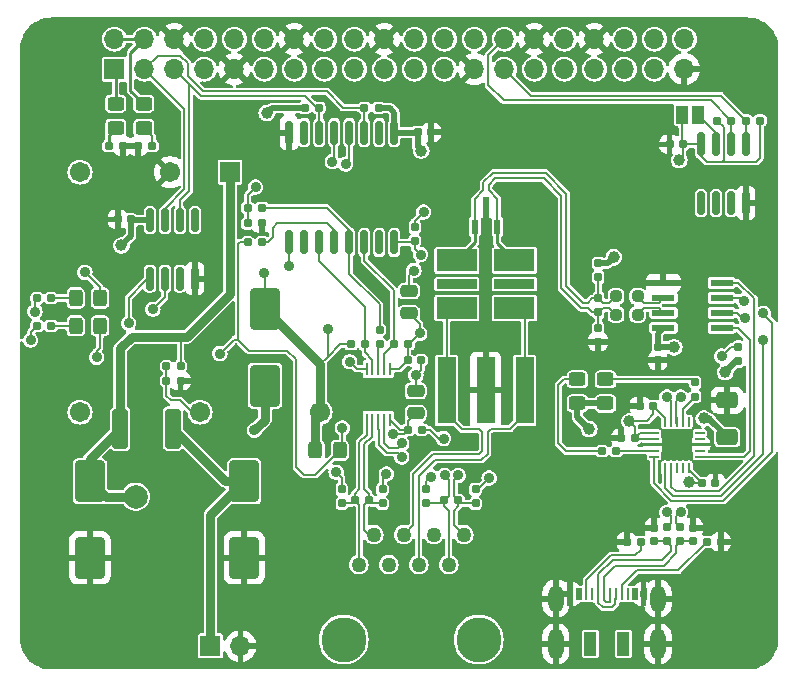
<source format=gtl>
G04 #@! TF.GenerationSoftware,KiCad,Pcbnew,8.0.0*
G04 #@! TF.CreationDate,2024-07-06T17:56:43-07:00*
G04 #@! TF.ProjectId,rpi_hat_v1,7270695f-6861-4745-9f76-312e6b696361,rev?*
G04 #@! TF.SameCoordinates,Original*
G04 #@! TF.FileFunction,Copper,L1,Top*
G04 #@! TF.FilePolarity,Positive*
%FSLAX46Y46*%
G04 Gerber Fmt 4.6, Leading zero omitted, Abs format (unit mm)*
G04 Created by KiCad (PCBNEW 8.0.0) date 2024-07-06 17:56:43*
%MOMM*%
%LPD*%
G01*
G04 APERTURE LIST*
G04 Aperture macros list*
%AMRoundRect*
0 Rectangle with rounded corners*
0 $1 Rounding radius*
0 $2 $3 $4 $5 $6 $7 $8 $9 X,Y pos of 4 corners*
0 Add a 4 corners polygon primitive as box body*
4,1,4,$2,$3,$4,$5,$6,$7,$8,$9,$2,$3,0*
0 Add four circle primitives for the rounded corners*
1,1,$1+$1,$2,$3*
1,1,$1+$1,$4,$5*
1,1,$1+$1,$6,$7*
1,1,$1+$1,$8,$9*
0 Add four rect primitives between the rounded corners*
20,1,$1+$1,$2,$3,$4,$5,0*
20,1,$1+$1,$4,$5,$6,$7,0*
20,1,$1+$1,$6,$7,$8,$9,0*
20,1,$1+$1,$8,$9,$2,$3,0*%
G04 Aperture macros list end*
G04 #@! TA.AperFunction,SMDPad,CuDef*
%ADD10RoundRect,0.250000X-1.000000X1.500000X-1.000000X-1.500000X1.000000X-1.500000X1.000000X1.500000X0*%
G04 #@! TD*
G04 #@! TA.AperFunction,SMDPad,CuDef*
%ADD11RoundRect,0.160000X0.197500X0.160000X-0.197500X0.160000X-0.197500X-0.160000X0.197500X-0.160000X0*%
G04 #@! TD*
G04 #@! TA.AperFunction,SMDPad,CuDef*
%ADD12RoundRect,0.250000X-0.325000X-0.450000X0.325000X-0.450000X0.325000X0.450000X-0.325000X0.450000X0*%
G04 #@! TD*
G04 #@! TA.AperFunction,SMDPad,CuDef*
%ADD13RoundRect,0.160000X-0.197500X-0.160000X0.197500X-0.160000X0.197500X0.160000X-0.197500X0.160000X0*%
G04 #@! TD*
G04 #@! TA.AperFunction,SMDPad,CuDef*
%ADD14RoundRect,0.155000X-0.155000X0.212500X-0.155000X-0.212500X0.155000X-0.212500X0.155000X0.212500X0*%
G04 #@! TD*
G04 #@! TA.AperFunction,SMDPad,CuDef*
%ADD15RoundRect,0.155000X0.155000X-0.212500X0.155000X0.212500X-0.155000X0.212500X-0.155000X-0.212500X0*%
G04 #@! TD*
G04 #@! TA.AperFunction,SMDPad,CuDef*
%ADD16RoundRect,0.062500X0.350000X0.062500X-0.350000X0.062500X-0.350000X-0.062500X0.350000X-0.062500X0*%
G04 #@! TD*
G04 #@! TA.AperFunction,SMDPad,CuDef*
%ADD17RoundRect,0.062500X0.062500X0.350000X-0.062500X0.350000X-0.062500X-0.350000X0.062500X-0.350000X0*%
G04 #@! TD*
G04 #@! TA.AperFunction,HeatsinkPad*
%ADD18R,2.500000X2.500000*%
G04 #@! TD*
G04 #@! TA.AperFunction,SMDPad,CuDef*
%ADD19RoundRect,0.250000X0.650000X-0.412500X0.650000X0.412500X-0.650000X0.412500X-0.650000X-0.412500X0*%
G04 #@! TD*
G04 #@! TA.AperFunction,SMDPad,CuDef*
%ADD20RoundRect,0.150000X0.150000X-0.825000X0.150000X0.825000X-0.150000X0.825000X-0.150000X-0.825000X0*%
G04 #@! TD*
G04 #@! TA.AperFunction,SMDPad,CuDef*
%ADD21R,1.600200X5.588000*%
G04 #@! TD*
G04 #@! TA.AperFunction,SMDPad,CuDef*
%ADD22RoundRect,0.155000X-0.212500X-0.155000X0.212500X-0.155000X0.212500X0.155000X-0.212500X0.155000X0*%
G04 #@! TD*
G04 #@! TA.AperFunction,SMDPad,CuDef*
%ADD23RoundRect,0.160000X-0.160000X0.197500X-0.160000X-0.197500X0.160000X-0.197500X0.160000X0.197500X0*%
G04 #@! TD*
G04 #@! TA.AperFunction,SMDPad,CuDef*
%ADD24RoundRect,0.150000X-0.150000X0.875000X-0.150000X-0.875000X0.150000X-0.875000X0.150000X0.875000X0*%
G04 #@! TD*
G04 #@! TA.AperFunction,SMDPad,CuDef*
%ADD25RoundRect,0.160000X0.160000X-0.197500X0.160000X0.197500X-0.160000X0.197500X-0.160000X-0.197500X0*%
G04 #@! TD*
G04 #@! TA.AperFunction,SMDPad,CuDef*
%ADD26RoundRect,0.250000X0.450000X-0.325000X0.450000X0.325000X-0.450000X0.325000X-0.450000X-0.325000X0*%
G04 #@! TD*
G04 #@! TA.AperFunction,SMDPad,CuDef*
%ADD27R,1.000000X1.500000*%
G04 #@! TD*
G04 #@! TA.AperFunction,SMDPad,CuDef*
%ADD28RoundRect,0.155000X0.212500X0.155000X-0.212500X0.155000X-0.212500X-0.155000X0.212500X-0.155000X0*%
G04 #@! TD*
G04 #@! TA.AperFunction,SMDPad,CuDef*
%ADD29RoundRect,0.250000X-0.450000X0.325000X-0.450000X-0.325000X0.450000X-0.325000X0.450000X0.325000X0*%
G04 #@! TD*
G04 #@! TA.AperFunction,SMDPad,CuDef*
%ADD30R,0.250000X1.100000*%
G04 #@! TD*
G04 #@! TA.AperFunction,SMDPad,CuDef*
%ADD31RoundRect,0.250000X0.475000X-0.250000X0.475000X0.250000X-0.475000X0.250000X-0.475000X-0.250000X0*%
G04 #@! TD*
G04 #@! TA.AperFunction,SMDPad,CuDef*
%ADD32RoundRect,0.250000X0.400000X1.450000X-0.400000X1.450000X-0.400000X-1.450000X0.400000X-1.450000X0*%
G04 #@! TD*
G04 #@! TA.AperFunction,SMDPad,CuDef*
%ADD33R,1.000000X2.000000*%
G04 #@! TD*
G04 #@! TA.AperFunction,SMDPad,CuDef*
%ADD34R,0.520000X1.000000*%
G04 #@! TD*
G04 #@! TA.AperFunction,SMDPad,CuDef*
%ADD35R,0.270000X1.000000*%
G04 #@! TD*
G04 #@! TA.AperFunction,ComponentPad*
%ADD36O,1.300000X2.300000*%
G04 #@! TD*
G04 #@! TA.AperFunction,ComponentPad*
%ADD37O,1.300000X2.600000*%
G04 #@! TD*
G04 #@! TA.AperFunction,SMDPad,CuDef*
%ADD38R,3.403600X1.854200*%
G04 #@! TD*
G04 #@! TA.AperFunction,SMDPad,CuDef*
%ADD39R,3.403600X0.812800*%
G04 #@! TD*
G04 #@! TA.AperFunction,ComponentPad*
%ADD40R,1.700000X1.700000*%
G04 #@! TD*
G04 #@! TA.AperFunction,ComponentPad*
%ADD41O,1.700000X1.700000*%
G04 #@! TD*
G04 #@! TA.AperFunction,SMDPad,CuDef*
%ADD42RoundRect,0.237500X0.250000X0.237500X-0.250000X0.237500X-0.250000X-0.237500X0.250000X-0.237500X0*%
G04 #@! TD*
G04 #@! TA.AperFunction,SMDPad,CuDef*
%ADD43R,0.558800X1.295400*%
G04 #@! TD*
G04 #@! TA.AperFunction,ComponentPad*
%ADD44C,1.270000*%
G04 #@! TD*
G04 #@! TA.AperFunction,ComponentPad*
%ADD45C,3.810000*%
G04 #@! TD*
G04 #@! TA.AperFunction,SMDPad,CuDef*
%ADD46R,1.981200X0.558800*%
G04 #@! TD*
G04 #@! TA.AperFunction,ComponentPad*
%ADD47R,1.710000X1.710000*%
G04 #@! TD*
G04 #@! TA.AperFunction,ComponentPad*
%ADD48C,1.710000*%
G04 #@! TD*
G04 #@! TA.AperFunction,ViaPad*
%ADD49C,1.000000*%
G04 #@! TD*
G04 #@! TA.AperFunction,ViaPad*
%ADD50C,0.900000*%
G04 #@! TD*
G04 #@! TA.AperFunction,ViaPad*
%ADD51C,2.000000*%
G04 #@! TD*
G04 #@! TA.AperFunction,Conductor*
%ADD52C,0.200000*%
G04 #@! TD*
G04 #@! TA.AperFunction,Conductor*
%ADD53C,0.254000*%
G04 #@! TD*
G04 #@! TA.AperFunction,Conductor*
%ADD54C,0.500000*%
G04 #@! TD*
G04 #@! TA.AperFunction,Conductor*
%ADD55C,0.762000*%
G04 #@! TD*
G04 APERTURE END LIST*
D10*
X121125000Y-69092500D03*
X121125000Y-75592500D03*
D11*
X111572500Y-55275000D03*
X110377500Y-55275000D03*
D12*
X125400000Y-81050000D03*
X127450000Y-81050000D03*
D13*
X107902500Y-55275000D03*
X109097500Y-55275000D03*
D14*
X154375000Y-72282500D03*
X154375000Y-73417500D03*
D15*
X133807500Y-63292500D03*
X133807500Y-62157500D03*
D16*
X157937500Y-81575000D03*
X157937500Y-81075000D03*
X157937500Y-80575000D03*
X157937500Y-80075000D03*
X157937500Y-79575000D03*
D17*
X157000000Y-78637500D03*
X156500000Y-78637500D03*
X156000000Y-78637500D03*
X155500000Y-78637500D03*
X155000000Y-78637500D03*
D16*
X154062500Y-79575000D03*
X154062500Y-80075000D03*
X154062500Y-80575000D03*
X154062500Y-81075000D03*
X154062500Y-81575000D03*
D17*
X155000000Y-82512500D03*
X155500000Y-82512500D03*
X156000000Y-82512500D03*
X156500000Y-82512500D03*
X157000000Y-82512500D03*
D18*
X156000000Y-80575000D03*
D19*
X160250000Y-79937500D03*
X160250000Y-76812500D03*
D20*
X111385000Y-66510000D03*
X112655000Y-66510000D03*
X113925000Y-66510000D03*
X115195000Y-66510000D03*
X115195000Y-61560000D03*
X113925000Y-61560000D03*
X112655000Y-61560000D03*
X111385000Y-61560000D03*
D21*
X143100001Y-75975000D03*
X139800000Y-75975000D03*
X136499999Y-75975000D03*
D22*
X158132500Y-83825000D03*
X159267500Y-83825000D03*
D23*
X157550000Y-75302500D03*
X157550000Y-76497500D03*
D11*
X103022500Y-68150000D03*
X101827500Y-68150000D03*
D24*
X132075000Y-54150000D03*
X130805000Y-54150000D03*
X129535000Y-54150000D03*
X128265000Y-54150000D03*
X126995000Y-54150000D03*
X125725000Y-54150000D03*
X124455000Y-54150000D03*
X123185000Y-54150000D03*
X123185000Y-63450000D03*
X124455000Y-63450000D03*
X125725000Y-63450000D03*
X126995000Y-63450000D03*
X128265000Y-63450000D03*
X129535000Y-63450000D03*
X130805000Y-63450000D03*
X132075000Y-63450000D03*
D11*
X129922500Y-85250000D03*
X128727500Y-85250000D03*
D22*
X133257500Y-79300000D03*
X134392500Y-79300000D03*
D25*
X155179000Y-88752500D03*
X155179000Y-87557500D03*
D26*
X110850000Y-53750000D03*
X110850000Y-51700000D03*
D13*
X158538000Y-88785000D03*
X159733000Y-88785000D03*
D27*
X157745000Y-52650000D03*
X156445000Y-52650000D03*
D13*
X119655000Y-60500000D03*
X120850000Y-60500000D03*
D28*
X109792500Y-61500000D03*
X108657500Y-61500000D03*
D15*
X157400000Y-88742500D03*
X157400000Y-87607500D03*
D29*
X149950000Y-75025000D03*
X149950000Y-77075000D03*
D30*
X131725000Y-74150000D03*
X131225000Y-74150000D03*
X130725000Y-74150000D03*
X130225000Y-74150000D03*
X129725000Y-74150000D03*
X129725000Y-78450000D03*
X130225000Y-78450000D03*
X130725000Y-78450000D03*
X131225000Y-78450000D03*
X131725000Y-78450000D03*
D31*
X133875000Y-77925000D03*
X133875000Y-76025000D03*
D15*
X154073500Y-88742500D03*
X154073500Y-87607500D03*
D32*
X113325000Y-79200000D03*
X108875000Y-79200000D03*
D13*
X136302500Y-85250000D03*
X137497500Y-85250000D03*
X159397500Y-53125000D03*
X160592500Y-53125000D03*
D25*
X127625000Y-85545000D03*
X127625000Y-84350000D03*
D20*
X158040000Y-60100000D03*
X159310000Y-60100000D03*
X160580000Y-60100000D03*
X161850000Y-60100000D03*
X161850000Y-55150000D03*
X160580000Y-55150000D03*
X159310000Y-55150000D03*
X158040000Y-55150000D03*
D11*
X120847500Y-63450000D03*
X119652500Y-63450000D03*
D33*
X148675000Y-97425000D03*
X151475000Y-97425000D03*
D34*
X146975000Y-93225000D03*
X147725000Y-93225000D03*
D35*
X148325000Y-93225000D03*
X149825000Y-93225000D03*
X150825000Y-93225000D03*
X151825000Y-93225000D03*
D34*
X152425000Y-93225000D03*
X153175000Y-93225000D03*
X153175000Y-93225000D03*
X152425000Y-93225000D03*
D35*
X151325000Y-93225000D03*
X150325000Y-93225000D03*
X149325000Y-93225000D03*
X148825000Y-93225000D03*
D34*
X147725000Y-93225000D03*
X146975000Y-93225000D03*
D36*
X145755000Y-93600000D03*
D37*
X145755000Y-97425000D03*
D36*
X154395000Y-93600000D03*
D37*
X154395000Y-97425000D03*
D11*
X133245000Y-72055000D03*
X132050000Y-72055000D03*
D38*
X137375000Y-64961400D03*
X137375000Y-69000000D03*
D39*
X137375000Y-66980700D03*
D25*
X149350000Y-69370000D03*
X149350000Y-68175000D03*
X149350000Y-66397500D03*
X149350000Y-65202500D03*
D13*
X128405000Y-72055000D03*
X129600000Y-72055000D03*
D25*
X161202500Y-73497500D03*
X161202500Y-72302500D03*
X130825000Y-72022500D03*
X130825000Y-70827500D03*
D10*
X106300000Y-83650000D03*
X106300000Y-90150000D03*
D13*
X149655000Y-81100000D03*
X150850000Y-81100000D03*
D22*
X133207500Y-73425000D03*
X134342500Y-73425000D03*
D11*
X113975000Y-73900000D03*
X112780000Y-73900000D03*
D40*
X116510000Y-97600000D03*
D41*
X119050000Y-97600000D03*
D12*
X105100000Y-70500000D03*
X107150000Y-70500000D03*
D25*
X156294500Y-88752500D03*
X156294500Y-87557500D03*
D13*
X119655000Y-61837500D03*
X120850000Y-61837500D03*
D42*
X152675000Y-68000000D03*
X150850000Y-68000000D03*
D28*
X156512500Y-55150000D03*
X155377500Y-55150000D03*
D25*
X149325000Y-71847500D03*
X149325000Y-70652500D03*
D11*
X103022500Y-70500000D03*
X101827500Y-70500000D03*
D42*
X152675000Y-69550000D03*
X150850000Y-69550000D03*
D28*
X154017500Y-77300000D03*
X152882500Y-77300000D03*
D11*
X152935500Y-88785000D03*
X151740500Y-88785000D03*
D12*
X105100000Y-68150000D03*
X107150000Y-68150000D03*
D31*
X133325000Y-69450000D03*
X133325000Y-67550000D03*
D38*
X142250000Y-64961400D03*
X142250000Y-69000000D03*
D39*
X142250000Y-66980700D03*
D23*
X134800000Y-84350000D03*
X134800000Y-85545000D03*
D13*
X112780000Y-75150000D03*
X113975000Y-75150000D03*
D10*
X119375000Y-83650000D03*
X119375000Y-90150000D03*
D43*
X138900000Y-62105000D03*
X140800002Y-62105000D03*
X139850001Y-60200000D03*
D29*
X147577500Y-75025000D03*
X147577500Y-77075000D03*
D28*
X152417500Y-80037500D03*
X151282500Y-80037500D03*
D26*
X108477500Y-53750000D03*
X108477500Y-51700000D03*
D13*
X124505000Y-52050000D03*
X125700000Y-52050000D03*
D11*
X163042500Y-53125000D03*
X161847500Y-53125000D03*
D22*
X134040000Y-54125000D03*
X135175000Y-54125000D03*
D44*
X129055000Y-90721000D03*
X130325000Y-88181000D03*
X131595000Y-90721000D03*
X132865000Y-88181000D03*
X134135000Y-90721000D03*
X135405000Y-88181000D03*
X136675000Y-90721000D03*
X137945000Y-88181000D03*
D45*
X127785000Y-97071000D03*
X139215000Y-97071000D03*
D11*
X130745000Y-52050000D03*
X129550000Y-52050000D03*
D25*
X138950000Y-85545000D03*
X138950000Y-84350000D03*
D23*
X131075000Y-84350000D03*
X131075000Y-85545000D03*
D46*
X159788800Y-70680000D03*
X159788800Y-69410000D03*
X159788800Y-68140000D03*
X159788800Y-66870000D03*
X154861200Y-66870000D03*
X154861200Y-68140000D03*
X154861200Y-69410000D03*
X154861200Y-70680000D03*
D40*
X108370000Y-48770000D03*
D41*
X108370000Y-46230000D03*
X110910000Y-48770000D03*
X110910000Y-46230000D03*
X113450000Y-48770000D03*
X113450000Y-46230000D03*
X115990000Y-48770000D03*
X115990000Y-46230000D03*
X118530000Y-48770000D03*
X118530000Y-46230000D03*
X121070000Y-48770000D03*
X121070000Y-46230000D03*
X123610000Y-48770000D03*
X123610000Y-46230000D03*
X126150000Y-48770000D03*
X126150000Y-46230000D03*
X128690000Y-48770000D03*
X128690000Y-46230000D03*
X131230000Y-48770000D03*
X131230000Y-46230000D03*
X133770000Y-48770000D03*
X133770000Y-46230000D03*
X136310000Y-48770000D03*
X136310000Y-46230000D03*
X138850000Y-48770000D03*
X138850000Y-46230000D03*
X141390000Y-48770000D03*
X141390000Y-46230000D03*
X143930000Y-48770000D03*
X143930000Y-46230000D03*
X146470000Y-48770000D03*
X146470000Y-46230000D03*
X149010000Y-48770000D03*
X149010000Y-46230000D03*
X151550000Y-48770000D03*
X151550000Y-46230000D03*
X154090000Y-48770000D03*
X154090000Y-46230000D03*
X156630000Y-48770000D03*
X156630000Y-46230000D03*
D47*
X118165000Y-57490000D03*
D48*
X113085000Y-57490000D03*
X105465000Y-57490000D03*
X105465000Y-77810000D03*
X115625000Y-77810000D03*
X125785000Y-77810000D03*
D49*
X146975000Y-72050000D03*
X157025000Y-83725000D03*
X158275000Y-78350000D03*
X156200000Y-56475000D03*
X121275000Y-52475000D03*
X108975000Y-63700000D03*
X160100000Y-74425000D03*
X151975000Y-78600000D03*
X134350000Y-55675000D03*
X155775000Y-72325000D03*
X148575000Y-79250000D03*
X150650000Y-64700000D03*
D50*
X134550000Y-60875000D03*
X140100000Y-83400000D03*
X101275000Y-71725000D03*
X123200000Y-65425000D03*
X128300000Y-73550000D03*
X101650000Y-69300000D03*
X133900000Y-74675000D03*
X133725000Y-65825000D03*
X120225000Y-79350000D03*
X127150000Y-82900000D03*
X136250000Y-80050000D03*
X121075000Y-66050000D03*
X106875000Y-73175000D03*
X134300000Y-64475000D03*
X134225000Y-71150000D03*
X126425000Y-70775000D03*
D51*
X110175000Y-84975000D03*
D50*
X105875000Y-65975000D03*
X135164431Y-83264431D03*
X131975000Y-79625000D03*
X117300000Y-72850000D03*
X127675000Y-79150000D03*
X131400000Y-83050000D03*
X132699817Y-81608118D03*
X136325000Y-83175000D03*
X137475000Y-83175000D03*
X132699817Y-80458118D03*
X120325000Y-58750000D03*
X155161750Y-86290107D03*
X155161750Y-76525000D03*
X156311750Y-86290107D03*
X156311750Y-76525000D03*
X161800000Y-69825000D03*
X159800000Y-73075000D03*
X163300000Y-71725000D03*
X161657169Y-68392831D03*
X163325000Y-69450000D03*
X127950000Y-56825000D03*
X109575000Y-70275000D03*
X111625000Y-69100000D03*
X126825000Y-56600000D03*
D52*
X113950000Y-76800000D02*
X113150000Y-76800000D01*
X113150000Y-76800000D02*
X112780000Y-76430000D01*
X114960000Y-77810000D02*
X113950000Y-76800000D01*
X115625000Y-77810000D02*
X114960000Y-77810000D01*
X112780000Y-76430000D02*
X112780000Y-75150000D01*
X111572500Y-55275000D02*
X111572500Y-54472500D01*
X111572500Y-54472500D02*
X110850000Y-53750000D01*
X101650000Y-68327500D02*
X101827500Y-68150000D01*
X101650000Y-69300000D02*
X101650000Y-68327500D01*
X101275000Y-71052500D02*
X101827500Y-70500000D01*
X101275000Y-71725000D02*
X101275000Y-71052500D01*
X154062500Y-80575000D02*
X156000000Y-80575000D01*
X147177500Y-71847500D02*
X146975000Y-72050000D01*
X157937500Y-80575000D02*
X156000000Y-80575000D01*
X149325000Y-71847500D02*
X147177500Y-71847500D01*
X112655000Y-60585001D02*
X114300000Y-58940001D01*
X112655000Y-61560000D02*
X112655000Y-60585001D01*
X114600000Y-49354314D02*
X114600000Y-48293654D01*
X114600000Y-48293654D02*
X113926346Y-47620000D01*
X127750000Y-52050000D02*
X126350000Y-50650000D01*
X115895686Y-50650000D02*
X114600000Y-49354314D01*
X129550000Y-52050000D02*
X127750000Y-52050000D01*
X114300000Y-58940001D02*
X114300000Y-52160000D01*
X112060000Y-47620000D02*
X110910000Y-48770000D01*
X129535000Y-54150000D02*
X129535000Y-52065000D01*
X129535000Y-52065000D02*
X129550000Y-52050000D01*
X113926346Y-47620000D02*
X112060000Y-47620000D01*
X114300000Y-52160000D02*
X110910000Y-48770000D01*
X126350000Y-50650000D02*
X115895686Y-50650000D01*
X113925000Y-59880687D02*
X114700000Y-59105686D01*
X115730000Y-51050000D02*
X113450000Y-48770000D01*
X125517472Y-52050000D02*
X124517472Y-51050000D01*
X114700000Y-50020000D02*
X113450000Y-48770000D01*
X113925000Y-61560000D02*
X113925000Y-59880687D01*
X114700000Y-59105686D02*
X114700000Y-50020000D01*
X125700000Y-52050000D02*
X125517472Y-52050000D01*
X124517472Y-51050000D02*
X115730000Y-51050000D01*
X125725000Y-52075000D02*
X125700000Y-52050000D01*
X125725000Y-54150000D02*
X125725000Y-52075000D01*
X161847500Y-55147500D02*
X161850000Y-55150000D01*
X161847500Y-53125000D02*
X159747500Y-51025000D01*
X143645000Y-51025000D02*
X141390000Y-48770000D01*
X161847500Y-53125000D02*
X161847500Y-55147500D01*
X159747500Y-51025000D02*
X143645000Y-51025000D01*
X140025000Y-47595000D02*
X141390000Y-46230000D01*
X160592500Y-53125000D02*
X160592500Y-55137500D01*
X141350000Y-51425000D02*
X140025000Y-50100000D01*
X160592500Y-53125000D02*
X158892500Y-51425000D01*
X140025000Y-50100000D02*
X140025000Y-47595000D01*
X158892500Y-51425000D02*
X141350000Y-51425000D01*
X160592500Y-55137500D02*
X160580000Y-55150000D01*
D53*
X109733000Y-47407000D02*
X110910000Y-46230000D01*
X110850000Y-51700000D02*
X109733000Y-50583000D01*
X108370000Y-46230000D02*
X110910000Y-46230000D01*
X109733000Y-50583000D02*
X109733000Y-47407000D01*
D54*
X134015000Y-54150000D02*
X134040000Y-54125000D01*
D52*
X154017500Y-77300000D02*
X154017500Y-78007500D01*
X154062500Y-79575000D02*
X152880000Y-79575000D01*
D54*
X132075000Y-54150000D02*
X132075000Y-52450000D01*
D52*
X159800000Y-56625000D02*
X158540001Y-56625000D01*
X157000000Y-83750000D02*
X157000000Y-83905000D01*
D54*
X154375000Y-71166200D02*
X154861200Y-70680000D01*
X160250000Y-79937500D02*
X160250000Y-79875000D01*
D52*
X159850000Y-56575000D02*
X159800000Y-56625000D01*
X152050000Y-78525000D02*
X151975000Y-78600000D01*
X158540001Y-56625000D02*
X158040000Y-56124999D01*
D54*
X147577500Y-77075000D02*
X147577500Y-78252500D01*
D52*
X156445000Y-55082500D02*
X156512500Y-55150000D01*
X157125000Y-83825000D02*
X158132500Y-83825000D01*
D54*
X158925000Y-78550000D02*
X158725000Y-78350000D01*
D52*
X159975000Y-56450000D02*
X159800000Y-56625000D01*
D53*
X108477500Y-51700000D02*
X108477500Y-48877500D01*
D52*
X157000000Y-82692500D02*
X158132500Y-83825000D01*
D54*
X158725000Y-78350000D02*
X158275000Y-78350000D01*
D52*
X153500000Y-78525000D02*
X152050000Y-78525000D01*
D54*
X161202500Y-73497500D02*
X161027500Y-73497500D01*
X109852500Y-61560000D02*
X109792500Y-61500000D01*
D52*
X152417500Y-80037500D02*
X152417500Y-79042500D01*
D54*
X149950000Y-77075000D02*
X147577500Y-77075000D01*
D53*
X108477500Y-48877500D02*
X108370000Y-48770000D01*
D52*
X159975000Y-53702500D02*
X159975000Y-56450000D01*
D54*
X154375000Y-72282500D02*
X155732500Y-72282500D01*
X134040000Y-54125000D02*
X134040000Y-55365000D01*
D52*
X159800000Y-56625000D02*
X162675000Y-56625000D01*
X163042500Y-56257500D02*
X163042500Y-53125000D01*
X155000000Y-78282500D02*
X154017500Y-77300000D01*
X152880000Y-79575000D02*
X152417500Y-80037500D01*
X159397500Y-53125000D02*
X159975000Y-53702500D01*
X156512500Y-55150000D02*
X158040000Y-55150000D01*
D54*
X161027500Y-73497500D02*
X160100000Y-74425000D01*
D52*
X156512500Y-56162500D02*
X156200000Y-56475000D01*
X157025000Y-83725000D02*
X157125000Y-83825000D01*
X152455000Y-80075000D02*
X152417500Y-80037500D01*
X162675000Y-56625000D02*
X163042500Y-56257500D01*
D54*
X121700000Y-52050000D02*
X121275000Y-52475000D01*
X150147500Y-65202500D02*
X150650000Y-64700000D01*
D52*
X154017500Y-78007500D02*
X153500000Y-78525000D01*
D54*
X160250000Y-79875000D02*
X158925000Y-78550000D01*
X109792500Y-62882500D02*
X108975000Y-63700000D01*
X124505000Y-52050000D02*
X121700000Y-52050000D01*
X147577500Y-78252500D02*
X148575000Y-79250000D01*
D52*
X152417500Y-79042500D02*
X151975000Y-78600000D01*
D54*
X155732500Y-72282500D02*
X155775000Y-72325000D01*
D52*
X158040000Y-56124999D02*
X158040000Y-55150000D01*
D54*
X149350000Y-65202500D02*
X150147500Y-65202500D01*
D52*
X155000000Y-78637500D02*
X155000000Y-78282500D01*
D54*
X109792500Y-61500000D02*
X109792500Y-62882500D01*
D52*
X156445000Y-52650000D02*
X156445000Y-55082500D01*
D54*
X131675000Y-52050000D02*
X130745000Y-52050000D01*
D52*
X157025000Y-83725000D02*
X157000000Y-83750000D01*
D54*
X132075000Y-52450000D02*
X131675000Y-52050000D01*
X154375000Y-72282500D02*
X154375000Y-71166200D01*
D52*
X156512500Y-55150000D02*
X156512500Y-56162500D01*
X157000000Y-82512500D02*
X157000000Y-82692500D01*
D54*
X132075000Y-54150000D02*
X134015000Y-54150000D01*
D52*
X154062500Y-80075000D02*
X152455000Y-80075000D01*
D54*
X134040000Y-55365000D02*
X134350000Y-55675000D01*
X111385000Y-61560000D02*
X109852500Y-61560000D01*
D52*
X149800000Y-93761166D02*
X149800000Y-93615000D01*
X156294500Y-88790000D02*
X155961750Y-89122750D01*
X150325000Y-93590000D02*
X150350000Y-93615000D01*
X150325000Y-93225000D02*
X150325000Y-93590000D01*
X156294500Y-88752500D02*
X157390000Y-88752500D01*
X150325000Y-93850000D02*
X150245460Y-93929540D01*
X157390000Y-88752500D02*
X157400000Y-88742500D01*
X155961750Y-89781450D02*
X154943200Y-90800000D01*
X154943200Y-90800000D02*
X150743200Y-90800000D01*
X155961750Y-89122750D02*
X155961750Y-89781450D01*
X150743200Y-90800000D02*
X149800000Y-91743200D01*
X149968374Y-93929540D02*
X149800000Y-93761166D01*
X156294500Y-88752500D02*
X156294500Y-88790000D01*
X150325000Y-93225000D02*
X150325000Y-93850000D01*
X149800000Y-93615000D02*
X149825000Y-93590000D01*
X150245460Y-93929540D02*
X149968374Y-93929540D01*
X150350000Y-93615000D02*
X150350000Y-93725000D01*
X149800000Y-92449999D02*
X149825000Y-92474999D01*
X149825000Y-93590000D02*
X149825000Y-93225000D01*
X149825000Y-92474999D02*
X149825000Y-93225000D01*
X149800000Y-91743200D02*
X149800000Y-92449999D01*
X155169000Y-88742500D02*
X155179000Y-88752500D01*
X149350000Y-91556800D02*
X149350000Y-92449999D01*
X149731974Y-94329540D02*
X150520460Y-94329540D01*
X150520460Y-94329540D02*
X150800000Y-94050000D01*
X149350000Y-93615000D02*
X149350000Y-93947566D01*
X149350000Y-92449999D02*
X149325000Y-92474999D01*
X149350000Y-93947566D02*
X149731974Y-94329540D01*
X150800000Y-94050000D02*
X150800000Y-93615000D01*
X155511750Y-89122750D02*
X155511750Y-89595050D01*
X150556800Y-90350000D02*
X149350000Y-91556800D01*
X155179000Y-88790000D02*
X155511750Y-89122750D01*
X149325000Y-93225000D02*
X149325000Y-93590000D01*
X155511750Y-89595050D02*
X154756800Y-90350000D01*
X154756800Y-90350000D02*
X150556800Y-90350000D01*
X154073500Y-88742500D02*
X155169000Y-88742500D01*
X155179000Y-88752500D02*
X155179000Y-88790000D01*
X150800000Y-93615000D02*
X150825000Y-93590000D01*
X149325000Y-92474999D02*
X149325000Y-93225000D01*
X149325000Y-93590000D02*
X149350000Y-93615000D01*
X150825000Y-93590000D02*
X150825000Y-93225000D01*
X127625000Y-84350000D02*
X127625000Y-83375000D01*
D55*
X121125000Y-75592500D02*
X121125000Y-78450000D01*
D52*
X123185000Y-63450000D02*
X123185000Y-65410000D01*
X134342500Y-73425000D02*
X134342500Y-74232500D01*
X133325000Y-67550000D02*
X133325000Y-66225000D01*
X138950000Y-84350000D02*
X139150000Y-84350000D01*
X129725000Y-74150000D02*
X128900000Y-74150000D01*
X133325000Y-66225000D02*
X133725000Y-65825000D01*
X134392500Y-79300000D02*
X135100000Y-79300000D01*
X133875000Y-74700000D02*
X133900000Y-74675000D01*
X134342500Y-74232500D02*
X133900000Y-74675000D01*
X133875000Y-76025000D02*
X133875000Y-74700000D01*
X133807500Y-61617500D02*
X134550000Y-60875000D01*
X127625000Y-83375000D02*
X127150000Y-82900000D01*
X135875000Y-80075000D02*
X136225000Y-80075000D01*
X136225000Y-80075000D02*
X136250000Y-80050000D01*
X135100000Y-79300000D02*
X135875000Y-80075000D01*
X123185000Y-65410000D02*
X123200000Y-65425000D01*
X133807500Y-62157500D02*
X133807500Y-61617500D01*
D55*
X121125000Y-78450000D02*
X120225000Y-79350000D01*
D52*
X128900000Y-74150000D02*
X128300000Y-73550000D01*
X139150000Y-84350000D02*
X140100000Y-83400000D01*
X133320000Y-72055000D02*
X134225000Y-71150000D01*
X132075000Y-63450000D02*
X133650000Y-63450000D01*
X121125000Y-66100000D02*
X121075000Y-66050000D01*
X133807500Y-63982500D02*
X134300000Y-64475000D01*
X126425000Y-73112500D02*
X125785000Y-73752500D01*
X107150000Y-72350000D02*
X107150000Y-70500000D01*
X121125000Y-69092500D02*
X121125000Y-66100000D01*
X128405000Y-72055000D02*
X127482500Y-72055000D01*
X126425000Y-70775000D02*
X126425000Y-73112500D01*
X132482500Y-74150000D02*
X133207500Y-73425000D01*
X131725000Y-74150000D02*
X132482500Y-74150000D01*
D55*
X125400000Y-81050000D02*
X125400000Y-78195000D01*
X125400000Y-78195000D02*
X125785000Y-77810000D01*
D52*
X127482500Y-72055000D02*
X126425000Y-73112500D01*
X133245000Y-72055000D02*
X133320000Y-72055000D01*
X106875000Y-72625000D02*
X107150000Y-72350000D01*
X133650000Y-63450000D02*
X133807500Y-63292500D01*
X133207500Y-72092500D02*
X133245000Y-72055000D01*
D55*
X125785000Y-73752500D02*
X121125000Y-69092500D01*
D52*
X134225000Y-70350000D02*
X134225000Y-71150000D01*
X133325000Y-69450000D02*
X134225000Y-70350000D01*
X133807500Y-63292500D02*
X133807500Y-63982500D01*
X133207500Y-73425000D02*
X133207500Y-72092500D01*
X106875000Y-73175000D02*
X106875000Y-72625000D01*
D55*
X125785000Y-77810000D02*
X125785000Y-73752500D01*
D52*
X113975000Y-71900000D02*
X113500000Y-71425000D01*
D55*
X110175000Y-84975000D02*
X107625000Y-84975000D01*
X106300000Y-81775000D02*
X108875000Y-79200000D01*
X113500000Y-71425000D02*
X109850000Y-71425000D01*
X118165000Y-57490000D02*
X118165000Y-67785000D01*
X118165000Y-67785000D02*
X114525000Y-71425000D01*
X106300000Y-83650000D02*
X106300000Y-81775000D01*
X114525000Y-71425000D02*
X113500000Y-71425000D01*
X107625000Y-84975000D02*
X106300000Y-83650000D01*
D52*
X113975000Y-73900000D02*
X113975000Y-71900000D01*
D55*
X108875000Y-72400000D02*
X108875000Y-79200000D01*
X109850000Y-71425000D02*
X108875000Y-72400000D01*
D52*
X119775000Y-72600000D02*
X123025000Y-72600000D01*
X105875000Y-65975000D02*
X107150000Y-67250000D01*
X124425000Y-83100000D02*
X125400000Y-83100000D01*
X118996000Y-63450000D02*
X118846000Y-63600000D01*
X118479000Y-71671000D02*
X117300000Y-72850000D01*
X127675000Y-80825000D02*
X127450000Y-81050000D01*
X134800000Y-84350000D02*
X134800000Y-83628862D01*
X133257500Y-78542500D02*
X133875000Y-77925000D01*
X131975000Y-79625000D02*
X132932500Y-79625000D01*
X132932500Y-79625000D02*
X133257500Y-79300000D01*
X131075000Y-83375000D02*
X131400000Y-83050000D01*
X118846000Y-71671000D02*
X119775000Y-72600000D01*
X107150000Y-67250000D02*
X107150000Y-68150000D01*
X123025000Y-72600000D02*
X123775000Y-73350000D01*
X132575000Y-79300000D02*
X131725000Y-78450000D01*
X119652500Y-63450000D02*
X118996000Y-63450000D01*
X133257500Y-79300000D02*
X133257500Y-78542500D01*
X123775000Y-73350000D02*
X123775000Y-82450000D01*
X131075000Y-84350000D02*
X131075000Y-83375000D01*
X118846000Y-71671000D02*
X118479000Y-71671000D01*
X125400000Y-83100000D02*
X127450000Y-81050000D01*
X133257500Y-79300000D02*
X132575000Y-79300000D01*
X118846000Y-63600000D02*
X118846000Y-71671000D01*
X123775000Y-82450000D02*
X124425000Y-83100000D01*
X127675000Y-79150000D02*
X127675000Y-80825000D01*
X134800000Y-83628862D02*
X135164431Y-83264431D01*
D55*
X117775000Y-83650000D02*
X119375000Y-83650000D01*
X116510000Y-97600000D02*
X116510000Y-86515000D01*
X116510000Y-86515000D02*
X119375000Y-83650000D01*
X113325000Y-79200000D02*
X117775000Y-83650000D01*
D52*
X103022500Y-70500000D02*
X105100000Y-70500000D01*
X105100000Y-68150000D02*
X103022500Y-68150000D01*
D53*
X107902500Y-55275000D02*
X107902500Y-54325000D01*
X107902500Y-54325000D02*
X108477500Y-53750000D01*
D52*
X157272500Y-75025000D02*
X157550000Y-75302500D01*
X149950000Y-75025000D02*
X157272500Y-75025000D01*
X146425000Y-75025000D02*
X145950000Y-75500000D01*
X145950000Y-80450000D02*
X146600000Y-81100000D01*
X146600000Y-81100000D02*
X149655000Y-81100000D01*
X145950000Y-75500000D02*
X145950000Y-80450000D01*
X147577500Y-75025000D02*
X146425000Y-75025000D01*
X151325000Y-92490000D02*
X152615000Y-91200000D01*
X151325000Y-93225000D02*
X151325000Y-92490000D01*
X156123000Y-91200000D02*
X158538000Y-88785000D01*
X152615000Y-91200000D02*
X156123000Y-91200000D01*
X148325000Y-92016114D02*
X150391115Y-89950000D01*
X148325000Y-93225000D02*
X148325000Y-92016114D01*
X152450000Y-89950000D02*
X152935500Y-89464500D01*
X152935500Y-89464500D02*
X152935500Y-88785000D01*
X150391115Y-89950000D02*
X152450000Y-89950000D01*
X139275000Y-79275000D02*
X139525000Y-79525000D01*
X136499999Y-75975000D02*
X136499999Y-77968900D01*
X139525000Y-79525000D02*
X139525000Y-81131800D01*
X136499999Y-75975000D02*
X136499999Y-69875001D01*
X133684999Y-83046801D02*
X133684999Y-87361001D01*
X136499999Y-77968900D02*
X137806099Y-79275000D01*
X137806099Y-79275000D02*
X139275000Y-79275000D01*
X139256800Y-81400000D02*
X135331800Y-81400000D01*
X135331800Y-81400000D02*
X133684999Y-83046801D01*
X133684999Y-87361001D02*
X132865000Y-88181000D01*
X139525000Y-81131800D02*
X139256800Y-81400000D01*
X136499999Y-69875001D02*
X137375000Y-69000000D01*
X129750000Y-79300001D02*
X129750000Y-79706800D01*
X129725000Y-78450000D02*
X129725000Y-79275001D01*
X129100000Y-85660000D02*
X129100000Y-90676000D01*
X128432500Y-85545000D02*
X128727500Y-85250000D01*
X129750000Y-79706800D02*
X129100000Y-80356800D01*
X128727500Y-85250000D02*
X128727500Y-85287500D01*
X129100000Y-80356800D02*
X129100000Y-84341249D01*
X129100000Y-90676000D02*
X129055000Y-90721000D01*
X128727500Y-85287500D02*
X129100000Y-85660000D01*
X129100000Y-84341249D02*
X128727500Y-84713749D01*
X129725000Y-79275001D02*
X129750000Y-79300001D01*
X128727500Y-84713749D02*
X128727500Y-85250000D01*
X127625000Y-85545000D02*
X128432500Y-85545000D01*
X136674999Y-84877501D02*
X136674999Y-83524999D01*
X136302500Y-85250000D02*
X136674999Y-84877501D01*
X136007500Y-85545000D02*
X136302500Y-85250000D01*
X134800000Y-85545000D02*
X136007500Y-85545000D01*
X132349818Y-81258119D02*
X132699817Y-81608118D01*
X130725000Y-78450000D02*
X130725000Y-79275001D01*
X136302500Y-85786251D02*
X136675000Y-86158751D01*
X130750000Y-79300001D02*
X130750000Y-80593200D01*
X130725000Y-79275001D02*
X130750000Y-79300001D01*
X130750000Y-80593200D02*
X131414919Y-81258119D01*
X136302500Y-85250000D02*
X136302500Y-85786251D01*
X136675000Y-86158751D02*
X136675000Y-90721000D01*
X131414919Y-81258119D02*
X132349818Y-81258119D01*
X136674999Y-83524999D02*
X136325000Y-83175000D01*
X129550000Y-87775000D02*
X129956000Y-88181000D01*
X130225000Y-79275001D02*
X130200000Y-79300001D01*
X129550000Y-80543200D02*
X129550000Y-84341249D01*
X130217500Y-85545000D02*
X129922500Y-85250000D01*
X129922500Y-85250000D02*
X129922500Y-85287500D01*
X129922500Y-84713749D02*
X129922500Y-85250000D01*
X130200000Y-79300001D02*
X130200000Y-79893200D01*
X129550000Y-84341249D02*
X129922500Y-84713749D01*
X129956000Y-88181000D02*
X130325000Y-88181000D01*
X130200000Y-79893200D02*
X129550000Y-80543200D01*
X130225000Y-78450000D02*
X130225000Y-79275001D01*
X129922500Y-85287500D02*
X129550000Y-85660000D01*
X129550000Y-85660000D02*
X129550000Y-87775000D01*
X131075000Y-85545000D02*
X130217500Y-85545000D01*
X137497500Y-85250000D02*
X137125001Y-84877501D01*
X131225000Y-78450000D02*
X131225000Y-79275001D01*
X137125000Y-87361000D02*
X137125001Y-87361001D01*
X137792500Y-85545000D02*
X137497500Y-85250000D01*
X137125000Y-86158751D02*
X137125000Y-87361000D01*
X131200000Y-80406800D02*
X131601317Y-80808117D01*
X137125001Y-83524999D02*
X137475000Y-83175000D01*
X137497500Y-85786251D02*
X137125000Y-86158751D01*
X137125001Y-84877501D02*
X137125001Y-83524999D01*
X137125000Y-87361000D02*
X137945000Y-88181000D01*
X137125001Y-87361001D02*
X137945000Y-88181000D01*
X131200000Y-79300001D02*
X131200000Y-80406800D01*
X137497500Y-85250000D02*
X137497500Y-85786251D01*
X131225000Y-79275001D02*
X131200000Y-79300001D01*
X132349818Y-80808117D02*
X132699817Y-80458118D01*
X138950000Y-85545000D02*
X137792500Y-85545000D01*
X131601317Y-80808117D02*
X132349818Y-80808117D01*
X139443200Y-81850000D02*
X135518200Y-81850000D01*
X143100001Y-75975000D02*
X143100001Y-69850001D01*
X140250000Y-79225000D02*
X139975000Y-79500000D01*
X143100001Y-69850001D02*
X142250000Y-69000000D01*
X139975000Y-79500000D02*
X139975000Y-81318200D01*
X139975000Y-81318200D02*
X139443200Y-81850000D01*
X135518200Y-81850000D02*
X134135000Y-83233200D01*
X134135000Y-83233200D02*
X134135000Y-90721000D01*
X143100001Y-77968900D02*
X141843901Y-79225000D01*
X141843901Y-79225000D02*
X140250000Y-79225000D01*
X143100001Y-75975000D02*
X143100001Y-77968900D01*
X157784999Y-52650000D02*
X157745000Y-52650000D01*
X159310000Y-55150000D02*
X159310000Y-54175001D01*
X159310000Y-54175001D02*
X157784999Y-52650000D01*
X112780000Y-73900000D02*
X112780000Y-75150000D01*
X119655000Y-59420000D02*
X120325000Y-58750000D01*
X119655000Y-60500000D02*
X119655000Y-59420000D01*
X119655000Y-61837500D02*
X119655000Y-60500000D01*
X155511749Y-87224751D02*
X155511749Y-86640106D01*
X155511749Y-86640106D02*
X155161750Y-86290107D01*
X155179000Y-87557500D02*
X155511749Y-87224751D01*
X155161750Y-76525000D02*
X155511750Y-76875000D01*
X155511750Y-76875000D02*
X155511750Y-78706954D01*
X155961750Y-76875000D02*
X155961750Y-78706954D01*
X156311750Y-76525000D02*
X155961750Y-76875000D01*
X155961751Y-87224751D02*
X155961751Y-86640106D01*
X156294500Y-87557500D02*
X155961751Y-87224751D01*
X155961751Y-86640106D02*
X156311750Y-86290107D01*
X132050000Y-67500000D02*
X129535000Y-64985000D01*
X132050000Y-72055000D02*
X132050000Y-67500000D01*
X131225000Y-72880000D02*
X132050000Y-72055000D01*
X131225000Y-74150000D02*
X131225000Y-72880000D01*
X129535000Y-64985000D02*
X129535000Y-63450000D01*
X129600000Y-72750000D02*
X129600000Y-72055000D01*
X129600000Y-72055000D02*
X129600000Y-68875000D01*
X130225000Y-74150000D02*
X130225000Y-73375000D01*
X125725000Y-65000000D02*
X125725000Y-63450000D01*
X129600000Y-68875000D02*
X125725000Y-65000000D01*
X130225000Y-73375000D02*
X129600000Y-72750000D01*
X122175000Y-61825000D02*
X126400000Y-61825000D01*
X126400000Y-61825000D02*
X126400000Y-61830001D01*
X121375000Y-63450000D02*
X121800000Y-63025000D01*
X121800000Y-62200000D02*
X122175000Y-61825000D01*
X121800000Y-63025000D02*
X121800000Y-62200000D01*
X120847500Y-63450000D02*
X121375000Y-63450000D01*
X126995000Y-62425001D02*
X126995000Y-63450000D01*
X126400000Y-61830001D02*
X126995000Y-62425001D01*
X161202500Y-72302500D02*
X160572500Y-72302500D01*
X159748447Y-84925000D02*
X155700000Y-84925000D01*
X155000000Y-84225000D02*
X155000000Y-82512500D01*
X161500000Y-69825000D02*
X161085000Y-69410000D01*
X161800000Y-69825000D02*
X161500000Y-69825000D01*
X160572500Y-72302500D02*
X159800000Y-73075000D01*
X161085000Y-69410000D02*
X159788800Y-69410000D01*
X163300000Y-71725000D02*
X163300000Y-81373447D01*
X155700000Y-84925000D02*
X155000000Y-84225000D01*
X163300000Y-81373447D02*
X159748447Y-84925000D01*
X156500000Y-77547500D02*
X157550000Y-76497500D01*
X156500000Y-78637500D02*
X156500000Y-77547500D01*
X150875000Y-81075000D02*
X150850000Y-81100000D01*
X154062500Y-81075000D02*
X150875000Y-81075000D01*
X128265000Y-66140000D02*
X128265000Y-63450000D01*
X126339999Y-60500000D02*
X120850000Y-60500000D01*
X128265000Y-62425001D02*
X126339999Y-60500000D01*
X130825000Y-68700000D02*
X128265000Y-66140000D01*
X130825000Y-70827500D02*
X130825000Y-68700000D01*
X128265000Y-63450000D02*
X128265000Y-62425001D01*
X130725000Y-72122500D02*
X130825000Y-72022500D01*
X130725000Y-74150000D02*
X130725000Y-72122500D01*
X149350000Y-69370000D02*
X149350000Y-70627500D01*
D53*
X140800002Y-62105000D02*
X140800002Y-63511402D01*
X140800002Y-63511402D02*
X142250000Y-64961400D01*
D52*
X144706800Y-58000000D02*
X146200000Y-59493200D01*
X147904300Y-68997500D02*
X148441249Y-68997500D01*
X150837500Y-69550000D02*
X150287500Y-69000000D01*
X150024637Y-68997500D02*
X149760000Y-68997500D01*
X140631944Y-58000000D02*
X144706800Y-58000000D01*
X140075001Y-59027298D02*
X140075001Y-58556943D01*
X150027137Y-69000000D02*
X150024637Y-68997500D01*
X148441249Y-68997500D02*
X148813749Y-69370000D01*
X140800002Y-59752299D02*
X140075001Y-59027298D01*
X149387500Y-69370000D02*
X149350000Y-69370000D01*
X149350000Y-70627500D02*
X149325000Y-70652500D01*
X148813749Y-69370000D02*
X149350000Y-69370000D01*
X150287500Y-69000000D02*
X150027137Y-69000000D01*
X146200000Y-67293200D02*
X147904300Y-68997500D01*
X140800002Y-62105000D02*
X140800002Y-59752299D01*
X150850000Y-69550000D02*
X150837500Y-69550000D01*
X146200000Y-59493200D02*
X146200000Y-67293200D01*
X140075001Y-58556943D02*
X140631944Y-58000000D01*
X149760000Y-68997500D02*
X149387500Y-69370000D01*
X139625001Y-58370543D02*
X140445544Y-57550000D01*
X148813749Y-68175000D02*
X149350000Y-68175000D01*
X150199343Y-68550000D02*
X150196843Y-68547500D01*
X138900000Y-59752299D02*
X139625001Y-59027298D01*
X150287500Y-68550000D02*
X150199343Y-68550000D01*
X140445544Y-57550000D02*
X144893200Y-57550000D01*
X150850000Y-68000000D02*
X150837500Y-68000000D01*
X146650000Y-59306800D02*
X146650000Y-67106800D01*
X148090700Y-68547500D02*
X148441249Y-68547500D01*
X150196843Y-68547500D02*
X149760000Y-68547500D01*
X146650000Y-67106800D02*
X148090700Y-68547500D01*
X149760000Y-68547500D02*
X149387500Y-68175000D01*
D53*
X138900000Y-62105000D02*
X138900000Y-63436400D01*
D52*
X148441249Y-68547500D02*
X148813749Y-68175000D01*
X139625001Y-59027298D02*
X139625001Y-58370543D01*
D53*
X138900000Y-63436400D02*
X137375000Y-64961400D01*
D52*
X144893200Y-57550000D02*
X146650000Y-59306800D01*
X138900000Y-62105000D02*
X138900000Y-59752299D01*
X150837500Y-68000000D02*
X150287500Y-68550000D01*
X149350000Y-68175000D02*
X149350000Y-66397500D01*
X149387500Y-68175000D02*
X149350000Y-68175000D01*
X161155000Y-70680000D02*
X159788800Y-70680000D01*
X161650000Y-81575000D02*
X162150000Y-81075000D01*
X162150000Y-71675000D02*
X161155000Y-70680000D01*
X162150000Y-81075000D02*
X162150000Y-71675000D01*
X157937500Y-81575000D02*
X161650000Y-81575000D01*
X155500000Y-82512500D02*
X155500000Y-84125000D01*
X162500000Y-68175000D02*
X161195000Y-66870000D01*
X162550000Y-81557762D02*
X162550000Y-68175000D01*
X159582762Y-84525000D02*
X162550000Y-81557762D01*
X161195000Y-66870000D02*
X159788800Y-66870000D01*
X162550000Y-68175000D02*
X162500000Y-68175000D01*
X155500000Y-84125000D02*
X155900000Y-84525000D01*
X155900000Y-84525000D02*
X159582762Y-84525000D01*
X163325000Y-69450000D02*
X163325000Y-69475000D01*
X159788800Y-68140000D02*
X161404338Y-68140000D01*
X163325000Y-69475000D02*
X164075000Y-70225000D01*
X164075000Y-70225000D02*
X164075000Y-81164132D01*
X161404338Y-68140000D02*
X161657169Y-68392831D01*
X155534314Y-85325000D02*
X154062500Y-83853186D01*
X159914132Y-85325000D02*
X155534314Y-85325000D01*
X154062500Y-83853186D02*
X154062500Y-81575000D01*
X164075000Y-81164132D02*
X159914132Y-85325000D01*
X111165000Y-66510000D02*
X110950000Y-66725000D01*
X109575000Y-68125000D02*
X109575000Y-70275000D01*
X128265000Y-54150000D02*
X128265000Y-56510000D01*
X128265000Y-56510000D02*
X127950000Y-56825000D01*
X110950000Y-66750000D02*
X109575000Y-68125000D01*
X111385000Y-66510000D02*
X111165000Y-66510000D01*
X110950000Y-66725000D02*
X110950000Y-66750000D01*
X112655000Y-68070000D02*
X111625000Y-69100000D01*
X112655000Y-66510000D02*
X112655000Y-68070000D01*
X126995000Y-56430000D02*
X126825000Y-56600000D01*
X126995000Y-54150000D02*
X126995000Y-56430000D01*
X153237500Y-69000000D02*
X154451200Y-69000000D01*
X152675000Y-69550000D02*
X152687500Y-69550000D01*
X154451200Y-69000000D02*
X154861200Y-69410000D01*
X152687500Y-69550000D02*
X153237500Y-69000000D01*
X154451200Y-68550000D02*
X154861200Y-68140000D01*
X152675000Y-68000000D02*
X152687500Y-68000000D01*
X152687500Y-68000000D02*
X153237500Y-68550000D01*
X153237500Y-68550000D02*
X154451200Y-68550000D01*
G04 #@! TA.AperFunction,Conductor*
G36*
X118064075Y-48962993D02*
G01*
X118129901Y-49077007D01*
X118222993Y-49170099D01*
X118337007Y-49235925D01*
X118400590Y-49252962D01*
X117768625Y-49884925D01*
X117852421Y-49943599D01*
X118066507Y-50043429D01*
X118066516Y-50043433D01*
X118298994Y-50105725D01*
X118358655Y-50142090D01*
X118389184Y-50204937D01*
X118380889Y-50274312D01*
X118336404Y-50328190D01*
X118269852Y-50349465D01*
X118266901Y-50349500D01*
X116071519Y-50349500D01*
X116004480Y-50329815D01*
X115983838Y-50313181D01*
X115687348Y-50016691D01*
X115653863Y-49955368D01*
X115658847Y-49885676D01*
X115700719Y-49829743D01*
X115766183Y-49805326D01*
X115787182Y-49805606D01*
X115990000Y-49825583D01*
X116195934Y-49805300D01*
X116393954Y-49745232D01*
X116576450Y-49647685D01*
X116736410Y-49516410D01*
X116867685Y-49356450D01*
X116965232Y-49173954D01*
X116985406Y-49107446D01*
X117023702Y-49049010D01*
X117087514Y-49020553D01*
X117156581Y-49031112D01*
X117208975Y-49077336D01*
X117223841Y-49111349D01*
X117256567Y-49233486D01*
X117256570Y-49233492D01*
X117356400Y-49447579D01*
X117356402Y-49447583D01*
X117415072Y-49531373D01*
X117415073Y-49531373D01*
X118047037Y-48899409D01*
X118064075Y-48962993D01*
G37*
G04 #@! TD.AperFunction*
G04 #@! TA.AperFunction,Conductor*
G36*
X162003471Y-44400695D02*
G01*
X162041470Y-44402828D01*
X162284106Y-44416454D01*
X162297909Y-44418010D01*
X162571584Y-44464509D01*
X162585123Y-44467599D01*
X162851874Y-44544449D01*
X162864993Y-44549040D01*
X163121445Y-44655265D01*
X163133967Y-44661294D01*
X163320623Y-44764456D01*
X163376921Y-44795571D01*
X163388695Y-44802969D01*
X163615081Y-44963598D01*
X163625953Y-44972268D01*
X163785750Y-45115072D01*
X163832931Y-45157235D01*
X163842762Y-45167066D01*
X163867457Y-45194700D01*
X164027731Y-45374046D01*
X164036401Y-45384918D01*
X164197030Y-45611304D01*
X164204428Y-45623078D01*
X164338701Y-45866025D01*
X164344734Y-45878554D01*
X164450959Y-46135006D01*
X164455552Y-46148130D01*
X164532397Y-46414865D01*
X164535491Y-46428422D01*
X164581988Y-46702082D01*
X164583545Y-46715900D01*
X164599305Y-46996527D01*
X164599500Y-47003480D01*
X164599500Y-70079546D01*
X164579815Y-70146585D01*
X164527011Y-70192340D01*
X164457853Y-70202284D01*
X164394297Y-70173259D01*
X164356523Y-70114481D01*
X164355726Y-70111641D01*
X164355022Y-70109015D01*
X164355021Y-70109011D01*
X164351431Y-70102793D01*
X164315464Y-70040495D01*
X164315458Y-70040487D01*
X163994979Y-69720008D01*
X163961494Y-69658685D01*
X163962107Y-69614480D01*
X163960333Y-69614265D01*
X163980278Y-69450000D01*
X163980278Y-69449999D01*
X163961237Y-69293181D01*
X163939992Y-69237164D01*
X163905220Y-69145477D01*
X163815483Y-69015470D01*
X163697240Y-68910717D01*
X163697238Y-68910716D01*
X163697237Y-68910715D01*
X163557365Y-68837303D01*
X163403986Y-68799500D01*
X163403985Y-68799500D01*
X163246015Y-68799500D01*
X163246014Y-68799500D01*
X163092637Y-68837303D01*
X163032126Y-68869062D01*
X162963617Y-68882787D01*
X162898564Y-68857294D01*
X162857620Y-68800678D01*
X162850500Y-68759265D01*
X162850500Y-68135439D01*
X162847837Y-68125500D01*
X162830021Y-68059011D01*
X162826637Y-68053149D01*
X162790464Y-67990495D01*
X162790458Y-67990487D01*
X162734510Y-67934539D01*
X162700250Y-67914759D01*
X162665989Y-67894979D01*
X162665984Y-67894977D01*
X162658481Y-67891870D01*
X162659236Y-67890045D01*
X162613755Y-67863784D01*
X161379512Y-66629541D01*
X161379507Y-66629537D01*
X161347715Y-66611183D01*
X161343955Y-66609012D01*
X161343954Y-66609011D01*
X161310994Y-66589981D01*
X161310991Y-66589979D01*
X161272775Y-66579739D01*
X161234562Y-66569500D01*
X161234560Y-66569500D01*
X161072720Y-66569500D01*
X161005681Y-66549815D01*
X160969618Y-66514391D01*
X160923952Y-66446047D01*
X160857630Y-66401732D01*
X160857629Y-66401731D01*
X160799152Y-66390100D01*
X160799148Y-66390100D01*
X158778452Y-66390100D01*
X158778447Y-66390100D01*
X158719970Y-66401731D01*
X158719969Y-66401732D01*
X158653647Y-66446047D01*
X158609332Y-66512369D01*
X158609331Y-66512370D01*
X158597700Y-66570847D01*
X158597700Y-67169152D01*
X158609331Y-67227629D01*
X158609332Y-67227630D01*
X158653647Y-67293952D01*
X158719969Y-67338267D01*
X158719970Y-67338268D01*
X158778447Y-67349899D01*
X158778450Y-67349900D01*
X158778452Y-67349900D01*
X160799150Y-67349900D01*
X160799151Y-67349899D01*
X160813968Y-67346952D01*
X160857629Y-67338268D01*
X160857629Y-67338267D01*
X160857631Y-67338267D01*
X160923952Y-67293952D01*
X160948167Y-67257712D01*
X161001778Y-67212907D01*
X161071102Y-67204198D01*
X161134130Y-67234352D01*
X161138950Y-67238921D01*
X161474333Y-67574304D01*
X161507818Y-67635627D01*
X161502834Y-67705319D01*
X161460962Y-67761252D01*
X161430632Y-67777924D01*
X161424806Y-67780133D01*
X161391737Y-67797490D01*
X161338757Y-67825296D01*
X161281132Y-67839500D01*
X161072720Y-67839500D01*
X161005681Y-67819815D01*
X160969618Y-67784391D01*
X160923952Y-67716047D01*
X160857630Y-67671732D01*
X160857629Y-67671731D01*
X160799152Y-67660100D01*
X160799148Y-67660100D01*
X158778452Y-67660100D01*
X158778447Y-67660100D01*
X158719970Y-67671731D01*
X158719969Y-67671732D01*
X158653647Y-67716047D01*
X158609332Y-67782369D01*
X158609331Y-67782370D01*
X158597700Y-67840847D01*
X158597700Y-68439152D01*
X158609331Y-68497629D01*
X158609332Y-68497630D01*
X158653647Y-68563952D01*
X158719969Y-68608267D01*
X158719970Y-68608268D01*
X158778447Y-68619899D01*
X158778450Y-68619900D01*
X158778452Y-68619900D01*
X160799150Y-68619900D01*
X160799151Y-68619899D01*
X160813968Y-68616952D01*
X160857629Y-68608268D01*
X160857631Y-68608267D01*
X160876078Y-68595941D01*
X160942754Y-68575061D01*
X161010135Y-68593544D01*
X161056827Y-68645522D01*
X161060911Y-68655066D01*
X161076949Y-68697354D01*
X161166686Y-68827361D01*
X161247926Y-68899333D01*
X161285052Y-68958521D01*
X161284285Y-69028387D01*
X161245868Y-69086747D01*
X161181998Y-69115072D01*
X161133609Y-69111924D01*
X161124562Y-69109500D01*
X161072720Y-69109500D01*
X161005681Y-69089815D01*
X160969618Y-69054391D01*
X160923952Y-68986047D01*
X160857630Y-68941732D01*
X160857629Y-68941731D01*
X160799152Y-68930100D01*
X160799148Y-68930100D01*
X158778452Y-68930100D01*
X158778447Y-68930100D01*
X158719970Y-68941731D01*
X158719969Y-68941732D01*
X158653647Y-68986047D01*
X158609332Y-69052369D01*
X158609331Y-69052370D01*
X158597700Y-69110847D01*
X158597700Y-69709152D01*
X158609331Y-69767629D01*
X158609332Y-69767630D01*
X158653647Y-69833952D01*
X158719969Y-69878267D01*
X158719970Y-69878268D01*
X158778447Y-69889899D01*
X158778450Y-69889900D01*
X158778452Y-69889900D01*
X160799150Y-69889900D01*
X160799151Y-69889899D01*
X160813968Y-69886952D01*
X160857629Y-69878268D01*
X160857629Y-69878267D01*
X160857631Y-69878267D01*
X160914196Y-69840471D01*
X160934107Y-69827167D01*
X160936418Y-69830625D01*
X160977609Y-69808134D01*
X161047301Y-69813118D01*
X161091648Y-69841619D01*
X161124095Y-69874066D01*
X161157580Y-69935389D01*
X161159510Y-69946798D01*
X161163762Y-69981816D01*
X161163763Y-69981821D01*
X161215479Y-70118182D01*
X161219780Y-70129523D01*
X161234112Y-70150287D01*
X161258114Y-70185060D01*
X161279997Y-70251415D01*
X161262531Y-70319066D01*
X161211263Y-70366536D01*
X161156064Y-70379500D01*
X161072720Y-70379500D01*
X161005681Y-70359815D01*
X160969618Y-70324391D01*
X160923952Y-70256047D01*
X160857630Y-70211732D01*
X160857629Y-70211731D01*
X160799152Y-70200100D01*
X160799148Y-70200100D01*
X158778452Y-70200100D01*
X158778447Y-70200100D01*
X158719970Y-70211731D01*
X158719969Y-70211732D01*
X158653647Y-70256047D01*
X158609332Y-70322369D01*
X158609331Y-70322370D01*
X158597700Y-70380847D01*
X158597700Y-70979152D01*
X158609331Y-71037629D01*
X158609332Y-71037630D01*
X158653647Y-71103952D01*
X158719969Y-71148267D01*
X158719970Y-71148268D01*
X158778447Y-71159899D01*
X158778450Y-71159900D01*
X158778452Y-71159900D01*
X160799150Y-71159900D01*
X160799151Y-71159899D01*
X160813968Y-71156952D01*
X160857629Y-71148268D01*
X160857629Y-71148267D01*
X160857631Y-71148267D01*
X160923952Y-71103952D01*
X160932145Y-71091690D01*
X160985753Y-71046886D01*
X161055077Y-71038176D01*
X161118106Y-71068328D01*
X161122928Y-71072899D01*
X161602527Y-71552498D01*
X161636012Y-71613821D01*
X161631028Y-71683513D01*
X161589156Y-71739446D01*
X161523692Y-71763863D01*
X161476845Y-71754777D01*
X161475988Y-71757552D01*
X161466791Y-71754710D01*
X161466786Y-71754709D01*
X161396715Y-71744500D01*
X161396709Y-71744500D01*
X161008286Y-71744500D01*
X160958842Y-71751703D01*
X160938214Y-71754709D01*
X160938212Y-71754709D01*
X160938210Y-71754710D01*
X160938208Y-71754710D01*
X160830127Y-71807548D01*
X160830124Y-71807550D01*
X160745051Y-71892623D01*
X160725577Y-71932460D01*
X160678449Y-71984042D01*
X160614176Y-72002000D01*
X160532938Y-72002000D01*
X160511222Y-72007819D01*
X160456508Y-72022479D01*
X160456507Y-72022480D01*
X160413391Y-72047374D01*
X160413390Y-72047374D01*
X160387995Y-72062035D01*
X160387987Y-72062041D01*
X160046003Y-72404024D01*
X159984680Y-72437509D01*
X159928648Y-72436740D01*
X159878986Y-72424500D01*
X159878985Y-72424500D01*
X159721015Y-72424500D01*
X159721014Y-72424500D01*
X159567634Y-72462303D01*
X159427762Y-72535715D01*
X159350361Y-72604286D01*
X159314886Y-72635714D01*
X159309516Y-72640471D01*
X159219781Y-72770475D01*
X159219780Y-72770476D01*
X159163762Y-72918181D01*
X159144722Y-73074999D01*
X159144722Y-73075000D01*
X159163762Y-73231818D01*
X159199865Y-73327011D01*
X159219780Y-73379523D01*
X159309517Y-73509530D01*
X159427760Y-73614283D01*
X159427762Y-73614284D01*
X159567634Y-73687696D01*
X159579388Y-73690593D01*
X159639769Y-73725748D01*
X159671558Y-73787968D01*
X159664663Y-73857496D01*
X159631941Y-73903805D01*
X159571818Y-73957069D01*
X159475182Y-74097068D01*
X159414860Y-74256125D01*
X159414859Y-74256130D01*
X159394355Y-74425000D01*
X159414859Y-74593869D01*
X159414860Y-74593874D01*
X159475182Y-74752931D01*
X159512884Y-74807551D01*
X159571817Y-74892929D01*
X159669562Y-74979523D01*
X159699150Y-75005736D01*
X159849773Y-75084789D01*
X159849775Y-75084790D01*
X160014944Y-75125500D01*
X160185056Y-75125500D01*
X160350225Y-75084790D01*
X160429692Y-75043081D01*
X160500849Y-75005736D01*
X160500850Y-75005734D01*
X160500852Y-75005734D01*
X160628183Y-74892929D01*
X160724818Y-74752930D01*
X160785140Y-74593872D01*
X160805645Y-74425000D01*
X160805502Y-74423824D01*
X160805645Y-74422965D01*
X160805645Y-74417499D01*
X160806553Y-74417499D01*
X160816955Y-74354901D01*
X160840912Y-74321189D01*
X161070284Y-74091818D01*
X161131607Y-74058333D01*
X161157965Y-74055499D01*
X161396714Y-74055499D01*
X161466786Y-74045291D01*
X161466790Y-74045289D01*
X161466791Y-74045289D01*
X161574872Y-73992451D01*
X161574875Y-73992449D01*
X161637819Y-73929506D01*
X161699142Y-73896021D01*
X161768834Y-73901005D01*
X161824767Y-73942877D01*
X161849184Y-74008341D01*
X161849500Y-74017187D01*
X161849500Y-76112599D01*
X161829815Y-76179638D01*
X161777011Y-76225393D01*
X161707853Y-76235337D01*
X161644297Y-76206312D01*
X161607794Y-76151604D01*
X161584357Y-76080878D01*
X161584356Y-76080875D01*
X161492315Y-75931654D01*
X161368345Y-75807684D01*
X161219124Y-75715643D01*
X161219119Y-75715641D01*
X161052697Y-75660494D01*
X161052690Y-75660493D01*
X160949986Y-75650000D01*
X160500000Y-75650000D01*
X160500000Y-77974999D01*
X160949972Y-77974999D01*
X160949986Y-77974998D01*
X161052697Y-77964505D01*
X161219119Y-77909358D01*
X161219124Y-77909356D01*
X161368345Y-77817315D01*
X161492315Y-77693345D01*
X161584356Y-77544124D01*
X161584358Y-77544119D01*
X161607794Y-77473395D01*
X161647566Y-77415950D01*
X161712082Y-77389127D01*
X161780858Y-77401442D01*
X161832058Y-77448985D01*
X161849500Y-77512399D01*
X161849500Y-80899167D01*
X161829815Y-80966206D01*
X161813181Y-80986848D01*
X161561848Y-81238181D01*
X161500525Y-81271666D01*
X161474167Y-81274500D01*
X158746645Y-81274500D01*
X158679606Y-81254815D01*
X158633851Y-81202011D01*
X158623907Y-81132853D01*
X158652932Y-81069297D01*
X158671159Y-81052124D01*
X158688678Y-81038681D01*
X158778843Y-80921175D01*
X158835521Y-80784342D01*
X158835521Y-80784340D01*
X158846626Y-80700000D01*
X157028374Y-80700000D01*
X157039478Y-80784340D01*
X157039478Y-80784342D01*
X157096156Y-80921175D01*
X157186321Y-81038681D01*
X157283086Y-81112931D01*
X157324289Y-81169359D01*
X157329217Y-81187116D01*
X157339759Y-81240115D01*
X157339760Y-81240118D01*
X157350446Y-81256111D01*
X157371323Y-81322788D01*
X157352837Y-81390168D01*
X157350446Y-81393889D01*
X157339759Y-81409882D01*
X157324500Y-81486596D01*
X157324500Y-81663398D01*
X157339760Y-81740118D01*
X157339762Y-81740122D01*
X157345096Y-81748105D01*
X157365973Y-81814783D01*
X157349207Y-81875893D01*
X157354490Y-81871148D01*
X157423460Y-81859972D01*
X157476894Y-81879902D01*
X157484883Y-81885240D01*
X157484885Y-81885240D01*
X157484886Y-81885241D01*
X157534879Y-81895185D01*
X157561599Y-81900500D01*
X158313400Y-81900499D01*
X158390117Y-81885240D01*
X158390120Y-81885238D01*
X158390849Y-81884937D01*
X158438297Y-81875500D01*
X161507929Y-81875500D01*
X161574968Y-81895185D01*
X161620723Y-81947989D01*
X161630667Y-82017147D01*
X161601642Y-82080703D01*
X161595610Y-82087181D01*
X160269211Y-83413578D01*
X160207888Y-83447063D01*
X160138196Y-83442079D01*
X160082263Y-83400207D01*
X160074798Y-83389017D01*
X160001669Y-83265360D01*
X160001660Y-83265349D01*
X159884650Y-83148339D01*
X159884642Y-83148333D01*
X159742197Y-83064092D01*
X159742194Y-83064091D01*
X159583283Y-83017922D01*
X159583277Y-83017921D01*
X159546157Y-83015000D01*
X159517500Y-83015000D01*
X159517500Y-83951000D01*
X159497815Y-84018039D01*
X159445011Y-84063794D01*
X159393500Y-84075000D01*
X159141500Y-84075000D01*
X159074461Y-84055315D01*
X159028706Y-84002511D01*
X159017500Y-83951000D01*
X159017500Y-83015000D01*
X158988842Y-83015000D01*
X158951722Y-83017921D01*
X158951716Y-83017922D01*
X158792805Y-83064091D01*
X158792802Y-83064092D01*
X158650357Y-83148333D01*
X158650349Y-83148339D01*
X158533337Y-83265352D01*
X158528556Y-83271516D01*
X158526103Y-83269613D01*
X158485535Y-83307468D01*
X158416789Y-83319949D01*
X158412034Y-83319350D01*
X158393505Y-83316650D01*
X158378742Y-83314500D01*
X158378740Y-83314500D01*
X158098333Y-83314500D01*
X158031294Y-83294815D01*
X158010652Y-83278181D01*
X157361818Y-82629347D01*
X157328333Y-82568024D01*
X157325499Y-82541666D01*
X157325499Y-82136602D01*
X157325499Y-82136600D01*
X157310240Y-82059883D01*
X157310239Y-82059881D01*
X157310237Y-82059876D01*
X157304904Y-82051895D01*
X157284026Y-81985218D01*
X157300791Y-81924106D01*
X157295508Y-81928852D01*
X157226538Y-81940027D01*
X157173105Y-81920097D01*
X157165117Y-81914760D01*
X157165114Y-81914759D01*
X157165112Y-81914758D01*
X157088404Y-81899500D01*
X156911601Y-81899500D01*
X156834880Y-81914760D01*
X156818889Y-81925446D01*
X156752212Y-81946323D01*
X156684832Y-81927837D01*
X156681111Y-81925446D01*
X156665117Y-81914759D01*
X156588403Y-81899500D01*
X156411601Y-81899500D01*
X156334880Y-81914760D01*
X156318889Y-81925446D01*
X156252212Y-81946323D01*
X156184832Y-81927837D01*
X156181111Y-81925446D01*
X156165117Y-81914759D01*
X156088403Y-81899500D01*
X155911601Y-81899500D01*
X155834880Y-81914760D01*
X155818889Y-81925446D01*
X155752212Y-81946323D01*
X155684832Y-81927837D01*
X155681111Y-81925446D01*
X155665117Y-81914759D01*
X155588403Y-81899500D01*
X155411601Y-81899500D01*
X155334880Y-81914760D01*
X155318889Y-81925446D01*
X155252212Y-81946323D01*
X155184832Y-81927837D01*
X155181111Y-81925446D01*
X155165117Y-81914759D01*
X155088403Y-81899500D01*
X154911601Y-81899500D01*
X154834881Y-81914760D01*
X154834875Y-81914763D01*
X154826891Y-81920098D01*
X154760213Y-81940973D01*
X154699107Y-81924207D01*
X154703850Y-81929487D01*
X154715028Y-81998457D01*
X154695097Y-82051895D01*
X154689761Y-82059881D01*
X154689758Y-82059887D01*
X154674500Y-82136594D01*
X154674500Y-82888397D01*
X154689759Y-82965113D01*
X154689760Y-82965117D01*
X154689761Y-82965119D01*
X154690059Y-82965836D01*
X154699500Y-83013295D01*
X154699500Y-83765853D01*
X154679815Y-83832892D01*
X154627011Y-83878647D01*
X154557853Y-83888591D01*
X154494297Y-83859566D01*
X154487819Y-83853534D01*
X154399319Y-83765034D01*
X154365834Y-83703711D01*
X154363000Y-83677353D01*
X154363000Y-82017261D01*
X154382685Y-81950222D01*
X154435489Y-81904467D01*
X154462805Y-81895644D01*
X154515117Y-81885240D01*
X154523101Y-81879904D01*
X154589778Y-81859026D01*
X154650893Y-81875790D01*
X154646146Y-81870505D01*
X154634972Y-81801534D01*
X154654903Y-81748103D01*
X154660240Y-81740117D01*
X154675500Y-81663401D01*
X154675499Y-81486600D01*
X154660240Y-81409883D01*
X154660239Y-81409881D01*
X154660238Y-81409878D01*
X154649555Y-81393891D01*
X154628676Y-81327214D01*
X154647160Y-81259833D01*
X154649517Y-81256164D01*
X154660240Y-81240117D01*
X154670783Y-81187113D01*
X154703167Y-81125204D01*
X154716914Y-81112930D01*
X154813678Y-81038681D01*
X154903843Y-80921175D01*
X154960521Y-80784342D01*
X154960521Y-80784340D01*
X154971626Y-80700000D01*
X153153373Y-80700000D01*
X153125083Y-80732259D01*
X153066081Y-80769683D01*
X153031855Y-80774500D01*
X152784914Y-80774500D01*
X152717875Y-80754815D01*
X152672120Y-80702011D01*
X152662176Y-80632853D01*
X152691201Y-80569297D01*
X152730453Y-80539100D01*
X152735503Y-80536630D01*
X152839429Y-80485824D01*
X152913435Y-80411817D01*
X152974756Y-80378334D01*
X153001115Y-80375500D01*
X153031855Y-80375500D01*
X153098894Y-80395185D01*
X153125083Y-80417741D01*
X153153373Y-80450000D01*
X154971626Y-80450000D01*
X157028373Y-80450000D01*
X158846626Y-80450000D01*
X158835521Y-80365659D01*
X158835521Y-80365657D01*
X158778843Y-80228824D01*
X158688679Y-80111320D01*
X158591912Y-80037068D01*
X158550710Y-79980640D01*
X158545781Y-79962882D01*
X158545744Y-79962696D01*
X158535240Y-79909883D01*
X158535239Y-79909881D01*
X158535238Y-79909878D01*
X158524555Y-79893891D01*
X158503676Y-79827214D01*
X158522160Y-79759833D01*
X158524517Y-79756164D01*
X158535240Y-79740117D01*
X158550500Y-79663401D01*
X158550499Y-79486600D01*
X158535240Y-79409883D01*
X158535239Y-79409881D01*
X158535238Y-79409879D01*
X158502466Y-79360833D01*
X158477112Y-79322888D01*
X158390117Y-79264760D01*
X158390116Y-79264759D01*
X158381549Y-79259035D01*
X158336744Y-79205423D01*
X158328037Y-79136098D01*
X158358191Y-79073070D01*
X158417634Y-79036351D01*
X158420728Y-79035545D01*
X158525225Y-79009790D01*
X158590326Y-78975621D01*
X158658832Y-78961895D01*
X158723886Y-78987386D01*
X158735633Y-78997736D01*
X159113398Y-79375501D01*
X159146883Y-79436824D01*
X159149488Y-79467835D01*
X159149500Y-79467835D01*
X159149500Y-79467982D01*
X159149582Y-79468959D01*
X159149500Y-79470717D01*
X159149500Y-80404269D01*
X159152353Y-80434699D01*
X159152353Y-80434701D01*
X159197206Y-80562880D01*
X159197207Y-80562882D01*
X159277850Y-80672150D01*
X159387118Y-80752793D01*
X159421315Y-80764759D01*
X159515299Y-80797646D01*
X159545730Y-80800500D01*
X159545734Y-80800500D01*
X160954270Y-80800500D01*
X160984699Y-80797646D01*
X160984701Y-80797646D01*
X161055033Y-80773035D01*
X161112882Y-80752793D01*
X161222150Y-80672150D01*
X161302793Y-80562882D01*
X161329757Y-80485823D01*
X161347646Y-80434701D01*
X161347646Y-80434699D01*
X161350500Y-80404269D01*
X161350500Y-79470730D01*
X161347646Y-79440300D01*
X161347646Y-79440298D01*
X161310876Y-79335218D01*
X161302793Y-79312118D01*
X161222150Y-79202850D01*
X161112882Y-79122207D01*
X161112880Y-79122206D01*
X160984700Y-79077353D01*
X160954270Y-79074500D01*
X160954266Y-79074500D01*
X160137965Y-79074500D01*
X160070926Y-79054815D01*
X160050284Y-79038181D01*
X159292560Y-78280457D01*
X159292558Y-78280454D01*
X159193229Y-78181125D01*
X159093079Y-78080976D01*
X159059595Y-78019654D01*
X159064579Y-77949963D01*
X159106450Y-77894029D01*
X159171915Y-77869612D01*
X159240188Y-77884464D01*
X159245858Y-77887757D01*
X159280875Y-77909356D01*
X159280880Y-77909358D01*
X159447302Y-77964505D01*
X159447309Y-77964506D01*
X159550019Y-77974999D01*
X159999999Y-77974999D01*
X160000000Y-77974998D01*
X160000000Y-77062500D01*
X158850001Y-77062500D01*
X158850001Y-77274986D01*
X158860494Y-77377697D01*
X158915641Y-77544119D01*
X158915643Y-77544124D01*
X159007684Y-77693345D01*
X159050705Y-77736366D01*
X159084190Y-77797689D01*
X159079206Y-77867381D01*
X159037334Y-77923314D01*
X158971870Y-77947731D01*
X158903597Y-77932879D01*
X158901026Y-77931435D01*
X158898892Y-77930203D01*
X158898891Y-77930202D01*
X158893773Y-77928830D01*
X158874673Y-77923713D01*
X158874672Y-77923712D01*
X158865309Y-77921204D01*
X158808962Y-77886859D01*
X158808798Y-77887045D01*
X158807764Y-77886129D01*
X158805649Y-77884840D01*
X158804582Y-77883651D01*
X158803185Y-77882073D01*
X158803183Y-77882071D01*
X158803180Y-77882068D01*
X158803178Y-77882066D01*
X158675852Y-77769266D01*
X158675850Y-77769264D01*
X158525226Y-77690210D01*
X158360056Y-77649500D01*
X158189944Y-77649500D01*
X158024773Y-77690210D01*
X157874150Y-77769263D01*
X157746816Y-77882072D01*
X157650182Y-78022068D01*
X157589860Y-78181125D01*
X157589859Y-78181130D01*
X157572595Y-78323316D01*
X157562338Y-78347146D01*
X157568476Y-78356696D01*
X157572595Y-78376684D01*
X157589859Y-78518869D01*
X157589860Y-78518874D01*
X157650182Y-78677931D01*
X157687975Y-78732682D01*
X157746817Y-78817929D01*
X157846235Y-78906005D01*
X157874150Y-78930736D01*
X158031416Y-79013276D01*
X158030749Y-79014544D01*
X158079866Y-79051736D01*
X158103923Y-79117334D01*
X158088696Y-79185524D01*
X158039020Y-79234657D01*
X157980192Y-79249500D01*
X157561602Y-79249500D01*
X157484881Y-79264760D01*
X157484875Y-79264763D01*
X157476891Y-79270098D01*
X157410213Y-79290973D01*
X157349107Y-79274207D01*
X157353850Y-79279487D01*
X157365028Y-79348457D01*
X157345097Y-79401895D01*
X157339761Y-79409881D01*
X157339758Y-79409887D01*
X157324500Y-79486595D01*
X157324500Y-79663398D01*
X157339760Y-79740119D01*
X157350446Y-79756111D01*
X157371323Y-79822788D01*
X157352837Y-79890168D01*
X157350446Y-79893889D01*
X157339759Y-79909882D01*
X157329216Y-79962886D01*
X157296830Y-80024796D01*
X157283086Y-80037068D01*
X157186322Y-80111318D01*
X157096156Y-80228824D01*
X157039478Y-80365657D01*
X157039478Y-80365659D01*
X157028373Y-80450000D01*
X154971626Y-80450000D01*
X154960521Y-80365659D01*
X154960521Y-80365657D01*
X154903843Y-80228824D01*
X154813679Y-80111320D01*
X154716912Y-80037068D01*
X154675710Y-79980640D01*
X154670781Y-79962882D01*
X154670744Y-79962696D01*
X154660240Y-79909883D01*
X154660239Y-79909881D01*
X154660238Y-79909878D01*
X154649555Y-79893891D01*
X154628676Y-79827214D01*
X154647160Y-79759833D01*
X154649517Y-79756164D01*
X154660240Y-79740117D01*
X154675500Y-79663401D01*
X154675499Y-79486600D01*
X154660240Y-79409883D01*
X154660239Y-79409881D01*
X154660237Y-79409876D01*
X154654904Y-79401895D01*
X154634026Y-79335218D01*
X154650791Y-79274106D01*
X154645508Y-79278852D01*
X154576538Y-79290027D01*
X154523105Y-79270097D01*
X154515117Y-79264760D01*
X154515114Y-79264759D01*
X154515112Y-79264758D01*
X154438404Y-79249500D01*
X153686602Y-79249500D01*
X153638666Y-79259035D01*
X153609883Y-79264760D01*
X153609882Y-79264760D01*
X153609879Y-79264761D01*
X153609151Y-79265063D01*
X153561703Y-79274500D01*
X152842000Y-79274500D01*
X152774961Y-79254815D01*
X152729206Y-79202011D01*
X152718000Y-79150500D01*
X152718000Y-79002940D01*
X152718000Y-79002938D01*
X152712280Y-78981590D01*
X152713945Y-78911741D01*
X152753109Y-78853879D01*
X152817338Y-78826377D01*
X152832056Y-78825500D01*
X153539560Y-78825500D01*
X153539562Y-78825500D01*
X153615989Y-78805021D01*
X153684511Y-78765460D01*
X153740460Y-78709511D01*
X154257960Y-78192011D01*
X154260093Y-78188315D01*
X154262708Y-78185822D01*
X154262908Y-78185562D01*
X154262948Y-78185593D01*
X154310658Y-78140100D01*
X154379264Y-78126875D01*
X154444130Y-78152841D01*
X154455162Y-78162633D01*
X154638181Y-78345652D01*
X154671666Y-78406975D01*
X154674500Y-78433333D01*
X154674500Y-79013397D01*
X154689760Y-79090118D01*
X154689762Y-79090122D01*
X154695096Y-79098105D01*
X154715973Y-79164783D01*
X154699207Y-79225893D01*
X154704490Y-79221148D01*
X154773460Y-79209972D01*
X154826894Y-79229902D01*
X154834883Y-79235240D01*
X154834885Y-79235240D01*
X154834886Y-79235241D01*
X154885797Y-79245367D01*
X154911599Y-79250500D01*
X155088400Y-79250499D01*
X155165117Y-79235240D01*
X155181107Y-79224555D01*
X155247783Y-79203676D01*
X155315164Y-79222159D01*
X155318871Y-79224541D01*
X155334880Y-79235238D01*
X155334883Y-79235240D01*
X155334887Y-79235241D01*
X155371381Y-79242500D01*
X155411599Y-79250500D01*
X155588400Y-79250499D01*
X155665117Y-79235240D01*
X155681107Y-79224555D01*
X155747783Y-79203676D01*
X155815164Y-79222159D01*
X155818871Y-79224541D01*
X155834880Y-79235238D01*
X155834883Y-79235240D01*
X155834887Y-79235241D01*
X155871381Y-79242500D01*
X155911599Y-79250500D01*
X156088400Y-79250499D01*
X156165117Y-79235240D01*
X156181107Y-79224555D01*
X156247783Y-79203676D01*
X156315164Y-79222159D01*
X156318871Y-79224541D01*
X156334880Y-79235238D01*
X156334883Y-79235240D01*
X156334887Y-79235241D01*
X156371381Y-79242500D01*
X156411599Y-79250500D01*
X156588400Y-79250499D01*
X156665117Y-79235240D01*
X156681107Y-79224555D01*
X156747783Y-79203676D01*
X156815164Y-79222159D01*
X156818871Y-79224541D01*
X156834880Y-79235238D01*
X156834883Y-79235240D01*
X156834887Y-79235241D01*
X156871381Y-79242500D01*
X156911599Y-79250500D01*
X157088400Y-79250499D01*
X157165117Y-79235240D01*
X157173101Y-79229904D01*
X157239778Y-79209026D01*
X157300893Y-79225790D01*
X157296146Y-79220505D01*
X157284972Y-79151534D01*
X157304903Y-79098103D01*
X157310240Y-79090117D01*
X157325500Y-79013401D01*
X157325499Y-78391630D01*
X157337628Y-78350321D01*
X157327178Y-78328708D01*
X157325499Y-78308369D01*
X157325499Y-78261602D01*
X157325414Y-78261173D01*
X157310240Y-78184883D01*
X157310239Y-78184881D01*
X157310238Y-78184879D01*
X157269217Y-78123488D01*
X157252112Y-78097888D01*
X157165117Y-78039760D01*
X157165115Y-78039759D01*
X157165112Y-78039758D01*
X157088404Y-78024500D01*
X156924500Y-78024500D01*
X156857461Y-78004815D01*
X156811706Y-77952011D01*
X156800500Y-77900500D01*
X156800500Y-77723332D01*
X156820185Y-77656293D01*
X156836815Y-77635655D01*
X157380652Y-77091817D01*
X157441975Y-77058333D01*
X157468333Y-77055499D01*
X157744214Y-77055499D01*
X157814286Y-77045291D01*
X157814290Y-77045289D01*
X157814291Y-77045289D01*
X157922372Y-76992451D01*
X157922375Y-76992449D01*
X158007449Y-76907375D01*
X158007451Y-76907372D01*
X158034679Y-76851676D01*
X158060291Y-76799286D01*
X158070500Y-76729215D01*
X158070500Y-76562500D01*
X158850000Y-76562500D01*
X160000000Y-76562500D01*
X160000000Y-75650000D01*
X159550028Y-75650000D01*
X159550012Y-75650001D01*
X159447302Y-75660494D01*
X159280880Y-75715641D01*
X159280875Y-75715643D01*
X159131654Y-75807684D01*
X159007684Y-75931654D01*
X158915643Y-76080875D01*
X158915641Y-76080880D01*
X158860494Y-76247302D01*
X158860493Y-76247309D01*
X158850000Y-76350013D01*
X158850000Y-76562500D01*
X158070500Y-76562500D01*
X158070499Y-76265786D01*
X158060291Y-76195714D01*
X158060289Y-76195709D01*
X158060289Y-76195708D01*
X158007451Y-76087627D01*
X158007449Y-76087624D01*
X157922377Y-76002552D01*
X157920087Y-76000917D01*
X157917704Y-75997879D01*
X157915110Y-75995285D01*
X157915423Y-75994971D01*
X157876966Y-75945942D01*
X157870411Y-75876380D01*
X157902505Y-75814318D01*
X157920087Y-75799083D01*
X157922372Y-75797450D01*
X157922375Y-75797449D01*
X158007449Y-75712375D01*
X158007451Y-75712372D01*
X158037942Y-75650001D01*
X158060291Y-75604286D01*
X158070500Y-75534215D01*
X158070499Y-75070786D01*
X158060291Y-75000714D01*
X158060289Y-75000709D01*
X158060289Y-75000708D01*
X158007451Y-74892627D01*
X158007449Y-74892624D01*
X157922375Y-74807550D01*
X157922372Y-74807548D01*
X157814289Y-74754710D01*
X157814287Y-74754709D01*
X157814286Y-74754709D01*
X157744215Y-74744500D01*
X157744209Y-74744500D01*
X157403029Y-74744500D01*
X157370937Y-74740275D01*
X157312063Y-74724500D01*
X157312062Y-74724500D01*
X150970802Y-74724500D01*
X150903763Y-74704815D01*
X150858008Y-74652011D01*
X150850122Y-74622480D01*
X150849256Y-74622670D01*
X150847646Y-74615298D01*
X150802793Y-74487119D01*
X150802792Y-74487117D01*
X150783252Y-74460641D01*
X150722150Y-74377850D01*
X150612882Y-74297207D01*
X150612880Y-74297206D01*
X150484700Y-74252353D01*
X150454270Y-74249500D01*
X150454266Y-74249500D01*
X149445734Y-74249500D01*
X149445730Y-74249500D01*
X149415300Y-74252353D01*
X149415298Y-74252353D01*
X149287119Y-74297206D01*
X149287117Y-74297207D01*
X149177850Y-74377850D01*
X149097207Y-74487117D01*
X149097206Y-74487119D01*
X149052353Y-74615298D01*
X149052353Y-74615300D01*
X149049500Y-74645730D01*
X149049500Y-75404269D01*
X149052353Y-75434699D01*
X149052353Y-75434701D01*
X149096940Y-75562119D01*
X149097207Y-75562882D01*
X149177850Y-75672150D01*
X149287118Y-75752793D01*
X149329845Y-75767744D01*
X149415299Y-75797646D01*
X149445730Y-75800500D01*
X149445734Y-75800500D01*
X150454270Y-75800500D01*
X150484699Y-75797646D01*
X150484701Y-75797646D01*
X150548790Y-75775219D01*
X150612882Y-75752793D01*
X150722150Y-75672150D01*
X150802793Y-75562882D01*
X150825219Y-75498790D01*
X150847646Y-75434701D01*
X150849256Y-75427330D01*
X150851379Y-75427793D01*
X150873198Y-75373018D01*
X150930041Y-75332391D01*
X150970802Y-75325500D01*
X156905501Y-75325500D01*
X156972540Y-75345185D01*
X157018295Y-75397989D01*
X157029501Y-75449500D01*
X157029501Y-75534214D01*
X157039709Y-75604286D01*
X157039709Y-75604287D01*
X157039710Y-75604289D01*
X157039710Y-75604291D01*
X157092548Y-75712372D01*
X157092550Y-75712375D01*
X157177625Y-75797450D01*
X157179916Y-75799086D01*
X157182297Y-75802122D01*
X157184890Y-75804715D01*
X157184576Y-75805028D01*
X157223035Y-75854064D01*
X157229587Y-75923625D01*
X157197490Y-75985686D01*
X157179916Y-76000914D01*
X157177625Y-76002549D01*
X157092549Y-76087625D01*
X157064439Y-76145126D01*
X157017311Y-76196708D01*
X156949776Y-76214622D01*
X156883278Y-76193180D01*
X156850989Y-76161105D01*
X156817507Y-76112599D01*
X156802233Y-76090470D01*
X156683990Y-75985717D01*
X156683988Y-75985716D01*
X156683987Y-75985715D01*
X156544115Y-75912303D01*
X156390736Y-75874500D01*
X156390735Y-75874500D01*
X156232765Y-75874500D01*
X156232764Y-75874500D01*
X156079384Y-75912303D01*
X155939512Y-75985715D01*
X155920510Y-76002549D01*
X155824479Y-76087625D01*
X155818977Y-76092499D01*
X155755743Y-76122220D01*
X155686480Y-76113036D01*
X155654523Y-76092499D01*
X155649024Y-76087627D01*
X155533990Y-75985717D01*
X155533988Y-75985716D01*
X155533987Y-75985715D01*
X155394115Y-75912303D01*
X155240736Y-75874500D01*
X155240735Y-75874500D01*
X155082765Y-75874500D01*
X155082764Y-75874500D01*
X154929384Y-75912303D01*
X154789512Y-75985715D01*
X154671266Y-76090471D01*
X154581531Y-76220475D01*
X154581530Y-76220476D01*
X154525512Y-76368181D01*
X154506472Y-76524999D01*
X154506472Y-76525000D01*
X154525357Y-76680534D01*
X154513896Y-76749457D01*
X154466993Y-76801243D01*
X154399537Y-76819450D01*
X154347801Y-76806881D01*
X154332841Y-76799567D01*
X154322968Y-76798128D01*
X154263742Y-76789500D01*
X153771258Y-76789500D01*
X153756494Y-76791650D01*
X153737966Y-76794350D01*
X153668790Y-76784535D01*
X153623186Y-76745167D01*
X153621445Y-76746518D01*
X153616660Y-76740349D01*
X153499650Y-76623339D01*
X153499642Y-76623333D01*
X153357197Y-76539092D01*
X153357194Y-76539091D01*
X153198283Y-76492922D01*
X153198277Y-76492921D01*
X153161157Y-76490000D01*
X153132500Y-76490000D01*
X153132500Y-77426000D01*
X153112815Y-77493039D01*
X153060011Y-77538794D01*
X153008500Y-77550000D01*
X152017270Y-77550000D01*
X152017921Y-77558281D01*
X152064090Y-77717194D01*
X152067190Y-77724355D01*
X152064567Y-77725490D01*
X152078426Y-77780088D01*
X152056274Y-77846353D01*
X152001814Y-77890123D01*
X151954511Y-77899500D01*
X151889944Y-77899500D01*
X151724773Y-77940210D01*
X151574150Y-78019263D01*
X151446816Y-78132072D01*
X151350182Y-78272068D01*
X151289860Y-78431125D01*
X151289859Y-78431130D01*
X151269355Y-78600000D01*
X151289859Y-78768869D01*
X151289860Y-78768874D01*
X151350182Y-78927931D01*
X151401957Y-79002938D01*
X151446817Y-79067929D01*
X151490728Y-79106830D01*
X151527854Y-79166019D01*
X151532500Y-79199645D01*
X151532500Y-80163500D01*
X151512815Y-80230539D01*
X151460011Y-80276294D01*
X151408500Y-80287500D01*
X150417270Y-80287500D01*
X150417921Y-80295781D01*
X150464090Y-80454694D01*
X150464092Y-80454697D01*
X150477175Y-80476819D01*
X150494358Y-80544543D01*
X150472198Y-80610805D01*
X150442503Y-80640852D01*
X150440131Y-80642545D01*
X150355046Y-80727629D01*
X150353414Y-80729916D01*
X150350382Y-80732293D01*
X150347785Y-80734891D01*
X150347471Y-80734577D01*
X150298436Y-80773035D01*
X150228875Y-80779587D01*
X150166814Y-80747490D01*
X150151586Y-80729916D01*
X150149950Y-80727625D01*
X150064875Y-80642550D01*
X150064872Y-80642548D01*
X149956789Y-80589710D01*
X149956787Y-80589709D01*
X149956786Y-80589709D01*
X149886715Y-80579500D01*
X149886709Y-80579500D01*
X149423286Y-80579500D01*
X149373842Y-80586703D01*
X149353214Y-80589709D01*
X149353212Y-80589709D01*
X149353210Y-80589710D01*
X149353208Y-80589710D01*
X149245127Y-80642548D01*
X149245124Y-80642550D01*
X149160051Y-80727623D01*
X149158908Y-80729962D01*
X149156499Y-80732598D01*
X149154079Y-80735988D01*
X149153669Y-80735695D01*
X149111779Y-80781544D01*
X149047508Y-80799500D01*
X146775833Y-80799500D01*
X146708794Y-80779815D01*
X146688152Y-80763181D01*
X146286819Y-80361848D01*
X146253334Y-80300525D01*
X146250500Y-80274167D01*
X146250500Y-77454269D01*
X146677000Y-77454269D01*
X146679853Y-77484699D01*
X146679853Y-77484701D01*
X146724706Y-77612880D01*
X146724707Y-77612882D01*
X146805350Y-77722150D01*
X146914618Y-77802793D01*
X146996994Y-77831617D01*
X147043955Y-77848050D01*
X147100731Y-77888771D01*
X147126478Y-77953724D01*
X147127000Y-77965091D01*
X147127000Y-78311809D01*
X147130675Y-78325525D01*
X147147384Y-78387883D01*
X147157699Y-78426385D01*
X147160439Y-78431130D01*
X147217011Y-78529114D01*
X147217013Y-78529116D01*
X147834084Y-79146187D01*
X147867569Y-79207510D01*
X147869204Y-79242500D01*
X147869355Y-79242500D01*
X147869355Y-79245731D01*
X147869499Y-79248813D01*
X147869355Y-79249999D01*
X147889859Y-79418869D01*
X147889860Y-79418874D01*
X147950182Y-79577931D01*
X148002028Y-79653042D01*
X148046817Y-79717929D01*
X148151308Y-79810500D01*
X148174150Y-79830736D01*
X148316618Y-79905509D01*
X148324775Y-79909790D01*
X148489944Y-79950500D01*
X148660056Y-79950500D01*
X148825225Y-79909790D01*
X148958411Y-79839888D01*
X148975849Y-79830736D01*
X148975850Y-79830734D01*
X148975852Y-79830734D01*
X149024653Y-79787500D01*
X150417270Y-79787500D01*
X151032500Y-79787500D01*
X151032500Y-79227500D01*
X151003842Y-79227500D01*
X150966722Y-79230421D01*
X150966716Y-79230422D01*
X150807805Y-79276591D01*
X150807802Y-79276592D01*
X150665357Y-79360833D01*
X150665349Y-79360839D01*
X150548339Y-79477849D01*
X150548333Y-79477857D01*
X150464092Y-79620302D01*
X150464090Y-79620305D01*
X150417921Y-79779218D01*
X150417270Y-79787500D01*
X149024653Y-79787500D01*
X149103183Y-79717929D01*
X149199818Y-79577930D01*
X149260140Y-79418872D01*
X149280645Y-79250000D01*
X149260140Y-79081128D01*
X149251952Y-79059539D01*
X149226787Y-78993182D01*
X149199818Y-78922070D01*
X149199539Y-78921666D01*
X149148159Y-78847230D01*
X149103183Y-78782071D01*
X148975852Y-78669266D01*
X148975849Y-78669263D01*
X148825226Y-78590210D01*
X148660056Y-78549500D01*
X148562965Y-78549500D01*
X148495926Y-78529815D01*
X148475284Y-78513181D01*
X148064319Y-78102216D01*
X148030834Y-78040893D01*
X148028000Y-78014535D01*
X148028000Y-77965091D01*
X148047685Y-77898052D01*
X148100489Y-77852297D01*
X148111045Y-77848050D01*
X148144178Y-77836456D01*
X148240382Y-77802793D01*
X148349650Y-77722150D01*
X148430293Y-77612882D01*
X148431810Y-77608548D01*
X148472530Y-77551771D01*
X148537482Y-77526022D01*
X148548852Y-77525500D01*
X148978648Y-77525500D01*
X149045687Y-77545185D01*
X149091442Y-77597989D01*
X149095690Y-77608548D01*
X149097205Y-77612878D01*
X149097206Y-77612881D01*
X149114011Y-77635651D01*
X149177850Y-77722150D01*
X149287118Y-77802793D01*
X149328620Y-77817315D01*
X149415299Y-77847646D01*
X149445730Y-77850500D01*
X149445734Y-77850500D01*
X150454270Y-77850500D01*
X150484699Y-77847646D01*
X150484701Y-77847646D01*
X150548790Y-77825219D01*
X150612882Y-77802793D01*
X150722150Y-77722150D01*
X150802793Y-77612882D01*
X150828244Y-77540146D01*
X150847646Y-77484701D01*
X150847646Y-77484699D01*
X150850500Y-77454269D01*
X150850500Y-77050000D01*
X152017270Y-77050000D01*
X152632500Y-77050000D01*
X152632500Y-76490000D01*
X152603842Y-76490000D01*
X152566722Y-76492921D01*
X152566716Y-76492922D01*
X152407805Y-76539091D01*
X152407802Y-76539092D01*
X152265357Y-76623333D01*
X152265349Y-76623339D01*
X152148339Y-76740349D01*
X152148333Y-76740357D01*
X152064092Y-76882802D01*
X152064090Y-76882805D01*
X152017921Y-77041718D01*
X152017270Y-77050000D01*
X150850500Y-77050000D01*
X150850500Y-76695730D01*
X150847646Y-76665300D01*
X150847646Y-76665298D01*
X150814006Y-76569163D01*
X150802793Y-76537118D01*
X150722150Y-76427850D01*
X150612882Y-76347207D01*
X150612880Y-76347206D01*
X150484700Y-76302353D01*
X150454270Y-76299500D01*
X150454266Y-76299500D01*
X149445734Y-76299500D01*
X149445730Y-76299500D01*
X149415300Y-76302353D01*
X149415298Y-76302353D01*
X149287119Y-76347206D01*
X149287117Y-76347207D01*
X149177850Y-76427850D01*
X149097206Y-76537118D01*
X149097205Y-76537121D01*
X149095690Y-76541452D01*
X149054970Y-76598229D01*
X148990018Y-76623978D01*
X148978648Y-76624500D01*
X148548852Y-76624500D01*
X148481813Y-76604815D01*
X148436058Y-76552011D01*
X148431810Y-76541452D01*
X148430294Y-76537121D01*
X148430293Y-76537118D01*
X148430292Y-76537117D01*
X148349650Y-76427850D01*
X148240382Y-76347207D01*
X148240380Y-76347206D01*
X148112200Y-76302353D01*
X148081770Y-76299500D01*
X148081766Y-76299500D01*
X147073234Y-76299500D01*
X147073230Y-76299500D01*
X147042800Y-76302353D01*
X147042798Y-76302353D01*
X146914619Y-76347206D01*
X146914617Y-76347207D01*
X146805350Y-76427850D01*
X146724707Y-76537117D01*
X146724706Y-76537119D01*
X146679853Y-76665298D01*
X146679853Y-76665300D01*
X146677000Y-76695730D01*
X146677000Y-77454269D01*
X146250500Y-77454269D01*
X146250500Y-75675833D01*
X146270185Y-75608794D01*
X146286819Y-75588152D01*
X146352599Y-75522372D01*
X146478209Y-75396761D01*
X146539530Y-75363278D01*
X146609221Y-75368262D01*
X146665155Y-75410133D01*
X146682929Y-75443489D01*
X146724440Y-75562119D01*
X146724707Y-75562882D01*
X146805350Y-75672150D01*
X146914618Y-75752793D01*
X146957345Y-75767744D01*
X147042799Y-75797646D01*
X147073230Y-75800500D01*
X147073234Y-75800500D01*
X148081770Y-75800500D01*
X148112199Y-75797646D01*
X148112201Y-75797646D01*
X148176290Y-75775219D01*
X148240382Y-75752793D01*
X148349650Y-75672150D01*
X148430293Y-75562882D01*
X148452719Y-75498790D01*
X148475146Y-75434701D01*
X148475146Y-75434699D01*
X148478000Y-75404269D01*
X148478000Y-74645730D01*
X148475146Y-74615300D01*
X148475146Y-74615298D01*
X148430293Y-74487119D01*
X148430292Y-74487117D01*
X148410752Y-74460641D01*
X148349650Y-74377850D01*
X148240382Y-74297207D01*
X148240380Y-74297206D01*
X148112200Y-74252353D01*
X148081770Y-74249500D01*
X148081766Y-74249500D01*
X147073234Y-74249500D01*
X147073230Y-74249500D01*
X147042800Y-74252353D01*
X147042798Y-74252353D01*
X146914619Y-74297206D01*
X146914617Y-74297207D01*
X146805350Y-74377850D01*
X146724707Y-74487117D01*
X146724706Y-74487119D01*
X146679853Y-74615298D01*
X146678244Y-74622670D01*
X146676120Y-74622206D01*
X146654302Y-74676982D01*
X146597459Y-74717609D01*
X146556698Y-74724500D01*
X146385438Y-74724500D01*
X146347224Y-74734739D01*
X146309009Y-74744979D01*
X146309008Y-74744980D01*
X146252466Y-74777625D01*
X146240492Y-74784537D01*
X146240486Y-74784542D01*
X145709541Y-75315487D01*
X145709535Y-75315495D01*
X145669982Y-75384004D01*
X145669979Y-75384009D01*
X145661866Y-75414289D01*
X145649500Y-75460438D01*
X145649500Y-80489562D01*
X145654338Y-80507617D01*
X145669979Y-80565990D01*
X145669980Y-80565991D01*
X145677780Y-80579501D01*
X145703244Y-80623606D01*
X145709540Y-80634511D01*
X146359540Y-81284511D01*
X146415489Y-81340460D01*
X146415491Y-81340461D01*
X146415495Y-81340464D01*
X146445455Y-81357761D01*
X146484011Y-81380021D01*
X146560438Y-81400500D01*
X149047508Y-81400500D01*
X149114547Y-81420185D01*
X149153752Y-81464244D01*
X149154079Y-81464012D01*
X149156243Y-81467044D01*
X149158908Y-81470038D01*
X149160051Y-81472376D01*
X149245124Y-81557449D01*
X149245127Y-81557451D01*
X149347697Y-81607594D01*
X149353214Y-81610291D01*
X149423285Y-81620500D01*
X149886714Y-81620499D01*
X149956786Y-81610291D01*
X149956790Y-81610289D01*
X149956791Y-81610289D01*
X150064872Y-81557451D01*
X150064875Y-81557449D01*
X150149947Y-81472377D01*
X150149948Y-81472376D01*
X150149949Y-81472375D01*
X150149950Y-81472372D01*
X150151583Y-81470087D01*
X150154620Y-81467704D01*
X150157215Y-81465110D01*
X150157528Y-81465423D01*
X150206558Y-81426966D01*
X150276120Y-81420411D01*
X150338182Y-81452505D01*
X150353417Y-81470087D01*
X150355052Y-81472377D01*
X150440124Y-81557449D01*
X150440127Y-81557451D01*
X150542697Y-81607594D01*
X150548214Y-81610291D01*
X150618285Y-81620500D01*
X151081714Y-81620499D01*
X151151786Y-81610291D01*
X151151790Y-81610289D01*
X151151791Y-81610289D01*
X151259872Y-81557451D01*
X151259875Y-81557449D01*
X151344946Y-81472378D01*
X151344949Y-81472375D01*
X151358313Y-81445036D01*
X151405442Y-81393457D01*
X151469713Y-81375500D01*
X153325500Y-81375500D01*
X153392539Y-81395185D01*
X153438294Y-81447989D01*
X153449500Y-81499499D01*
X153449500Y-81663398D01*
X153464760Y-81740118D01*
X153464761Y-81740120D01*
X153481343Y-81764936D01*
X153522888Y-81827112D01*
X153609883Y-81885240D01*
X153662192Y-81895645D01*
X153724102Y-81928029D01*
X153758676Y-81988745D01*
X153762000Y-82017261D01*
X153762000Y-83892748D01*
X153767944Y-83914931D01*
X153782479Y-83969176D01*
X153782480Y-83969177D01*
X153804346Y-84007050D01*
X153812701Y-84021522D01*
X153822039Y-84037696D01*
X155212269Y-85427926D01*
X155245754Y-85489249D01*
X155240770Y-85558941D01*
X155198898Y-85614874D01*
X155133434Y-85639291D01*
X155124588Y-85639607D01*
X155082764Y-85639607D01*
X154929384Y-85677410D01*
X154789512Y-85750822D01*
X154740924Y-85793867D01*
X154681185Y-85846791D01*
X154671266Y-85855578D01*
X154581531Y-85985582D01*
X154581530Y-85985583D01*
X154525512Y-86133288D01*
X154506472Y-86290106D01*
X154506472Y-86290107D01*
X154525512Y-86446925D01*
X154563286Y-86546526D01*
X154580365Y-86591559D01*
X154581532Y-86594634D01*
X154582896Y-86597234D01*
X154583319Y-86599346D01*
X154584190Y-86601643D01*
X154583807Y-86601787D01*
X154596616Y-86665744D01*
X154571118Y-86730795D01*
X154514499Y-86771734D01*
X154444734Y-86775564D01*
X154438500Y-86773927D01*
X154331780Y-86742921D01*
X154331781Y-86742921D01*
X154323500Y-86742269D01*
X154323500Y-87733500D01*
X154303815Y-87800539D01*
X154251011Y-87846294D01*
X154199500Y-87857500D01*
X153263500Y-87857500D01*
X153263500Y-87886157D01*
X153266421Y-87923277D01*
X153266422Y-87923283D01*
X153312591Y-88082194D01*
X153315690Y-88089355D01*
X153314370Y-88089926D01*
X153329452Y-88149382D01*
X153307290Y-88215643D01*
X153252822Y-88259405D01*
X153187664Y-88267479D01*
X153179039Y-88266222D01*
X153167215Y-88264500D01*
X153167212Y-88264500D01*
X152703786Y-88264500D01*
X152633713Y-88274709D01*
X152631871Y-88275609D01*
X152630442Y-88276308D01*
X152626187Y-88277034D01*
X152624513Y-88277552D01*
X152624445Y-88277332D01*
X152561571Y-88288065D01*
X152497274Y-88260721D01*
X152469869Y-88229056D01*
X152461358Y-88214977D01*
X152348023Y-88101642D01*
X152348019Y-88101639D01*
X152210863Y-88018726D01*
X152210859Y-88018724D01*
X152057842Y-87971043D01*
X152057843Y-87971043D01*
X151991337Y-87965000D01*
X151990500Y-87965000D01*
X151990500Y-88911000D01*
X151970815Y-88978039D01*
X151918011Y-89023794D01*
X151866500Y-89035000D01*
X150886331Y-89035000D01*
X150889043Y-89064844D01*
X150936724Y-89217859D01*
X150936726Y-89217863D01*
X151019639Y-89355019D01*
X151019642Y-89355023D01*
X151102438Y-89437819D01*
X151135923Y-89499142D01*
X151130939Y-89568834D01*
X151089067Y-89624767D01*
X151023603Y-89649184D01*
X151014757Y-89649500D01*
X150351553Y-89649500D01*
X150284154Y-89667559D01*
X150275122Y-89669980D01*
X150214538Y-89704959D01*
X150206607Y-89709537D01*
X150206602Y-89709541D01*
X148123048Y-91793094D01*
X148084541Y-91831601D01*
X148084535Y-91831609D01*
X148044982Y-91900118D01*
X148044979Y-91900123D01*
X148037438Y-91928266D01*
X148026491Y-91969124D01*
X148024500Y-91976553D01*
X148024500Y-92400500D01*
X148004815Y-92467539D01*
X147952011Y-92513294D01*
X147900500Y-92524500D01*
X147771556Y-92524500D01*
X147704517Y-92504815D01*
X147672290Y-92474811D01*
X147592190Y-92367812D01*
X147592187Y-92367809D01*
X147477093Y-92281649D01*
X147477086Y-92281645D01*
X147342379Y-92231403D01*
X147342372Y-92231401D01*
X147282844Y-92225000D01*
X147225000Y-92225000D01*
X147225000Y-94225000D01*
X147282828Y-94225000D01*
X147282844Y-94224999D01*
X147342372Y-94218598D01*
X147342379Y-94218596D01*
X147477086Y-94168354D01*
X147477093Y-94168350D01*
X147592187Y-94082190D01*
X147592190Y-94082187D01*
X147672290Y-93975189D01*
X147728223Y-93933318D01*
X147771556Y-93925500D01*
X148004750Y-93925500D01*
X148063308Y-93913852D01*
X148111692Y-93913852D01*
X148170249Y-93925500D01*
X148170252Y-93925500D01*
X148479750Y-93925500D01*
X148479751Y-93925499D01*
X148494485Y-93922568D01*
X148550210Y-93911485D01*
X148551063Y-93915778D01*
X148596863Y-93910796D01*
X148599757Y-93911646D01*
X148599790Y-93911485D01*
X148670247Y-93925499D01*
X148670250Y-93925500D01*
X148937839Y-93925500D01*
X149004878Y-93945185D01*
X149050633Y-93997989D01*
X149057611Y-94017400D01*
X149066213Y-94049500D01*
X149069979Y-94063555D01*
X149069979Y-94063556D01*
X149084714Y-94089076D01*
X149084715Y-94089079D01*
X149109537Y-94132073D01*
X149109539Y-94132076D01*
X149109540Y-94132077D01*
X149491514Y-94514051D01*
X149547463Y-94570000D01*
X149547465Y-94570001D01*
X149547469Y-94570004D01*
X149615978Y-94609557D01*
X149615985Y-94609561D01*
X149692412Y-94630040D01*
X149692414Y-94630040D01*
X150560020Y-94630040D01*
X150560022Y-94630040D01*
X150636449Y-94609561D01*
X150704971Y-94570000D01*
X150760920Y-94514051D01*
X151006971Y-94268000D01*
X153257274Y-94268000D01*
X153273317Y-94369293D01*
X153329251Y-94541444D01*
X153329252Y-94541447D01*
X153411434Y-94702734D01*
X153517823Y-94849169D01*
X153645830Y-94977176D01*
X153792265Y-95083565D01*
X153953552Y-95165747D01*
X153953555Y-95165748D01*
X154125699Y-95221680D01*
X154125712Y-95221683D01*
X154145000Y-95224738D01*
X154145000Y-94266988D01*
X154154940Y-94284205D01*
X154210795Y-94340060D01*
X154279204Y-94379556D01*
X154355504Y-94400000D01*
X154434496Y-94400000D01*
X154510796Y-94379556D01*
X154579205Y-94340060D01*
X154635060Y-94284205D01*
X154645000Y-94266988D01*
X154645000Y-95224737D01*
X154664287Y-95221683D01*
X154664300Y-95221680D01*
X154836444Y-95165748D01*
X154836447Y-95165747D01*
X154997734Y-95083565D01*
X155144169Y-94977176D01*
X155272176Y-94849169D01*
X155378565Y-94702734D01*
X155460747Y-94541447D01*
X155460748Y-94541444D01*
X155516682Y-94369293D01*
X155545000Y-94190506D01*
X155545000Y-93850000D01*
X154695000Y-93850000D01*
X154695000Y-93350000D01*
X155545000Y-93350000D01*
X155545000Y-93009493D01*
X155516682Y-92830706D01*
X155460748Y-92658555D01*
X155460747Y-92658552D01*
X155378565Y-92497265D01*
X155272176Y-92350830D01*
X155144169Y-92222823D01*
X154997734Y-92116434D01*
X154836447Y-92034252D01*
X154836441Y-92034250D01*
X154664295Y-91978318D01*
X154664285Y-91978315D01*
X154645000Y-91975260D01*
X154645000Y-92933011D01*
X154635060Y-92915795D01*
X154579205Y-92859940D01*
X154510796Y-92820444D01*
X154434496Y-92800000D01*
X154355504Y-92800000D01*
X154279204Y-92820444D01*
X154210795Y-92859940D01*
X154154940Y-92915795D01*
X154145000Y-92933011D01*
X154145000Y-91975260D01*
X154125714Y-91978315D01*
X154125704Y-91978318D01*
X153953558Y-92034250D01*
X153953552Y-92034252D01*
X153792265Y-92116434D01*
X153656787Y-92214864D01*
X153590981Y-92238344D01*
X153550168Y-92232177D01*
X153549930Y-92233187D01*
X153542372Y-92231401D01*
X153482844Y-92225000D01*
X153425000Y-92225000D01*
X153425000Y-94144000D01*
X153405315Y-94211039D01*
X153352511Y-94256794D01*
X153301000Y-94268000D01*
X153257274Y-94268000D01*
X151006971Y-94268000D01*
X151040460Y-94234511D01*
X151043041Y-94230040D01*
X151080021Y-94165989D01*
X151100500Y-94089562D01*
X151100500Y-94049500D01*
X151120185Y-93982461D01*
X151172989Y-93936706D01*
X151224500Y-93925500D01*
X151479750Y-93925500D01*
X151479751Y-93925499D01*
X151494485Y-93922568D01*
X151550210Y-93911485D01*
X151551063Y-93915778D01*
X151596863Y-93910796D01*
X151599757Y-93911646D01*
X151599790Y-93911485D01*
X151670247Y-93925499D01*
X151670250Y-93925500D01*
X151670252Y-93925500D01*
X151979750Y-93925500D01*
X152038308Y-93913852D01*
X152086692Y-93913852D01*
X152145249Y-93925500D01*
X152378444Y-93925500D01*
X152445483Y-93945185D01*
X152477710Y-93975189D01*
X152557809Y-94082187D01*
X152557812Y-94082190D01*
X152672906Y-94168350D01*
X152672913Y-94168354D01*
X152807620Y-94218596D01*
X152807627Y-94218598D01*
X152867155Y-94224999D01*
X152867172Y-94225000D01*
X152925000Y-94225000D01*
X152925000Y-93475000D01*
X152921819Y-93471819D01*
X152888334Y-93410496D01*
X152885500Y-93384138D01*
X152885500Y-93065862D01*
X152905185Y-92998823D01*
X152921819Y-92978181D01*
X152925000Y-92975000D01*
X152925000Y-92225000D01*
X152867155Y-92225000D01*
X152807627Y-92231401D01*
X152807620Y-92231403D01*
X152672913Y-92281645D01*
X152672906Y-92281649D01*
X152557812Y-92367809D01*
X152557809Y-92367812D01*
X152477710Y-92474811D01*
X152421777Y-92516682D01*
X152378444Y-92524500D01*
X152145252Y-92524500D01*
X152086690Y-92536148D01*
X152038310Y-92536148D01*
X151986848Y-92525912D01*
X151924936Y-92493527D01*
X151890362Y-92432812D01*
X151894101Y-92363042D01*
X151923355Y-92316615D01*
X152703152Y-91536819D01*
X152764475Y-91503334D01*
X152790833Y-91500500D01*
X156162560Y-91500500D01*
X156162562Y-91500500D01*
X156238989Y-91480021D01*
X156307511Y-91440460D01*
X156363460Y-91384511D01*
X158406152Y-89341817D01*
X158467475Y-89308333D01*
X158493833Y-89305499D01*
X158769714Y-89305499D01*
X158839786Y-89295291D01*
X158843047Y-89293696D01*
X158847292Y-89292971D01*
X158848990Y-89292447D01*
X158849058Y-89292669D01*
X158911917Y-89281932D01*
X158976216Y-89309271D01*
X159003630Y-89340942D01*
X159012143Y-89355024D01*
X159125480Y-89468360D01*
X159262636Y-89551273D01*
X159262640Y-89551275D01*
X159415657Y-89598956D01*
X159415656Y-89598956D01*
X159482163Y-89605000D01*
X159483000Y-89605000D01*
X159483000Y-89035000D01*
X159983000Y-89035000D01*
X159983000Y-89605000D01*
X159983837Y-89605000D01*
X160050343Y-89598956D01*
X160203359Y-89551275D01*
X160203363Y-89551273D01*
X160340519Y-89468360D01*
X160340523Y-89468357D01*
X160453857Y-89355023D01*
X160453860Y-89355019D01*
X160536773Y-89217863D01*
X160536775Y-89217859D01*
X160584456Y-89064844D01*
X160587169Y-89035000D01*
X159983000Y-89035000D01*
X159483000Y-89035000D01*
X159483000Y-87965000D01*
X159983000Y-87965000D01*
X159983000Y-88535000D01*
X160587168Y-88535000D01*
X160584456Y-88505155D01*
X160536775Y-88352140D01*
X160536773Y-88352136D01*
X160453860Y-88214980D01*
X160453857Y-88214976D01*
X160340523Y-88101642D01*
X160340519Y-88101639D01*
X160203363Y-88018726D01*
X160203359Y-88018724D01*
X160050342Y-87971043D01*
X160050343Y-87971043D01*
X159983837Y-87965000D01*
X159983000Y-87965000D01*
X159483000Y-87965000D01*
X159482163Y-87965000D01*
X159415656Y-87971043D01*
X159262640Y-88018724D01*
X159262636Y-88018726D01*
X159125480Y-88101639D01*
X159012143Y-88214975D01*
X159003629Y-88229059D01*
X158952099Y-88276245D01*
X158883240Y-88288082D01*
X158843053Y-88276306D01*
X158839786Y-88274709D01*
X158769715Y-88264500D01*
X158769709Y-88264500D01*
X158306285Y-88264500D01*
X158285837Y-88267480D01*
X158216660Y-88257665D01*
X158163771Y-88212009D01*
X158143961Y-88145007D01*
X158158991Y-88089866D01*
X158157810Y-88089355D01*
X158160908Y-88082194D01*
X158207077Y-87923283D01*
X158207078Y-87923277D01*
X158209999Y-87886157D01*
X158210000Y-87886142D01*
X158210000Y-87857500D01*
X157274000Y-87857500D01*
X157206961Y-87837815D01*
X157161206Y-87785011D01*
X157150000Y-87733500D01*
X157150000Y-86742269D01*
X157650000Y-86742269D01*
X157650000Y-87357500D01*
X158210000Y-87357500D01*
X158210000Y-87328857D01*
X158209999Y-87328842D01*
X158207078Y-87291722D01*
X158207077Y-87291716D01*
X158160908Y-87132805D01*
X158160907Y-87132802D01*
X158076666Y-86990357D01*
X158076660Y-86990349D01*
X157959650Y-86873339D01*
X157959642Y-86873333D01*
X157817197Y-86789092D01*
X157817194Y-86789090D01*
X157658280Y-86742921D01*
X157658281Y-86742921D01*
X157650000Y-86742269D01*
X157150000Y-86742269D01*
X157141718Y-86742921D01*
X157034999Y-86773927D01*
X156965130Y-86773728D01*
X156906460Y-86735786D01*
X156877616Y-86672148D01*
X156887757Y-86603018D01*
X156890608Y-86597225D01*
X156891963Y-86594638D01*
X156891970Y-86594630D01*
X156947987Y-86446925D01*
X156967028Y-86290107D01*
X156964289Y-86267545D01*
X156947987Y-86133288D01*
X156918010Y-86054247D01*
X156891970Y-85985584D01*
X156802233Y-85855577D01*
X156792316Y-85846791D01*
X156787264Y-85842315D01*
X156750137Y-85783126D01*
X156750905Y-85713260D01*
X156789323Y-85654901D01*
X156853193Y-85626576D01*
X156869491Y-85625500D01*
X159953692Y-85625500D01*
X159953694Y-85625500D01*
X160030121Y-85605021D01*
X160098643Y-85565460D01*
X160154592Y-85509511D01*
X164315460Y-81348643D01*
X164327891Y-81327112D01*
X164355021Y-81280121D01*
X164355725Y-81277492D01*
X164356923Y-81275526D01*
X164358130Y-81272614D01*
X164358584Y-81272802D01*
X164392089Y-81217832D01*
X164454936Y-81187302D01*
X164524312Y-81195596D01*
X164578190Y-81240081D01*
X164599465Y-81306633D01*
X164599500Y-81309585D01*
X164599500Y-96996519D01*
X164599305Y-97003472D01*
X164583545Y-97284099D01*
X164581988Y-97297917D01*
X164535491Y-97571577D01*
X164532397Y-97585134D01*
X164455552Y-97851869D01*
X164450959Y-97864993D01*
X164344734Y-98121445D01*
X164338701Y-98133974D01*
X164204428Y-98376921D01*
X164197030Y-98388695D01*
X164036401Y-98615081D01*
X164027731Y-98625953D01*
X163842764Y-98832931D01*
X163832931Y-98842764D01*
X163625953Y-99027731D01*
X163615081Y-99036401D01*
X163388695Y-99197030D01*
X163376921Y-99204428D01*
X163133974Y-99338701D01*
X163121445Y-99344734D01*
X162864993Y-99450959D01*
X162851869Y-99455552D01*
X162585134Y-99532397D01*
X162571577Y-99535491D01*
X162297917Y-99581988D01*
X162284099Y-99583545D01*
X162003472Y-99599305D01*
X161996519Y-99599500D01*
X103003481Y-99599500D01*
X102996528Y-99599305D01*
X102715900Y-99583545D01*
X102702082Y-99581988D01*
X102428422Y-99535491D01*
X102414865Y-99532397D01*
X102148130Y-99455552D01*
X102135006Y-99450959D01*
X101878554Y-99344734D01*
X101866025Y-99338701D01*
X101623078Y-99204428D01*
X101611304Y-99197030D01*
X101384918Y-99036401D01*
X101374046Y-99027731D01*
X101270557Y-98935247D01*
X101167066Y-98842762D01*
X101157235Y-98832931D01*
X100972268Y-98625953D01*
X100963598Y-98615081D01*
X100802969Y-98388695D01*
X100795571Y-98376921D01*
X100692703Y-98190796D01*
X100661294Y-98133967D01*
X100655265Y-98121445D01*
X100549040Y-97864993D01*
X100544447Y-97851869D01*
X100543909Y-97850000D01*
X100467599Y-97585123D01*
X100464508Y-97571577D01*
X100457900Y-97532685D01*
X100418010Y-97297909D01*
X100416454Y-97284106D01*
X100400695Y-97003471D01*
X100400500Y-96996519D01*
X100400500Y-90400000D01*
X104550001Y-90400000D01*
X104550001Y-91699986D01*
X104560494Y-91802697D01*
X104615641Y-91969119D01*
X104615643Y-91969124D01*
X104707684Y-92118345D01*
X104831654Y-92242315D01*
X104980875Y-92334356D01*
X104980880Y-92334358D01*
X105147302Y-92389505D01*
X105147309Y-92389506D01*
X105250019Y-92399999D01*
X106049999Y-92399999D01*
X106050000Y-92399998D01*
X106050000Y-90400000D01*
X106550000Y-90400000D01*
X106550000Y-92399999D01*
X107349972Y-92399999D01*
X107349986Y-92399998D01*
X107452697Y-92389505D01*
X107619119Y-92334358D01*
X107619124Y-92334356D01*
X107768345Y-92242315D01*
X107892315Y-92118345D01*
X107984356Y-91969124D01*
X107984358Y-91969119D01*
X108039505Y-91802697D01*
X108039506Y-91802690D01*
X108049999Y-91699986D01*
X108050000Y-91699973D01*
X108050000Y-90400000D01*
X106550000Y-90400000D01*
X106050000Y-90400000D01*
X104550001Y-90400000D01*
X100400500Y-90400000D01*
X100400500Y-89900000D01*
X104550000Y-89900000D01*
X106050000Y-89900000D01*
X106050000Y-87900000D01*
X106550000Y-87900000D01*
X106550000Y-89900000D01*
X108049999Y-89900000D01*
X108049999Y-88600028D01*
X108049998Y-88600013D01*
X108039505Y-88497302D01*
X107984358Y-88330880D01*
X107984356Y-88330875D01*
X107892315Y-88181654D01*
X107768345Y-88057684D01*
X107619124Y-87965643D01*
X107619119Y-87965641D01*
X107452697Y-87910494D01*
X107452690Y-87910493D01*
X107349986Y-87900000D01*
X106550000Y-87900000D01*
X106050000Y-87900000D01*
X105250028Y-87900000D01*
X105250012Y-87900001D01*
X105147302Y-87910494D01*
X104980880Y-87965641D01*
X104980875Y-87965643D01*
X104831654Y-88057684D01*
X104707684Y-88181654D01*
X104615643Y-88330875D01*
X104615641Y-88330880D01*
X104560494Y-88497302D01*
X104560493Y-88497309D01*
X104550000Y-88600013D01*
X104550000Y-89900000D01*
X100400500Y-89900000D01*
X100400500Y-85204269D01*
X104849500Y-85204269D01*
X104852353Y-85234699D01*
X104852353Y-85234701D01*
X104897206Y-85362880D01*
X104897207Y-85362882D01*
X104977850Y-85472150D01*
X105087118Y-85552793D01*
X105123313Y-85565458D01*
X105215299Y-85597646D01*
X105245730Y-85600500D01*
X105245734Y-85600500D01*
X107354270Y-85600500D01*
X107384699Y-85597646D01*
X107384701Y-85597646D01*
X107487036Y-85561837D01*
X107544180Y-85555939D01*
X107548440Y-85556499D01*
X107548444Y-85556501D01*
X107548448Y-85556501D01*
X107709152Y-85556501D01*
X107709168Y-85556500D01*
X109048031Y-85556500D01*
X109115070Y-85576185D01*
X109146985Y-85605773D01*
X109149941Y-85609688D01*
X109149942Y-85609689D01*
X109172296Y-85639291D01*
X109284020Y-85787238D01*
X109448437Y-85937123D01*
X109448439Y-85937125D01*
X109637595Y-86054245D01*
X109637596Y-86054245D01*
X109637599Y-86054247D01*
X109845060Y-86134618D01*
X110063757Y-86175500D01*
X110063759Y-86175500D01*
X110286241Y-86175500D01*
X110286243Y-86175500D01*
X110504940Y-86134618D01*
X110712401Y-86054247D01*
X110901562Y-85937124D01*
X111065981Y-85787236D01*
X111200058Y-85609689D01*
X111299229Y-85410528D01*
X111360115Y-85196536D01*
X111380643Y-84975000D01*
X111369294Y-84852528D01*
X111360115Y-84753464D01*
X111360114Y-84753462D01*
X111356201Y-84739710D01*
X111299229Y-84539472D01*
X111299224Y-84539461D01*
X111200061Y-84340316D01*
X111200056Y-84340308D01*
X111065979Y-84162761D01*
X110901562Y-84012876D01*
X110901560Y-84012874D01*
X110712404Y-83895754D01*
X110712398Y-83895752D01*
X110504940Y-83815382D01*
X110286243Y-83774500D01*
X110063757Y-83774500D01*
X109845060Y-83815382D01*
X109742663Y-83855051D01*
X109637601Y-83895752D01*
X109637595Y-83895754D01*
X109448439Y-84012874D01*
X109448437Y-84012876D01*
X109284020Y-84162761D01*
X109146985Y-84344227D01*
X109090876Y-84385863D01*
X109048031Y-84393500D01*
X107917227Y-84393500D01*
X107850188Y-84373815D01*
X107829546Y-84357181D01*
X107786819Y-84314454D01*
X107753334Y-84253131D01*
X107750500Y-84226773D01*
X107750500Y-82095730D01*
X107747646Y-82065300D01*
X107747646Y-82065298D01*
X107708704Y-81954011D01*
X107702793Y-81937118D01*
X107622150Y-81827850D01*
X107512882Y-81747207D01*
X107512879Y-81747206D01*
X107430449Y-81718362D01*
X107373674Y-81677640D01*
X107347927Y-81612687D01*
X107361384Y-81544125D01*
X107383721Y-81513642D01*
X107954302Y-80943061D01*
X108015623Y-80909578D01*
X108085314Y-80914562D01*
X108141248Y-80956433D01*
X108141666Y-80956997D01*
X108152850Y-80972150D01*
X108262118Y-81052793D01*
X108301991Y-81066745D01*
X108390299Y-81097646D01*
X108420730Y-81100500D01*
X108420734Y-81100500D01*
X109329270Y-81100500D01*
X109359699Y-81097646D01*
X109359701Y-81097646D01*
X109448009Y-81066745D01*
X109487882Y-81052793D01*
X109597150Y-80972150D01*
X109677793Y-80862882D01*
X109710405Y-80769683D01*
X109722646Y-80734701D01*
X109722646Y-80734699D01*
X109725500Y-80704269D01*
X109725500Y-77695730D01*
X109722646Y-77665300D01*
X109722646Y-77665298D01*
X109682920Y-77551771D01*
X109677793Y-77537118D01*
X109597150Y-77427850D01*
X109506865Y-77361217D01*
X109464616Y-77305571D01*
X109456500Y-77261448D01*
X109456500Y-72692227D01*
X109476185Y-72625188D01*
X109492819Y-72604546D01*
X110054546Y-72042819D01*
X110115869Y-72009334D01*
X110142227Y-72006500D01*
X113423444Y-72006500D01*
X113550500Y-72006500D01*
X113617539Y-72026185D01*
X113663294Y-72078989D01*
X113674500Y-72130500D01*
X113674500Y-73311675D01*
X113654815Y-73378714D01*
X113604961Y-73423075D01*
X113565125Y-73442549D01*
X113480049Y-73527625D01*
X113478414Y-73529916D01*
X113475377Y-73532297D01*
X113472785Y-73534890D01*
X113472471Y-73534576D01*
X113423436Y-73573035D01*
X113353875Y-73579587D01*
X113291814Y-73547490D01*
X113276586Y-73529916D01*
X113274950Y-73527625D01*
X113189875Y-73442550D01*
X113189872Y-73442548D01*
X113081789Y-73389710D01*
X113081787Y-73389709D01*
X113081786Y-73389709D01*
X113011715Y-73379500D01*
X113011709Y-73379500D01*
X112548286Y-73379500D01*
X112498842Y-73386703D01*
X112478214Y-73389709D01*
X112478212Y-73389709D01*
X112478210Y-73389710D01*
X112478208Y-73389710D01*
X112370127Y-73442548D01*
X112370124Y-73442550D01*
X112285050Y-73527624D01*
X112285048Y-73527627D01*
X112232210Y-73635710D01*
X112232209Y-73635712D01*
X112232209Y-73635714D01*
X112222000Y-73705785D01*
X112222000Y-73705789D01*
X112222000Y-73705790D01*
X112222000Y-74094213D01*
X112228047Y-74135717D01*
X112232209Y-74164286D01*
X112232209Y-74164287D01*
X112232210Y-74164289D01*
X112232210Y-74164291D01*
X112285048Y-74272372D01*
X112285050Y-74272375D01*
X112370123Y-74357448D01*
X112370124Y-74357448D01*
X112370125Y-74357449D01*
X112409960Y-74376923D01*
X112461542Y-74424051D01*
X112479500Y-74488324D01*
X112479500Y-74561675D01*
X112459815Y-74628714D01*
X112409961Y-74673075D01*
X112370125Y-74692549D01*
X112285050Y-74777624D01*
X112285050Y-74777625D01*
X112232210Y-74885710D01*
X112232209Y-74885712D01*
X112232209Y-74885714D01*
X112222000Y-74955785D01*
X112222000Y-74955789D01*
X112222000Y-74955790D01*
X112222000Y-75344213D01*
X112222142Y-75345185D01*
X112232209Y-75414286D01*
X112232209Y-75414287D01*
X112232210Y-75414289D01*
X112232210Y-75414291D01*
X112285048Y-75522372D01*
X112285050Y-75522375D01*
X112370123Y-75607448D01*
X112370124Y-75607448D01*
X112370125Y-75607449D01*
X112409960Y-75626923D01*
X112461542Y-75674051D01*
X112479500Y-75738324D01*
X112479500Y-76469562D01*
X112487522Y-76499500D01*
X112498130Y-76539091D01*
X112499979Y-76545989D01*
X112507801Y-76559537D01*
X112507802Y-76559540D01*
X112507803Y-76559540D01*
X112539540Y-76614511D01*
X112909540Y-76984511D01*
X112965489Y-77040460D01*
X112965490Y-77040461D01*
X112965492Y-77040462D01*
X113013385Y-77068113D01*
X113061600Y-77118680D01*
X113074824Y-77187287D01*
X113048856Y-77252152D01*
X112991942Y-77292680D01*
X112951385Y-77299500D01*
X112870730Y-77299500D01*
X112840300Y-77302353D01*
X112840298Y-77302353D01*
X112712119Y-77347206D01*
X112712117Y-77347207D01*
X112602850Y-77427850D01*
X112522207Y-77537117D01*
X112522206Y-77537119D01*
X112477353Y-77665298D01*
X112477353Y-77665300D01*
X112474500Y-77695730D01*
X112474500Y-80704269D01*
X112477353Y-80734699D01*
X112477353Y-80734701D01*
X112522206Y-80862880D01*
X112522207Y-80862882D01*
X112602850Y-80972150D01*
X112712118Y-81052793D01*
X112751991Y-81066745D01*
X112840299Y-81097646D01*
X112870730Y-81100500D01*
X112870734Y-81100500D01*
X113779270Y-81100500D01*
X113809699Y-81097646D01*
X113809701Y-81097646D01*
X113898009Y-81066745D01*
X113937882Y-81052793D01*
X114047150Y-80972150D01*
X114058248Y-80957112D01*
X114113893Y-80914862D01*
X114183549Y-80909402D01*
X114245099Y-80942467D01*
X114245692Y-80943057D01*
X117417950Y-84115316D01*
X117550549Y-84191872D01*
X117698444Y-84231500D01*
X117698446Y-84231500D01*
X117706052Y-84233538D01*
X117765713Y-84269903D01*
X117796242Y-84332750D01*
X117787947Y-84402125D01*
X117761640Y-84440994D01*
X116044686Y-86157947D01*
X116044682Y-86157953D01*
X115991224Y-86250545D01*
X115968129Y-86290546D01*
X115968128Y-86290547D01*
X115948313Y-86364496D01*
X115928499Y-86438444D01*
X115928499Y-86438446D01*
X115928499Y-86601545D01*
X115928500Y-86601558D01*
X115928500Y-96425500D01*
X115908815Y-96492539D01*
X115856011Y-96538294D01*
X115804500Y-96549500D01*
X115640247Y-96549500D01*
X115581770Y-96561131D01*
X115581769Y-96561132D01*
X115515447Y-96605447D01*
X115471132Y-96671769D01*
X115471131Y-96671770D01*
X115459500Y-96730247D01*
X115459500Y-98469752D01*
X115471131Y-98528229D01*
X115471132Y-98528230D01*
X115515447Y-98594552D01*
X115581769Y-98638867D01*
X115581770Y-98638868D01*
X115640247Y-98650499D01*
X115640250Y-98650500D01*
X115640252Y-98650500D01*
X117379750Y-98650500D01*
X117379751Y-98650499D01*
X117394568Y-98647552D01*
X117438229Y-98638868D01*
X117438229Y-98638867D01*
X117438231Y-98638867D01*
X117504552Y-98594552D01*
X117548867Y-98528231D01*
X117548867Y-98528229D01*
X117548868Y-98528229D01*
X117557552Y-98484568D01*
X117560500Y-98469748D01*
X117560500Y-98159456D01*
X117580185Y-98092417D01*
X117632989Y-98046662D01*
X117702147Y-98036718D01*
X117765703Y-98065743D01*
X117796882Y-98107051D01*
X117876400Y-98277578D01*
X118011894Y-98471082D01*
X118178917Y-98638105D01*
X118372421Y-98773600D01*
X118586507Y-98873429D01*
X118586516Y-98873433D01*
X118800000Y-98930634D01*
X118800000Y-98033012D01*
X118857007Y-98065925D01*
X118984174Y-98100000D01*
X119115826Y-98100000D01*
X119242993Y-98065925D01*
X119300000Y-98033012D01*
X119300000Y-98930633D01*
X119513483Y-98873433D01*
X119513492Y-98873429D01*
X119727578Y-98773600D01*
X119921082Y-98638105D01*
X120088105Y-98471082D01*
X120223600Y-98277578D01*
X120323429Y-98063492D01*
X120323432Y-98063486D01*
X120380636Y-97850000D01*
X119483012Y-97850000D01*
X119515925Y-97792993D01*
X119550000Y-97665826D01*
X119550000Y-97534174D01*
X119515925Y-97407007D01*
X119483012Y-97350000D01*
X120380636Y-97350000D01*
X120380635Y-97349999D01*
X120323432Y-97136513D01*
X120323429Y-97136507D01*
X120292883Y-97071000D01*
X125674580Y-97071000D01*
X125694236Y-97358363D01*
X125752840Y-97640387D01*
X125752841Y-97640390D01*
X125849297Y-97911790D01*
X125849296Y-97911790D01*
X125981816Y-98167541D01*
X125981820Y-98167547D01*
X126147920Y-98402858D01*
X126344529Y-98613374D01*
X126469500Y-98715045D01*
X126567962Y-98795150D01*
X126567964Y-98795151D01*
X126567965Y-98795152D01*
X126814071Y-98944812D01*
X127004971Y-99027731D01*
X127078263Y-99059566D01*
X127355622Y-99137279D01*
X127606497Y-99171760D01*
X127640979Y-99176500D01*
X127640980Y-99176500D01*
X127929021Y-99176500D01*
X127959785Y-99172271D01*
X128214378Y-99137279D01*
X128491737Y-99059566D01*
X128755930Y-98944811D01*
X129002038Y-98795150D01*
X129225474Y-98613371D01*
X129422077Y-98402861D01*
X129588184Y-98167540D01*
X129720701Y-97911794D01*
X129817160Y-97640385D01*
X129875763Y-97358369D01*
X129895420Y-97071000D01*
X137104580Y-97071000D01*
X137124236Y-97358363D01*
X137182840Y-97640387D01*
X137182841Y-97640390D01*
X137279297Y-97911790D01*
X137279296Y-97911790D01*
X137411816Y-98167541D01*
X137411820Y-98167547D01*
X137577920Y-98402858D01*
X137774529Y-98613374D01*
X137899500Y-98715045D01*
X137997962Y-98795150D01*
X137997964Y-98795151D01*
X137997965Y-98795152D01*
X138244071Y-98944812D01*
X138434971Y-99027731D01*
X138508263Y-99059566D01*
X138785622Y-99137279D01*
X139036497Y-99171760D01*
X139070979Y-99176500D01*
X139070980Y-99176500D01*
X139359021Y-99176500D01*
X139389785Y-99172271D01*
X139644378Y-99137279D01*
X139921737Y-99059566D01*
X140185930Y-98944811D01*
X140432038Y-98795150D01*
X140655474Y-98613371D01*
X140852077Y-98402861D01*
X141018184Y-98167540D01*
X141019238Y-98165506D01*
X144605000Y-98165506D01*
X144633317Y-98344293D01*
X144689251Y-98516444D01*
X144689252Y-98516447D01*
X144771434Y-98677734D01*
X144877823Y-98824169D01*
X145005830Y-98952176D01*
X145152265Y-99058565D01*
X145313552Y-99140747D01*
X145313555Y-99140748D01*
X145485699Y-99196680D01*
X145485712Y-99196683D01*
X145505000Y-99199738D01*
X145505000Y-98241988D01*
X145514940Y-98259205D01*
X145570795Y-98315060D01*
X145639204Y-98354556D01*
X145715504Y-98375000D01*
X145794496Y-98375000D01*
X145870796Y-98354556D01*
X145939205Y-98315060D01*
X145995060Y-98259205D01*
X146005000Y-98241988D01*
X146005000Y-99199737D01*
X146024287Y-99196683D01*
X146024300Y-99196680D01*
X146196444Y-99140748D01*
X146196447Y-99140747D01*
X146357734Y-99058565D01*
X146504169Y-98952176D01*
X146632176Y-98824169D01*
X146738565Y-98677734D01*
X146820747Y-98516447D01*
X146820748Y-98516444D01*
X146844042Y-98444752D01*
X147974500Y-98444752D01*
X147986131Y-98503229D01*
X147986132Y-98503230D01*
X148030447Y-98569552D01*
X148096769Y-98613867D01*
X148096770Y-98613868D01*
X148155247Y-98625499D01*
X148155250Y-98625500D01*
X148155252Y-98625500D01*
X149194750Y-98625500D01*
X149194751Y-98625499D01*
X149218568Y-98620762D01*
X149253229Y-98613868D01*
X149253229Y-98613867D01*
X149253231Y-98613867D01*
X149319552Y-98569552D01*
X149363867Y-98503231D01*
X149363867Y-98503229D01*
X149363868Y-98503229D01*
X149375499Y-98444752D01*
X150774500Y-98444752D01*
X150786131Y-98503229D01*
X150786132Y-98503230D01*
X150830447Y-98569552D01*
X150896769Y-98613867D01*
X150896770Y-98613868D01*
X150955247Y-98625499D01*
X150955250Y-98625500D01*
X150955252Y-98625500D01*
X151994750Y-98625500D01*
X151994751Y-98625499D01*
X152018568Y-98620762D01*
X152053229Y-98613868D01*
X152053229Y-98613867D01*
X152053231Y-98613867D01*
X152119552Y-98569552D01*
X152163867Y-98503231D01*
X152163867Y-98503229D01*
X152163868Y-98503229D01*
X152175499Y-98444752D01*
X152175500Y-98444750D01*
X152175500Y-98165506D01*
X153245000Y-98165506D01*
X153273317Y-98344293D01*
X153329251Y-98516444D01*
X153329252Y-98516447D01*
X153411434Y-98677734D01*
X153517823Y-98824169D01*
X153645830Y-98952176D01*
X153792265Y-99058565D01*
X153953552Y-99140747D01*
X153953555Y-99140748D01*
X154125699Y-99196680D01*
X154125712Y-99196683D01*
X154145000Y-99199738D01*
X154145000Y-98241988D01*
X154154940Y-98259205D01*
X154210795Y-98315060D01*
X154279204Y-98354556D01*
X154355504Y-98375000D01*
X154434496Y-98375000D01*
X154510796Y-98354556D01*
X154579205Y-98315060D01*
X154635060Y-98259205D01*
X154645000Y-98241988D01*
X154645000Y-99199737D01*
X154664287Y-99196683D01*
X154664300Y-99196680D01*
X154836444Y-99140748D01*
X154836447Y-99140747D01*
X154997734Y-99058565D01*
X155144169Y-98952176D01*
X155272176Y-98824169D01*
X155378565Y-98677734D01*
X155460747Y-98516447D01*
X155460748Y-98516444D01*
X155516682Y-98344293D01*
X155545000Y-98165506D01*
X155545000Y-97675000D01*
X154695000Y-97675000D01*
X154695000Y-97175000D01*
X155545000Y-97175000D01*
X155545000Y-96684493D01*
X155516682Y-96505706D01*
X155460748Y-96333555D01*
X155460747Y-96333552D01*
X155378565Y-96172265D01*
X155272176Y-96025830D01*
X155144169Y-95897823D01*
X154997734Y-95791434D01*
X154836447Y-95709252D01*
X154836441Y-95709250D01*
X154664295Y-95653318D01*
X154664285Y-95653315D01*
X154645000Y-95650260D01*
X154645000Y-96608011D01*
X154635060Y-96590795D01*
X154579205Y-96534940D01*
X154510796Y-96495444D01*
X154434496Y-96475000D01*
X154355504Y-96475000D01*
X154279204Y-96495444D01*
X154210795Y-96534940D01*
X154154940Y-96590795D01*
X154145000Y-96608011D01*
X154145000Y-95650260D01*
X154125714Y-95653315D01*
X154125704Y-95653318D01*
X153953558Y-95709250D01*
X153953552Y-95709252D01*
X153792265Y-95791434D01*
X153645830Y-95897823D01*
X153517823Y-96025830D01*
X153411434Y-96172265D01*
X153329252Y-96333552D01*
X153329251Y-96333555D01*
X153273317Y-96505706D01*
X153245000Y-96684493D01*
X153245000Y-97175000D01*
X154095000Y-97175000D01*
X154095000Y-97675000D01*
X153245000Y-97675000D01*
X153245000Y-98165506D01*
X152175500Y-98165506D01*
X152175500Y-96405249D01*
X152175499Y-96405247D01*
X152163868Y-96346770D01*
X152163867Y-96346769D01*
X152119552Y-96280447D01*
X152053230Y-96236132D01*
X152053229Y-96236131D01*
X151994752Y-96224500D01*
X151994748Y-96224500D01*
X150955252Y-96224500D01*
X150955247Y-96224500D01*
X150896770Y-96236131D01*
X150896769Y-96236132D01*
X150830447Y-96280447D01*
X150786132Y-96346769D01*
X150786131Y-96346770D01*
X150774500Y-96405247D01*
X150774500Y-98444752D01*
X149375499Y-98444752D01*
X149375500Y-98444750D01*
X149375500Y-96405249D01*
X149375499Y-96405247D01*
X149363868Y-96346770D01*
X149363867Y-96346769D01*
X149319552Y-96280447D01*
X149253230Y-96236132D01*
X149253229Y-96236131D01*
X149194752Y-96224500D01*
X149194748Y-96224500D01*
X148155252Y-96224500D01*
X148155247Y-96224500D01*
X148096770Y-96236131D01*
X148096769Y-96236132D01*
X148030447Y-96280447D01*
X147986132Y-96346769D01*
X147986131Y-96346770D01*
X147974500Y-96405247D01*
X147974500Y-98444752D01*
X146844042Y-98444752D01*
X146876682Y-98344293D01*
X146905000Y-98165506D01*
X146905000Y-97675000D01*
X146055000Y-97675000D01*
X146055000Y-97175000D01*
X146905000Y-97175000D01*
X146905000Y-96684493D01*
X146876682Y-96505706D01*
X146820748Y-96333555D01*
X146820747Y-96333552D01*
X146738565Y-96172265D01*
X146632176Y-96025830D01*
X146504169Y-95897823D01*
X146357734Y-95791434D01*
X146196447Y-95709252D01*
X146196441Y-95709250D01*
X146024295Y-95653318D01*
X146024285Y-95653315D01*
X146005000Y-95650260D01*
X146005000Y-96608011D01*
X145995060Y-96590795D01*
X145939205Y-96534940D01*
X145870796Y-96495444D01*
X145794496Y-96475000D01*
X145715504Y-96475000D01*
X145639204Y-96495444D01*
X145570795Y-96534940D01*
X145514940Y-96590795D01*
X145505000Y-96608011D01*
X145505000Y-95650260D01*
X145485714Y-95653315D01*
X145485704Y-95653318D01*
X145313558Y-95709250D01*
X145313552Y-95709252D01*
X145152265Y-95791434D01*
X145005830Y-95897823D01*
X144877823Y-96025830D01*
X144771434Y-96172265D01*
X144689252Y-96333552D01*
X144689251Y-96333555D01*
X144633317Y-96505706D01*
X144605000Y-96684493D01*
X144605000Y-97175000D01*
X145455000Y-97175000D01*
X145455000Y-97675000D01*
X144605000Y-97675000D01*
X144605000Y-98165506D01*
X141019238Y-98165506D01*
X141150701Y-97911794D01*
X141247160Y-97640385D01*
X141305763Y-97358369D01*
X141325420Y-97071000D01*
X141305763Y-96783631D01*
X141247160Y-96501615D01*
X141243934Y-96492539D01*
X141150702Y-96230209D01*
X141150703Y-96230209D01*
X141018183Y-95974458D01*
X141018179Y-95974452D01*
X140852079Y-95739141D01*
X140655470Y-95528625D01*
X140432034Y-95346847D01*
X140185928Y-95197187D01*
X139921738Y-95082434D01*
X139644383Y-95004722D01*
X139644379Y-95004721D01*
X139644378Y-95004721D01*
X139501699Y-94985110D01*
X139359021Y-94965500D01*
X139359020Y-94965500D01*
X139070980Y-94965500D01*
X139070979Y-94965500D01*
X138785622Y-95004721D01*
X138785616Y-95004722D01*
X138508261Y-95082434D01*
X138244071Y-95197187D01*
X137997965Y-95346847D01*
X137774529Y-95528625D01*
X137577920Y-95739141D01*
X137411820Y-95974452D01*
X137411816Y-95974458D01*
X137279297Y-96230209D01*
X137182841Y-96501609D01*
X137182840Y-96501612D01*
X137124236Y-96783636D01*
X137104580Y-97071000D01*
X129895420Y-97071000D01*
X129875763Y-96783631D01*
X129817160Y-96501615D01*
X129813934Y-96492539D01*
X129720702Y-96230209D01*
X129720703Y-96230209D01*
X129588183Y-95974458D01*
X129588179Y-95974452D01*
X129422079Y-95739141D01*
X129225470Y-95528625D01*
X129002034Y-95346847D01*
X128755928Y-95197187D01*
X128491738Y-95082434D01*
X128214383Y-95004722D01*
X128214379Y-95004721D01*
X128214378Y-95004721D01*
X128071699Y-94985110D01*
X127929021Y-94965500D01*
X127929020Y-94965500D01*
X127640980Y-94965500D01*
X127640979Y-94965500D01*
X127355622Y-95004721D01*
X127355616Y-95004722D01*
X127078261Y-95082434D01*
X126814071Y-95197187D01*
X126567965Y-95346847D01*
X126344529Y-95528625D01*
X126147920Y-95739141D01*
X125981820Y-95974452D01*
X125981816Y-95974458D01*
X125849297Y-96230209D01*
X125752841Y-96501609D01*
X125752840Y-96501612D01*
X125694236Y-96783636D01*
X125674580Y-97071000D01*
X120292883Y-97071000D01*
X120223600Y-96922422D01*
X120223599Y-96922420D01*
X120088113Y-96728926D01*
X120088108Y-96728920D01*
X119921082Y-96561894D01*
X119727578Y-96426399D01*
X119513492Y-96326570D01*
X119513486Y-96326567D01*
X119300000Y-96269364D01*
X119300000Y-97166988D01*
X119242993Y-97134075D01*
X119115826Y-97100000D01*
X118984174Y-97100000D01*
X118857007Y-97134075D01*
X118800000Y-97166988D01*
X118800000Y-96269364D01*
X118799999Y-96269364D01*
X118586513Y-96326567D01*
X118586507Y-96326570D01*
X118372422Y-96426399D01*
X118372420Y-96426400D01*
X118178926Y-96561886D01*
X118178920Y-96561891D01*
X118011891Y-96728920D01*
X118011886Y-96728926D01*
X117876400Y-96922420D01*
X117876399Y-96922422D01*
X117796882Y-97092948D01*
X117750710Y-97145387D01*
X117683516Y-97164539D01*
X117616635Y-97144323D01*
X117571300Y-97091158D01*
X117560500Y-97040543D01*
X117560500Y-96730249D01*
X117560499Y-96730247D01*
X117548868Y-96671770D01*
X117548867Y-96671769D01*
X117504552Y-96605447D01*
X117438230Y-96561132D01*
X117438229Y-96561131D01*
X117379752Y-96549500D01*
X117379748Y-96549500D01*
X117215500Y-96549500D01*
X117148461Y-96529815D01*
X117102706Y-96477011D01*
X117091500Y-96425500D01*
X117091500Y-94190506D01*
X144605000Y-94190506D01*
X144633317Y-94369293D01*
X144689251Y-94541444D01*
X144689252Y-94541447D01*
X144771434Y-94702734D01*
X144877823Y-94849169D01*
X145005830Y-94977176D01*
X145152265Y-95083565D01*
X145313552Y-95165747D01*
X145313555Y-95165748D01*
X145485699Y-95221680D01*
X145485712Y-95221683D01*
X145505000Y-95224738D01*
X145505000Y-94266988D01*
X145514940Y-94284205D01*
X145570795Y-94340060D01*
X145639204Y-94379556D01*
X145715504Y-94400000D01*
X145794496Y-94400000D01*
X145870796Y-94379556D01*
X145939205Y-94340060D01*
X145995060Y-94284205D01*
X146005000Y-94266988D01*
X146005000Y-95224737D01*
X146024287Y-95221683D01*
X146024300Y-95221680D01*
X146196444Y-95165748D01*
X146196447Y-95165747D01*
X146357734Y-95083565D01*
X146504169Y-94977176D01*
X146632176Y-94849169D01*
X146738565Y-94702734D01*
X146820747Y-94541447D01*
X146820748Y-94541444D01*
X146876682Y-94369293D01*
X146892726Y-94268000D01*
X146849000Y-94268000D01*
X146781961Y-94248315D01*
X146736206Y-94195511D01*
X146725000Y-94144000D01*
X146725000Y-93475000D01*
X146296000Y-93475000D01*
X146228961Y-93455315D01*
X146183206Y-93402511D01*
X146172000Y-93351000D01*
X146172000Y-93099000D01*
X146191685Y-93031961D01*
X146244489Y-92986206D01*
X146296000Y-92975000D01*
X146725000Y-92975000D01*
X146725000Y-92225000D01*
X146667155Y-92225000D01*
X146607624Y-92231401D01*
X146600073Y-92233186D01*
X146599657Y-92231427D01*
X146539736Y-92235711D01*
X146493213Y-92214864D01*
X146357734Y-92116434D01*
X146196447Y-92034252D01*
X146196441Y-92034250D01*
X146024295Y-91978318D01*
X146024285Y-91978315D01*
X146005000Y-91975260D01*
X146005000Y-92933011D01*
X145995060Y-92915795D01*
X145939205Y-92859940D01*
X145870796Y-92820444D01*
X145794496Y-92800000D01*
X145715504Y-92800000D01*
X145639204Y-92820444D01*
X145570795Y-92859940D01*
X145514940Y-92915795D01*
X145505000Y-92933011D01*
X145505000Y-91975260D01*
X145485714Y-91978315D01*
X145485704Y-91978318D01*
X145313558Y-92034250D01*
X145313552Y-92034252D01*
X145152265Y-92116434D01*
X145005830Y-92222823D01*
X144877823Y-92350830D01*
X144771434Y-92497265D01*
X144689252Y-92658552D01*
X144689251Y-92658555D01*
X144633317Y-92830706D01*
X144605000Y-93009493D01*
X144605000Y-93350000D01*
X145455000Y-93350000D01*
X145455000Y-93850000D01*
X144605000Y-93850000D01*
X144605000Y-94190506D01*
X117091500Y-94190506D01*
X117091500Y-90400000D01*
X117625001Y-90400000D01*
X117625001Y-91699986D01*
X117635494Y-91802697D01*
X117690641Y-91969119D01*
X117690643Y-91969124D01*
X117782684Y-92118345D01*
X117906654Y-92242315D01*
X118055875Y-92334356D01*
X118055880Y-92334358D01*
X118222302Y-92389505D01*
X118222309Y-92389506D01*
X118325019Y-92399999D01*
X119124999Y-92399999D01*
X119125000Y-92399998D01*
X119125000Y-90400000D01*
X119625000Y-90400000D01*
X119625000Y-92399999D01*
X120424972Y-92399999D01*
X120424986Y-92399998D01*
X120527697Y-92389505D01*
X120694119Y-92334358D01*
X120694124Y-92334356D01*
X120843345Y-92242315D01*
X120967315Y-92118345D01*
X121059356Y-91969124D01*
X121059358Y-91969119D01*
X121114505Y-91802697D01*
X121114506Y-91802690D01*
X121124999Y-91699986D01*
X121125000Y-91699973D01*
X121125000Y-90400000D01*
X119625000Y-90400000D01*
X119125000Y-90400000D01*
X117625001Y-90400000D01*
X117091500Y-90400000D01*
X117091500Y-89900000D01*
X117625000Y-89900000D01*
X119125000Y-89900000D01*
X119125000Y-87900000D01*
X119625000Y-87900000D01*
X119625000Y-89900000D01*
X121124999Y-89900000D01*
X121124999Y-88600028D01*
X121124998Y-88600013D01*
X121114505Y-88497302D01*
X121059358Y-88330880D01*
X121059356Y-88330875D01*
X120967315Y-88181654D01*
X120843345Y-88057684D01*
X120694124Y-87965643D01*
X120694119Y-87965641D01*
X120527697Y-87910494D01*
X120527690Y-87910493D01*
X120424986Y-87900000D01*
X119625000Y-87900000D01*
X119125000Y-87900000D01*
X118325028Y-87900000D01*
X118325012Y-87900001D01*
X118222302Y-87910494D01*
X118055880Y-87965641D01*
X118055875Y-87965643D01*
X117906654Y-88057684D01*
X117782684Y-88181654D01*
X117690643Y-88330875D01*
X117690641Y-88330880D01*
X117635494Y-88497302D01*
X117635493Y-88497309D01*
X117625000Y-88600013D01*
X117625000Y-89900000D01*
X117091500Y-89900000D01*
X117091500Y-86807226D01*
X117111185Y-86740187D01*
X117127814Y-86719549D01*
X118211979Y-85635384D01*
X118273300Y-85601901D01*
X118311236Y-85599609D01*
X118320734Y-85600500D01*
X118320738Y-85600500D01*
X120429270Y-85600500D01*
X120459699Y-85597646D01*
X120459701Y-85597646D01*
X120523790Y-85575219D01*
X120587882Y-85552793D01*
X120697150Y-85472150D01*
X120777793Y-85362882D01*
X120800219Y-85298790D01*
X120822646Y-85234701D01*
X120822646Y-85234699D01*
X120825500Y-85204269D01*
X120825500Y-82095730D01*
X120822646Y-82065300D01*
X120822646Y-82065298D01*
X120783704Y-81954011D01*
X120777793Y-81937118D01*
X120697150Y-81827850D01*
X120587882Y-81747207D01*
X120587880Y-81747206D01*
X120459700Y-81702353D01*
X120429270Y-81699500D01*
X120429266Y-81699500D01*
X118320734Y-81699500D01*
X118320730Y-81699500D01*
X118290300Y-81702353D01*
X118290298Y-81702353D01*
X118162119Y-81747206D01*
X118162117Y-81747207D01*
X118052850Y-81827850D01*
X117972207Y-81937117D01*
X117972206Y-81937119D01*
X117927353Y-82065298D01*
X117927353Y-82065300D01*
X117924500Y-82095730D01*
X117924500Y-82677772D01*
X117904815Y-82744811D01*
X117852011Y-82790566D01*
X117782853Y-82800510D01*
X117719297Y-82771485D01*
X117712819Y-82765453D01*
X114297366Y-79350000D01*
X119569722Y-79350000D01*
X119588762Y-79506818D01*
X119631803Y-79620305D01*
X119644780Y-79654523D01*
X119734517Y-79784530D01*
X119852760Y-79889283D01*
X119852762Y-79889284D01*
X119992634Y-79962696D01*
X120146014Y-80000500D01*
X120146015Y-80000500D01*
X120303985Y-80000500D01*
X120457365Y-79962696D01*
X120480602Y-79950500D01*
X120597240Y-79889283D01*
X120715483Y-79784530D01*
X120805220Y-79654523D01*
X120833891Y-79578919D01*
X120862149Y-79535214D01*
X121471840Y-78925524D01*
X121471845Y-78925520D01*
X121482048Y-78915316D01*
X121482050Y-78915316D01*
X121590316Y-78807050D01*
X121666872Y-78674451D01*
X121706500Y-78526556D01*
X121706500Y-77667000D01*
X121726185Y-77599961D01*
X121778989Y-77554206D01*
X121830500Y-77543000D01*
X122179270Y-77543000D01*
X122209699Y-77540146D01*
X122209701Y-77540146D01*
X122273790Y-77517719D01*
X122337882Y-77495293D01*
X122447150Y-77414650D01*
X122527793Y-77305382D01*
X122555096Y-77227354D01*
X122572646Y-77177201D01*
X122572646Y-77177199D01*
X122575500Y-77146769D01*
X122575500Y-74038230D01*
X122572646Y-74007800D01*
X122572646Y-74007798D01*
X122536256Y-73903805D01*
X122527793Y-73879618D01*
X122447150Y-73770350D01*
X122337882Y-73689707D01*
X122337880Y-73689706D01*
X122209700Y-73644853D01*
X122179270Y-73642000D01*
X122179266Y-73642000D01*
X120070734Y-73642000D01*
X120070730Y-73642000D01*
X120040300Y-73644853D01*
X120040298Y-73644853D01*
X119912119Y-73689706D01*
X119912117Y-73689707D01*
X119802850Y-73770350D01*
X119722207Y-73879617D01*
X119722206Y-73879619D01*
X119677353Y-74007798D01*
X119677353Y-74007800D01*
X119674500Y-74038230D01*
X119674500Y-77146769D01*
X119677353Y-77177199D01*
X119677353Y-77177201D01*
X119721147Y-77302353D01*
X119722207Y-77305382D01*
X119802850Y-77414650D01*
X119912118Y-77495293D01*
X119954845Y-77510244D01*
X120040299Y-77540146D01*
X120070730Y-77543000D01*
X120070734Y-77543000D01*
X120419500Y-77543000D01*
X120486539Y-77562685D01*
X120532294Y-77615489D01*
X120543500Y-77667000D01*
X120543500Y-78157772D01*
X120523815Y-78224811D01*
X120507181Y-78245453D01*
X120047196Y-78705437D01*
X119998899Y-78732682D01*
X119999644Y-78734646D01*
X119992631Y-78737305D01*
X119852762Y-78810715D01*
X119734516Y-78915471D01*
X119644781Y-79045475D01*
X119644780Y-79045476D01*
X119588762Y-79193181D01*
X119569722Y-79349999D01*
X119569722Y-79350000D01*
X114297366Y-79350000D01*
X114211819Y-79264453D01*
X114178334Y-79203130D01*
X114175500Y-79176772D01*
X114175500Y-77749833D01*
X114195185Y-77682794D01*
X114247989Y-77637039D01*
X114317147Y-77627095D01*
X114380703Y-77656120D01*
X114387181Y-77662152D01*
X114536227Y-77811198D01*
X114569712Y-77872521D01*
X114571949Y-77886724D01*
X114584771Y-78016911D01*
X114587368Y-78025471D01*
X114637887Y-78192011D01*
X114645129Y-78215882D01*
X114743134Y-78399236D01*
X114743138Y-78399243D01*
X114875037Y-78559962D01*
X115035756Y-78691861D01*
X115035763Y-78691865D01*
X115218425Y-78789500D01*
X115219123Y-78789873D01*
X115418086Y-78850228D01*
X115625000Y-78870607D01*
X115831914Y-78850228D01*
X116030877Y-78789873D01*
X116214242Y-78691862D01*
X116374962Y-78559962D01*
X116506862Y-78399242D01*
X116604873Y-78215877D01*
X116665228Y-78016914D01*
X116685607Y-77810000D01*
X116665228Y-77603086D01*
X116604873Y-77404123D01*
X116598215Y-77391667D01*
X116506865Y-77220763D01*
X116506861Y-77220756D01*
X116374962Y-77060037D01*
X116214243Y-76928138D01*
X116214236Y-76928134D01*
X116030882Y-76830129D01*
X116030879Y-76830128D01*
X116030877Y-76830127D01*
X115831914Y-76769772D01*
X115831911Y-76769771D01*
X115625000Y-76749393D01*
X115418088Y-76769771D01*
X115319865Y-76799567D01*
X115219123Y-76830127D01*
X115219122Y-76830127D01*
X115219117Y-76830129D01*
X115035763Y-76928134D01*
X115035756Y-76928138D01*
X114875041Y-77060034D01*
X114853634Y-77086118D01*
X114795887Y-77125450D01*
X114726042Y-77127319D01*
X114670102Y-77095131D01*
X114134510Y-76559539D01*
X114121470Y-76552011D01*
X114111038Y-76545988D01*
X114074686Y-76525000D01*
X114065990Y-76519979D01*
X114040513Y-76513152D01*
X113989562Y-76499500D01*
X113989560Y-76499500D01*
X113325833Y-76499500D01*
X113258794Y-76479815D01*
X113238152Y-76463181D01*
X113116819Y-76341848D01*
X113083334Y-76280525D01*
X113080500Y-76254167D01*
X113080500Y-75845743D01*
X113100185Y-75778704D01*
X113152989Y-75732949D01*
X113222147Y-75723005D01*
X113285703Y-75752030D01*
X113292181Y-75758062D01*
X113367476Y-75833357D01*
X113367480Y-75833360D01*
X113504636Y-75916273D01*
X113504640Y-75916275D01*
X113657657Y-75963956D01*
X113657656Y-75963956D01*
X113724163Y-75970000D01*
X113725000Y-75970000D01*
X113725000Y-75400000D01*
X114225000Y-75400000D01*
X114225000Y-75970000D01*
X114225837Y-75970000D01*
X114292343Y-75963956D01*
X114445359Y-75916275D01*
X114445363Y-75916273D01*
X114582519Y-75833360D01*
X114582523Y-75833357D01*
X114695857Y-75720023D01*
X114695860Y-75720019D01*
X114778773Y-75582863D01*
X114778775Y-75582859D01*
X114826456Y-75429844D01*
X114829169Y-75400000D01*
X114225000Y-75400000D01*
X113725000Y-75400000D01*
X113725000Y-75024000D01*
X113744685Y-74956961D01*
X113797489Y-74911206D01*
X113849000Y-74900000D01*
X114829168Y-74900000D01*
X114826456Y-74870155D01*
X114778775Y-74717140D01*
X114778773Y-74717136D01*
X114695860Y-74579980D01*
X114695857Y-74579976D01*
X114582523Y-74466642D01*
X114582518Y-74466638D01*
X114519389Y-74428476D01*
X114472201Y-74376949D01*
X114460362Y-74308089D01*
X114472138Y-74267898D01*
X114522790Y-74164288D01*
X114522789Y-74164288D01*
X114522791Y-74164286D01*
X114533000Y-74094215D01*
X114532999Y-73705786D01*
X114522791Y-73635714D01*
X114522789Y-73635709D01*
X114522789Y-73635708D01*
X114469951Y-73527627D01*
X114469949Y-73527624D01*
X114384874Y-73442549D01*
X114345039Y-73423075D01*
X114293457Y-73375946D01*
X114275500Y-73311675D01*
X114275500Y-72130500D01*
X114295185Y-72063461D01*
X114347989Y-72017706D01*
X114399500Y-72006500D01*
X114440832Y-72006500D01*
X114440848Y-72006501D01*
X114448444Y-72006501D01*
X114601554Y-72006501D01*
X114601556Y-72006501D01*
X114732179Y-71971500D01*
X114749448Y-71966873D01*
X114749448Y-71966872D01*
X114749451Y-71966872D01*
X114751897Y-71965460D01*
X114882050Y-71890316D01*
X114990316Y-71782050D01*
X114990316Y-71782048D01*
X115000520Y-71771845D01*
X115000523Y-71771840D01*
X118333821Y-68438543D01*
X118395142Y-68405060D01*
X118464834Y-68410044D01*
X118520767Y-68451916D01*
X118545184Y-68517380D01*
X118545500Y-68526226D01*
X118545500Y-71247791D01*
X118525815Y-71314830D01*
X118473011Y-71360585D01*
X118447182Y-71368004D01*
X118447288Y-71368397D01*
X118439439Y-71370500D01*
X118439438Y-71370500D01*
X118414672Y-71377136D01*
X118363010Y-71390978D01*
X118294489Y-71430540D01*
X118294486Y-71430542D01*
X117546003Y-72179024D01*
X117484680Y-72212509D01*
X117428648Y-72211740D01*
X117378986Y-72199500D01*
X117378985Y-72199500D01*
X117221015Y-72199500D01*
X117221014Y-72199500D01*
X117067634Y-72237303D01*
X116927762Y-72310715D01*
X116809516Y-72415471D01*
X116719781Y-72545475D01*
X116719780Y-72545476D01*
X116663762Y-72693181D01*
X116644722Y-72849999D01*
X116644722Y-72850000D01*
X116663762Y-73006818D01*
X116710037Y-73128832D01*
X116719780Y-73154523D01*
X116809517Y-73284530D01*
X116927760Y-73389283D01*
X116928572Y-73389709D01*
X117067634Y-73462696D01*
X117221014Y-73500500D01*
X117221015Y-73500500D01*
X117378985Y-73500500D01*
X117532365Y-73462696D01*
X117546177Y-73455447D01*
X117672240Y-73389283D01*
X117790483Y-73284530D01*
X117880220Y-73154523D01*
X117936237Y-73006818D01*
X117955278Y-72850000D01*
X117954120Y-72840460D01*
X117937619Y-72704562D01*
X117949080Y-72635639D01*
X117973031Y-72601938D01*
X118567152Y-72007819D01*
X118628475Y-71974334D01*
X118654833Y-71971500D01*
X118670167Y-71971500D01*
X118737206Y-71991185D01*
X118757848Y-72007819D01*
X119534540Y-72784511D01*
X119590489Y-72840460D01*
X119590491Y-72840461D01*
X119590495Y-72840464D01*
X119642478Y-72870476D01*
X119659011Y-72880021D01*
X119735438Y-72900500D01*
X119814562Y-72900500D01*
X122849167Y-72900500D01*
X122916206Y-72920185D01*
X122936848Y-72936819D01*
X123438181Y-73438152D01*
X123471666Y-73499475D01*
X123474500Y-73525833D01*
X123474500Y-82489562D01*
X123480168Y-82510715D01*
X123494979Y-82565990D01*
X123494980Y-82565991D01*
X123522658Y-82613931D01*
X123534537Y-82634507D01*
X123534539Y-82634509D01*
X123534540Y-82634511D01*
X124184540Y-83284511D01*
X124240489Y-83340460D01*
X124240491Y-83340461D01*
X124240495Y-83340464D01*
X124270299Y-83357671D01*
X124309011Y-83380021D01*
X124385438Y-83400500D01*
X124385440Y-83400500D01*
X125439560Y-83400500D01*
X125439562Y-83400500D01*
X125515989Y-83380021D01*
X125584511Y-83340460D01*
X125640460Y-83284511D01*
X126308124Y-82616846D01*
X126369446Y-82583362D01*
X126439137Y-82588346D01*
X126495071Y-82630217D01*
X126519488Y-82695682D01*
X126513663Y-82735431D01*
X126515558Y-82735898D01*
X126513763Y-82743180D01*
X126494722Y-82899999D01*
X126494722Y-82900000D01*
X126513762Y-83056818D01*
X126564457Y-83190487D01*
X126569780Y-83204523D01*
X126659517Y-83334530D01*
X126777760Y-83439283D01*
X126777762Y-83439284D01*
X126917634Y-83512696D01*
X127071014Y-83550500D01*
X127200500Y-83550500D01*
X127267539Y-83570185D01*
X127313294Y-83622989D01*
X127324500Y-83674500D01*
X127324500Y-83742508D01*
X127304815Y-83809547D01*
X127260755Y-83848752D01*
X127260988Y-83849079D01*
X127257955Y-83851243D01*
X127254962Y-83853908D01*
X127252623Y-83855051D01*
X127167550Y-83940124D01*
X127167548Y-83940127D01*
X127114710Y-84048210D01*
X127114709Y-84048212D01*
X127114709Y-84048214D01*
X127104500Y-84118285D01*
X127104500Y-84118289D01*
X127104500Y-84118290D01*
X127104500Y-84581713D01*
X127107966Y-84605500D01*
X127114709Y-84651786D01*
X127114709Y-84651787D01*
X127114710Y-84651789D01*
X127114710Y-84651791D01*
X127167548Y-84759872D01*
X127167550Y-84759875D01*
X127252625Y-84844950D01*
X127254916Y-84846586D01*
X127257297Y-84849622D01*
X127259890Y-84852215D01*
X127259576Y-84852528D01*
X127298035Y-84901564D01*
X127304587Y-84971125D01*
X127272490Y-85033186D01*
X127254916Y-85048414D01*
X127252625Y-85050049D01*
X127167550Y-85135124D01*
X127167548Y-85135127D01*
X127114710Y-85243210D01*
X127114709Y-85243212D01*
X127114709Y-85243214D01*
X127104500Y-85313285D01*
X127104500Y-85313289D01*
X127104500Y-85313290D01*
X127104500Y-85776713D01*
X127110654Y-85818953D01*
X127114709Y-85846786D01*
X127114709Y-85846787D01*
X127114710Y-85846789D01*
X127114710Y-85846791D01*
X127167548Y-85954872D01*
X127167550Y-85954875D01*
X127252624Y-86039949D01*
X127252627Y-86039951D01*
X127356201Y-86090584D01*
X127360714Y-86092791D01*
X127430785Y-86103000D01*
X127819214Y-86102999D01*
X127889286Y-86092791D01*
X127889290Y-86092789D01*
X127889291Y-86092789D01*
X127997372Y-86039951D01*
X127997375Y-86039949D01*
X128082448Y-85954876D01*
X128082449Y-85954875D01*
X128101923Y-85915039D01*
X128149051Y-85863458D01*
X128213324Y-85845500D01*
X128472060Y-85845500D01*
X128472062Y-85845500D01*
X128548489Y-85825021D01*
X128613500Y-85787486D01*
X128681400Y-85771014D01*
X128747427Y-85793867D01*
X128790618Y-85848788D01*
X128799500Y-85894874D01*
X128799500Y-89839660D01*
X128779815Y-89906699D01*
X128727011Y-89952454D01*
X128725935Y-89952940D01*
X128634950Y-89993448D01*
X128492863Y-90096682D01*
X128375340Y-90227203D01*
X128287529Y-90379298D01*
X128233257Y-90546329D01*
X128233256Y-90546333D01*
X128214898Y-90721000D01*
X128233256Y-90895667D01*
X128233257Y-90895670D01*
X128287529Y-91062701D01*
X128375340Y-91214796D01*
X128375341Y-91214798D01*
X128375343Y-91214800D01*
X128492862Y-91345317D01*
X128546808Y-91384511D01*
X128634950Y-91448551D01*
X128696540Y-91475971D01*
X128795394Y-91519984D01*
X128967185Y-91556500D01*
X129142815Y-91556500D01*
X129314606Y-91519984D01*
X129475051Y-91448550D01*
X129617138Y-91345317D01*
X129734657Y-91214800D01*
X129822471Y-91062700D01*
X129876744Y-90895667D01*
X129895102Y-90721000D01*
X130754898Y-90721000D01*
X130773256Y-90895667D01*
X130773257Y-90895670D01*
X130827529Y-91062701D01*
X130915340Y-91214796D01*
X130915341Y-91214798D01*
X130915343Y-91214800D01*
X131032862Y-91345317D01*
X131086808Y-91384511D01*
X131174950Y-91448551D01*
X131236540Y-91475971D01*
X131335394Y-91519984D01*
X131507185Y-91556500D01*
X131682815Y-91556500D01*
X131854606Y-91519984D01*
X132015051Y-91448550D01*
X132157138Y-91345317D01*
X132274657Y-91214800D01*
X132362471Y-91062700D01*
X132416744Y-90895667D01*
X132435102Y-90721000D01*
X132416744Y-90546333D01*
X132362471Y-90379300D01*
X132274657Y-90227200D01*
X132157138Y-90096683D01*
X132065103Y-90029815D01*
X132015049Y-89993448D01*
X131891868Y-89938606D01*
X131854606Y-89922016D01*
X131854604Y-89922015D01*
X131854603Y-89922015D01*
X131682815Y-89885500D01*
X131507185Y-89885500D01*
X131335396Y-89922015D01*
X131174950Y-89993448D01*
X131032863Y-90096682D01*
X130915340Y-90227203D01*
X130827529Y-90379298D01*
X130773257Y-90546329D01*
X130773256Y-90546333D01*
X130754898Y-90721000D01*
X129895102Y-90721000D01*
X129876744Y-90546333D01*
X129822471Y-90379300D01*
X129734657Y-90227200D01*
X129617138Y-90096683D01*
X129475051Y-89993450D01*
X129475047Y-89993447D01*
X129475042Y-89993444D01*
X129474055Y-89993005D01*
X129473576Y-89992598D01*
X129469421Y-89990199D01*
X129469859Y-89989438D01*
X129420822Y-89947751D01*
X129400506Y-89880900D01*
X129400500Y-89879730D01*
X129400500Y-88713493D01*
X129420185Y-88646454D01*
X129472989Y-88600699D01*
X129542147Y-88590755D01*
X129605703Y-88619780D01*
X129631888Y-88651495D01*
X129645343Y-88674800D01*
X129762862Y-88805317D01*
X129866096Y-88880321D01*
X129904950Y-88908551D01*
X129936908Y-88922779D01*
X130065394Y-88979984D01*
X130237185Y-89016500D01*
X130412815Y-89016500D01*
X130584606Y-88979984D01*
X130745051Y-88908550D01*
X130887138Y-88805317D01*
X131004657Y-88674800D01*
X131092471Y-88522700D01*
X131146744Y-88355667D01*
X131165102Y-88181000D01*
X132024898Y-88181000D01*
X132043256Y-88355667D01*
X132043257Y-88355670D01*
X132097529Y-88522701D01*
X132185340Y-88674796D01*
X132185341Y-88674798D01*
X132185343Y-88674800D01*
X132302862Y-88805317D01*
X132406096Y-88880321D01*
X132444950Y-88908551D01*
X132476908Y-88922779D01*
X132605394Y-88979984D01*
X132777185Y-89016500D01*
X132952815Y-89016500D01*
X133124606Y-88979984D01*
X133285051Y-88908550D01*
X133427138Y-88805317D01*
X133544657Y-88674800D01*
X133567317Y-88635551D01*
X133603113Y-88573551D01*
X133653680Y-88525336D01*
X133722287Y-88512112D01*
X133787151Y-88538080D01*
X133827680Y-88594994D01*
X133834500Y-88635551D01*
X133834500Y-89859696D01*
X133814815Y-89926735D01*
X133762011Y-89972490D01*
X133760936Y-89972975D01*
X133714949Y-89993449D01*
X133572863Y-90096682D01*
X133455340Y-90227203D01*
X133367529Y-90379298D01*
X133313257Y-90546329D01*
X133313256Y-90546333D01*
X133294898Y-90721000D01*
X133313256Y-90895667D01*
X133313257Y-90895670D01*
X133367529Y-91062701D01*
X133455340Y-91214796D01*
X133455341Y-91214798D01*
X133455343Y-91214800D01*
X133572862Y-91345317D01*
X133626808Y-91384511D01*
X133714950Y-91448551D01*
X133776540Y-91475971D01*
X133875394Y-91519984D01*
X134047185Y-91556500D01*
X134222815Y-91556500D01*
X134394606Y-91519984D01*
X134555051Y-91448550D01*
X134697138Y-91345317D01*
X134814657Y-91214800D01*
X134902471Y-91062700D01*
X134956744Y-90895667D01*
X134975102Y-90721000D01*
X134956744Y-90546333D01*
X134902471Y-90379300D01*
X134814657Y-90227200D01*
X134697138Y-90096683D01*
X134555051Y-89993450D01*
X134555050Y-89993449D01*
X134509064Y-89972975D01*
X134455827Y-89927725D01*
X134435506Y-89860876D01*
X134435500Y-89859696D01*
X134435500Y-88635551D01*
X134455185Y-88568512D01*
X134507989Y-88522757D01*
X134577147Y-88512813D01*
X134640703Y-88541838D01*
X134666887Y-88573551D01*
X134725340Y-88674796D01*
X134725341Y-88674798D01*
X134725343Y-88674800D01*
X134842862Y-88805317D01*
X134946096Y-88880321D01*
X134984950Y-88908551D01*
X135016908Y-88922779D01*
X135145394Y-88979984D01*
X135317185Y-89016500D01*
X135492815Y-89016500D01*
X135664606Y-88979984D01*
X135825051Y-88908550D01*
X135967138Y-88805317D01*
X136084657Y-88674800D01*
X136107317Y-88635551D01*
X136143113Y-88573551D01*
X136193680Y-88525336D01*
X136262287Y-88512112D01*
X136327151Y-88538080D01*
X136367680Y-88594994D01*
X136374500Y-88635551D01*
X136374500Y-89859696D01*
X136354815Y-89926735D01*
X136302011Y-89972490D01*
X136300936Y-89972975D01*
X136254949Y-89993449D01*
X136112863Y-90096682D01*
X135995340Y-90227203D01*
X135907529Y-90379298D01*
X135853257Y-90546329D01*
X135853256Y-90546333D01*
X135834898Y-90721000D01*
X135853256Y-90895667D01*
X135853257Y-90895670D01*
X135907529Y-91062701D01*
X135995340Y-91214796D01*
X135995341Y-91214798D01*
X135995343Y-91214800D01*
X136112862Y-91345317D01*
X136166808Y-91384511D01*
X136254950Y-91448551D01*
X136316540Y-91475971D01*
X136415394Y-91519984D01*
X136587185Y-91556500D01*
X136762815Y-91556500D01*
X136934606Y-91519984D01*
X137095051Y-91448550D01*
X137237138Y-91345317D01*
X137354657Y-91214800D01*
X137442471Y-91062700D01*
X137496744Y-90895667D01*
X137515102Y-90721000D01*
X137496744Y-90546333D01*
X137442471Y-90379300D01*
X137354657Y-90227200D01*
X137237138Y-90096683D01*
X137095051Y-89993450D01*
X137095050Y-89993449D01*
X137049064Y-89972975D01*
X136995827Y-89927725D01*
X136975506Y-89860876D01*
X136975500Y-89859696D01*
X136975500Y-88635551D01*
X136995185Y-88568512D01*
X137047989Y-88522757D01*
X137117147Y-88512813D01*
X137180703Y-88541838D01*
X137206887Y-88573551D01*
X137265340Y-88674796D01*
X137265341Y-88674798D01*
X137265343Y-88674800D01*
X137382862Y-88805317D01*
X137486096Y-88880321D01*
X137524950Y-88908551D01*
X137556908Y-88922779D01*
X137685394Y-88979984D01*
X137857185Y-89016500D01*
X138032815Y-89016500D01*
X138204606Y-88979984D01*
X138365051Y-88908550D01*
X138507138Y-88805317D01*
X138624657Y-88674800D01*
X138705370Y-88535000D01*
X150886331Y-88535000D01*
X151490500Y-88535000D01*
X151490500Y-87965000D01*
X151489663Y-87965000D01*
X151423156Y-87971043D01*
X151270140Y-88018724D01*
X151270136Y-88018726D01*
X151132980Y-88101639D01*
X151132976Y-88101642D01*
X151019642Y-88214976D01*
X151019639Y-88214980D01*
X150936726Y-88352136D01*
X150936724Y-88352140D01*
X150889043Y-88505155D01*
X150886331Y-88535000D01*
X138705370Y-88535000D01*
X138712471Y-88522700D01*
X138766744Y-88355667D01*
X138785102Y-88181000D01*
X138766744Y-88006333D01*
X138712471Y-87839300D01*
X138681128Y-87785011D01*
X138624659Y-87687203D01*
X138624658Y-87687202D01*
X138624657Y-87687200D01*
X138507138Y-87556683D01*
X138419499Y-87493009D01*
X138365049Y-87453448D01*
X138226761Y-87391880D01*
X138204606Y-87382016D01*
X138204604Y-87382015D01*
X138204603Y-87382015D01*
X138089270Y-87357500D01*
X153263500Y-87357500D01*
X153823500Y-87357500D01*
X153823500Y-86742269D01*
X153815218Y-86742921D01*
X153656305Y-86789090D01*
X153656302Y-86789092D01*
X153513857Y-86873333D01*
X153513849Y-86873339D01*
X153396839Y-86990349D01*
X153396833Y-86990357D01*
X153312592Y-87132802D01*
X153312591Y-87132805D01*
X153266422Y-87291716D01*
X153266421Y-87291722D01*
X153263500Y-87328842D01*
X153263500Y-87357500D01*
X138089270Y-87357500D01*
X138032815Y-87345500D01*
X137857185Y-87345500D01*
X137685397Y-87382015D01*
X137685388Y-87382018D01*
X137684072Y-87382604D01*
X137683243Y-87382714D01*
X137679215Y-87384024D01*
X137678975Y-87383286D01*
X137614820Y-87391880D01*
X137551548Y-87362243D01*
X137545970Y-87356999D01*
X137461819Y-87272848D01*
X137428334Y-87211525D01*
X137425500Y-87185167D01*
X137425500Y-86334584D01*
X137445185Y-86267545D01*
X137461819Y-86246903D01*
X137575434Y-86133288D01*
X137737960Y-85970762D01*
X137774485Y-85907498D01*
X137825053Y-85859284D01*
X137881872Y-85845500D01*
X138361676Y-85845500D01*
X138428715Y-85865185D01*
X138473077Y-85915040D01*
X138492551Y-85954876D01*
X138577624Y-86039949D01*
X138577627Y-86039951D01*
X138681201Y-86090584D01*
X138685714Y-86092791D01*
X138755785Y-86103000D01*
X139144214Y-86102999D01*
X139214286Y-86092791D01*
X139214290Y-86092789D01*
X139214291Y-86092789D01*
X139322372Y-86039951D01*
X139322375Y-86039949D01*
X139407449Y-85954875D01*
X139407451Y-85954872D01*
X139454181Y-85859284D01*
X139460291Y-85846786D01*
X139470500Y-85776715D01*
X139470499Y-85313286D01*
X139460291Y-85243214D01*
X139460289Y-85243209D01*
X139460289Y-85243208D01*
X139407451Y-85135127D01*
X139407449Y-85135124D01*
X139322377Y-85050052D01*
X139320087Y-85048417D01*
X139317704Y-85045379D01*
X139315110Y-85042785D01*
X139315423Y-85042471D01*
X139276966Y-84993442D01*
X139270411Y-84923880D01*
X139302505Y-84861818D01*
X139320087Y-84846583D01*
X139322372Y-84844950D01*
X139322375Y-84844949D01*
X139407449Y-84759875D01*
X139407451Y-84759872D01*
X139445502Y-84682037D01*
X139460291Y-84651786D01*
X139470500Y-84581715D01*
X139470499Y-84505832D01*
X139490183Y-84438794D01*
X139506813Y-84418156D01*
X139853997Y-84070972D01*
X139915318Y-84037489D01*
X139971351Y-84038258D01*
X140021012Y-84050499D01*
X140021013Y-84050500D01*
X140021015Y-84050500D01*
X140178985Y-84050500D01*
X140332365Y-84012696D01*
X140472240Y-83939283D01*
X140590483Y-83834530D01*
X140680220Y-83704523D01*
X140736237Y-83556818D01*
X140755278Y-83400000D01*
X140753945Y-83389017D01*
X140736237Y-83243181D01*
X140710379Y-83174999D01*
X140680220Y-83095477D01*
X140590483Y-82965470D01*
X140472240Y-82860717D01*
X140472238Y-82860716D01*
X140472237Y-82860715D01*
X140332365Y-82787303D01*
X140178986Y-82749500D01*
X140178985Y-82749500D01*
X140021015Y-82749500D01*
X140021014Y-82749500D01*
X139867634Y-82787303D01*
X139727762Y-82860715D01*
X139725280Y-82862914D01*
X139609916Y-82965117D01*
X139609516Y-82965471D01*
X139519781Y-83095475D01*
X139519780Y-83095476D01*
X139463762Y-83243181D01*
X139444722Y-83399999D01*
X139444722Y-83400000D01*
X139462380Y-83545435D01*
X139450919Y-83614359D01*
X139426965Y-83648062D01*
X139309368Y-83765659D01*
X139248045Y-83799144D01*
X139203811Y-83800682D01*
X139144215Y-83792000D01*
X139144210Y-83792000D01*
X138755786Y-83792000D01*
X138706753Y-83799144D01*
X138685714Y-83802209D01*
X138685712Y-83802209D01*
X138685710Y-83802210D01*
X138685708Y-83802210D01*
X138577627Y-83855048D01*
X138577624Y-83855050D01*
X138492550Y-83940124D01*
X138492548Y-83940127D01*
X138439710Y-84048210D01*
X138439709Y-84048212D01*
X138439709Y-84048214D01*
X138429500Y-84118285D01*
X138429500Y-84118289D01*
X138429500Y-84118290D01*
X138429500Y-84581713D01*
X138432966Y-84605500D01*
X138439709Y-84651786D01*
X138439709Y-84651787D01*
X138439710Y-84651789D01*
X138439710Y-84651791D01*
X138492548Y-84759872D01*
X138492550Y-84759875D01*
X138577625Y-84844950D01*
X138579916Y-84846586D01*
X138582297Y-84849622D01*
X138584890Y-84852215D01*
X138584576Y-84852528D01*
X138623035Y-84901564D01*
X138629587Y-84971125D01*
X138597490Y-85033186D01*
X138579916Y-85048414D01*
X138577625Y-85050049D01*
X138492551Y-85135123D01*
X138478013Y-85164862D01*
X138474519Y-85172011D01*
X138473077Y-85174960D01*
X138425949Y-85226542D01*
X138361676Y-85244500D01*
X138179499Y-85244500D01*
X138112460Y-85224815D01*
X138066705Y-85172011D01*
X138055499Y-85120500D01*
X138055499Y-85055786D01*
X138054664Y-85050052D01*
X138045291Y-84985714D01*
X138045289Y-84985709D01*
X138045289Y-84985708D01*
X137992451Y-84877627D01*
X137992449Y-84877624D01*
X137907375Y-84792550D01*
X137907372Y-84792548D01*
X137799289Y-84739710D01*
X137799287Y-84739709D01*
X137799286Y-84739709D01*
X137729215Y-84729500D01*
X137729209Y-84729500D01*
X137549501Y-84729500D01*
X137482462Y-84709815D01*
X137436707Y-84657011D01*
X137425501Y-84605500D01*
X137425501Y-83949500D01*
X137445186Y-83882461D01*
X137497990Y-83836706D01*
X137549501Y-83825500D01*
X137553985Y-83825500D01*
X137707365Y-83787696D01*
X137847240Y-83714283D01*
X137965483Y-83609530D01*
X138055220Y-83479523D01*
X138111237Y-83331818D01*
X138130278Y-83175000D01*
X138127470Y-83151869D01*
X138111237Y-83018181D01*
X138077155Y-82928315D01*
X138055220Y-82870477D01*
X137965483Y-82740470D01*
X137847240Y-82635717D01*
X137847238Y-82635716D01*
X137847237Y-82635715D01*
X137707365Y-82562303D01*
X137553986Y-82524500D01*
X137553985Y-82524500D01*
X137396015Y-82524500D01*
X137396014Y-82524500D01*
X137242634Y-82562303D01*
X137102762Y-82635715D01*
X137102760Y-82635717D01*
X137001815Y-82725146D01*
X136982227Y-82742499D01*
X136918993Y-82772220D01*
X136849730Y-82763036D01*
X136817773Y-82742499D01*
X136809795Y-82735431D01*
X136697240Y-82635717D01*
X136697238Y-82635716D01*
X136697237Y-82635715D01*
X136557365Y-82562303D01*
X136403986Y-82524500D01*
X136403985Y-82524500D01*
X136246015Y-82524500D01*
X136246014Y-82524500D01*
X136092634Y-82562303D01*
X135952762Y-82635715D01*
X135834516Y-82740470D01*
X135807567Y-82779513D01*
X135753283Y-82823502D01*
X135683835Y-82831160D01*
X135623291Y-82801886D01*
X135536671Y-82725148D01*
X135536669Y-82725146D01*
X135396798Y-82651735D01*
X135390970Y-82649525D01*
X135335270Y-82607344D01*
X135311216Y-82541746D01*
X135326446Y-82473556D01*
X135347262Y-82445908D01*
X135606352Y-82186819D01*
X135667675Y-82153334D01*
X135694033Y-82150500D01*
X139482760Y-82150500D01*
X139482762Y-82150500D01*
X139559189Y-82130021D01*
X139627711Y-82090460D01*
X139683660Y-82034511D01*
X140215460Y-81502711D01*
X140255022Y-81434188D01*
X140275500Y-81357762D01*
X140275500Y-81278638D01*
X140275500Y-79675833D01*
X140295185Y-79608794D01*
X140311819Y-79588152D01*
X140338152Y-79561819D01*
X140399475Y-79528334D01*
X140425833Y-79525500D01*
X141883461Y-79525500D01*
X141883463Y-79525500D01*
X141959890Y-79505021D01*
X142028412Y-79465460D01*
X142084361Y-79409511D01*
X142488053Y-79005819D01*
X142549376Y-78972334D01*
X142575734Y-78969500D01*
X143919851Y-78969500D01*
X143919852Y-78969499D01*
X143934669Y-78966552D01*
X143978330Y-78957868D01*
X143978330Y-78957867D01*
X143978332Y-78957867D01*
X144044653Y-78913552D01*
X144088968Y-78847231D01*
X144088968Y-78847229D01*
X144088969Y-78847229D01*
X144100377Y-78789873D01*
X144100601Y-78788748D01*
X144100601Y-73667500D01*
X153565000Y-73667500D01*
X153565000Y-73696157D01*
X153567921Y-73733277D01*
X153567922Y-73733283D01*
X153614091Y-73892194D01*
X153614092Y-73892197D01*
X153698333Y-74034642D01*
X153698339Y-74034650D01*
X153815349Y-74151660D01*
X153815357Y-74151666D01*
X153957802Y-74235907D01*
X153957805Y-74235909D01*
X154116717Y-74282077D01*
X154116724Y-74282079D01*
X154124998Y-74282729D01*
X154125000Y-74282728D01*
X154125000Y-73667500D01*
X154625000Y-73667500D01*
X154625000Y-74282728D01*
X154625001Y-74282729D01*
X154633275Y-74282079D01*
X154633282Y-74282077D01*
X154792194Y-74235909D01*
X154792197Y-74235907D01*
X154934642Y-74151666D01*
X154934650Y-74151660D01*
X155051660Y-74034650D01*
X155051666Y-74034642D01*
X155135907Y-73892197D01*
X155135908Y-73892194D01*
X155182077Y-73733283D01*
X155182078Y-73733277D01*
X155184999Y-73696157D01*
X155185000Y-73696142D01*
X155185000Y-73667500D01*
X154625000Y-73667500D01*
X154125000Y-73667500D01*
X153565000Y-73667500D01*
X144100601Y-73667500D01*
X144100601Y-73167500D01*
X153565000Y-73167500D01*
X155185000Y-73167500D01*
X155185000Y-73138857D01*
X155184999Y-73138842D01*
X155182078Y-73101722D01*
X155182077Y-73101719D01*
X155158449Y-73020392D01*
X155158648Y-72950523D01*
X155196589Y-72891852D01*
X155260227Y-72863008D01*
X155329357Y-72873149D01*
X155359751Y-72892980D01*
X155374147Y-72905733D01*
X155374149Y-72905735D01*
X155493072Y-72968151D01*
X155524775Y-72984790D01*
X155689944Y-73025500D01*
X155860056Y-73025500D01*
X156025225Y-72984790D01*
X156130452Y-72929562D01*
X156175849Y-72905736D01*
X156175850Y-72905734D01*
X156175852Y-72905734D01*
X156303183Y-72792929D01*
X156399818Y-72652930D01*
X156460140Y-72493872D01*
X156480645Y-72325000D01*
X156460140Y-72156128D01*
X156399818Y-71997070D01*
X156390825Y-71984042D01*
X156326131Y-71890317D01*
X156303183Y-71857071D01*
X156182484Y-71750141D01*
X156175849Y-71744263D01*
X156025226Y-71665210D01*
X155860056Y-71624500D01*
X155689944Y-71624500D01*
X155524773Y-71665210D01*
X155374150Y-71744264D01*
X155367516Y-71750141D01*
X155310673Y-71800500D01*
X155310316Y-71800816D01*
X155247082Y-71830537D01*
X155228089Y-71832000D01*
X154949500Y-71832000D01*
X154882461Y-71812315D01*
X154836706Y-71759511D01*
X154825500Y-71708000D01*
X154825500Y-71404165D01*
X154845185Y-71337126D01*
X154861814Y-71316489D01*
X154982086Y-71196217D01*
X155043408Y-71162734D01*
X155069766Y-71159900D01*
X155871550Y-71159900D01*
X155871551Y-71159899D01*
X155886368Y-71156952D01*
X155930029Y-71148268D01*
X155930029Y-71148267D01*
X155930031Y-71148267D01*
X155996352Y-71103952D01*
X156040667Y-71037631D01*
X156040667Y-71037629D01*
X156040668Y-71037629D01*
X156052299Y-70979152D01*
X156052300Y-70979150D01*
X156052300Y-70380849D01*
X156052299Y-70380847D01*
X156040668Y-70322370D01*
X156040667Y-70322369D01*
X155996352Y-70256047D01*
X155930030Y-70211732D01*
X155930029Y-70211731D01*
X155871552Y-70200100D01*
X155871548Y-70200100D01*
X153850852Y-70200100D01*
X153850847Y-70200100D01*
X153792370Y-70211731D01*
X153792369Y-70211732D01*
X153726047Y-70256047D01*
X153681732Y-70322369D01*
X153681731Y-70322370D01*
X153670100Y-70380847D01*
X153670100Y-70979152D01*
X153681731Y-71037629D01*
X153681732Y-71037630D01*
X153726047Y-71103952D01*
X153747265Y-71118129D01*
X153792369Y-71148267D01*
X153824691Y-71154696D01*
X153886600Y-71187079D01*
X153921176Y-71247794D01*
X153924500Y-71276313D01*
X153924500Y-71836334D01*
X153911900Y-71890795D01*
X153874567Y-71967157D01*
X153872508Y-71981293D01*
X153864500Y-72036258D01*
X153864500Y-72528742D01*
X153865516Y-72535715D01*
X153869350Y-72562034D01*
X153859535Y-72631210D01*
X153820165Y-72676815D01*
X153821516Y-72678556D01*
X153815352Y-72683337D01*
X153698339Y-72800349D01*
X153698333Y-72800357D01*
X153614092Y-72942802D01*
X153614091Y-72942805D01*
X153567922Y-73101716D01*
X153567921Y-73101722D01*
X153565000Y-73138842D01*
X153565000Y-73167500D01*
X144100601Y-73167500D01*
X144100601Y-73161252D01*
X144100601Y-73161249D01*
X144100600Y-73161247D01*
X144088969Y-73102770D01*
X144088968Y-73102769D01*
X144044653Y-73036447D01*
X143978331Y-72992132D01*
X143978330Y-72992131D01*
X143919853Y-72980500D01*
X143919849Y-72980500D01*
X143524501Y-72980500D01*
X143457462Y-72960815D01*
X143411707Y-72908011D01*
X143400501Y-72856500D01*
X143400501Y-72097500D01*
X148505000Y-72097500D01*
X148505000Y-72098337D01*
X148511043Y-72164843D01*
X148558724Y-72317859D01*
X148558726Y-72317863D01*
X148641639Y-72455019D01*
X148641642Y-72455023D01*
X148754976Y-72568357D01*
X148754980Y-72568360D01*
X148892136Y-72651273D01*
X148892138Y-72651274D01*
X149045155Y-72698956D01*
X149045161Y-72698958D01*
X149074999Y-72701668D01*
X149075000Y-72701668D01*
X149075000Y-72097500D01*
X149575000Y-72097500D01*
X149575000Y-72701668D01*
X149604838Y-72698958D01*
X149604844Y-72698956D01*
X149757861Y-72651274D01*
X149757863Y-72651273D01*
X149895019Y-72568360D01*
X149895023Y-72568357D01*
X150008357Y-72455023D01*
X150008360Y-72455019D01*
X150091273Y-72317863D01*
X150091275Y-72317859D01*
X150138956Y-72164843D01*
X150145000Y-72098337D01*
X150145000Y-72097500D01*
X149575000Y-72097500D01*
X149075000Y-72097500D01*
X148505000Y-72097500D01*
X143400501Y-72097500D01*
X143400501Y-70251600D01*
X143420186Y-70184561D01*
X143472990Y-70138806D01*
X143524501Y-70127600D01*
X143971550Y-70127600D01*
X143971551Y-70127599D01*
X143987133Y-70124500D01*
X144030029Y-70115968D01*
X144030029Y-70115967D01*
X144030031Y-70115967D01*
X144096352Y-70071652D01*
X144140667Y-70005331D01*
X144140667Y-70005329D01*
X144140668Y-70005329D01*
X144151121Y-69952776D01*
X144152300Y-69946848D01*
X144152300Y-68053152D01*
X144152300Y-68053149D01*
X144152299Y-68053147D01*
X144140668Y-67994670D01*
X144140667Y-67994669D01*
X144096352Y-67928347D01*
X144030030Y-67884032D01*
X144030029Y-67884031D01*
X143971552Y-67872400D01*
X143971548Y-67872400D01*
X140528452Y-67872400D01*
X140528447Y-67872400D01*
X140469970Y-67884031D01*
X140469969Y-67884032D01*
X140403647Y-67928347D01*
X140359332Y-67994669D01*
X140359331Y-67994670D01*
X140347700Y-68053147D01*
X140347700Y-69946852D01*
X140359331Y-70005329D01*
X140359332Y-70005330D01*
X140403647Y-70071652D01*
X140469969Y-70115967D01*
X140469970Y-70115968D01*
X140528447Y-70127599D01*
X140528450Y-70127600D01*
X140528452Y-70127600D01*
X142675501Y-70127600D01*
X142742540Y-70147285D01*
X142788295Y-70200089D01*
X142799501Y-70251600D01*
X142799501Y-72856500D01*
X142779816Y-72923539D01*
X142727012Y-72969294D01*
X142675501Y-72980500D01*
X142280148Y-72980500D01*
X142221671Y-72992131D01*
X142221670Y-72992132D01*
X142155348Y-73036447D01*
X142111033Y-73102769D01*
X142111032Y-73102770D01*
X142099401Y-73161247D01*
X142099401Y-78493167D01*
X142079716Y-78560206D01*
X142063082Y-78580848D01*
X141755749Y-78888181D01*
X141694426Y-78921666D01*
X141668068Y-78924500D01*
X141224100Y-78924500D01*
X141157061Y-78904815D01*
X141111306Y-78852011D01*
X141100100Y-78800500D01*
X141100100Y-76225000D01*
X138499900Y-76225000D01*
X138499900Y-78816828D01*
X138502095Y-78837245D01*
X138489689Y-78906005D01*
X138442078Y-78957142D01*
X138378805Y-78974500D01*
X137981932Y-78974500D01*
X137914893Y-78954815D01*
X137894251Y-78938181D01*
X137536918Y-78580848D01*
X137503433Y-78519525D01*
X137500599Y-78493167D01*
X137500599Y-75725000D01*
X138499900Y-75725000D01*
X139550000Y-75725000D01*
X139550000Y-72681000D01*
X140050000Y-72681000D01*
X140050000Y-75725000D01*
X141100100Y-75725000D01*
X141100100Y-73133172D01*
X141100099Y-73133155D01*
X141093698Y-73073627D01*
X141093696Y-73073620D01*
X141043454Y-72938913D01*
X141043450Y-72938906D01*
X140957290Y-72823812D01*
X140957287Y-72823809D01*
X140842193Y-72737649D01*
X140842186Y-72737645D01*
X140707479Y-72687403D01*
X140707472Y-72687401D01*
X140647944Y-72681000D01*
X140050000Y-72681000D01*
X139550000Y-72681000D01*
X138952055Y-72681000D01*
X138892527Y-72687401D01*
X138892520Y-72687403D01*
X138757813Y-72737645D01*
X138757806Y-72737649D01*
X138642712Y-72823809D01*
X138642709Y-72823812D01*
X138556549Y-72938906D01*
X138556545Y-72938913D01*
X138506303Y-73073620D01*
X138506301Y-73073627D01*
X138499900Y-73133155D01*
X138499900Y-75725000D01*
X137500599Y-75725000D01*
X137500599Y-73161249D01*
X137500598Y-73161247D01*
X137488967Y-73102770D01*
X137488966Y-73102769D01*
X137444651Y-73036447D01*
X137378329Y-72992132D01*
X137378328Y-72992131D01*
X137319851Y-72980500D01*
X137319847Y-72980500D01*
X136924499Y-72980500D01*
X136857460Y-72960815D01*
X136811705Y-72908011D01*
X136800499Y-72856500D01*
X136800499Y-70251600D01*
X136820184Y-70184561D01*
X136872988Y-70138806D01*
X136924499Y-70127600D01*
X139096550Y-70127600D01*
X139096551Y-70127599D01*
X139112133Y-70124500D01*
X139155029Y-70115968D01*
X139155029Y-70115967D01*
X139155031Y-70115967D01*
X139221352Y-70071652D01*
X139265667Y-70005331D01*
X139265667Y-70005329D01*
X139265668Y-70005329D01*
X139276121Y-69952776D01*
X139277300Y-69946848D01*
X139277300Y-68053152D01*
X139277300Y-68053149D01*
X139277299Y-68053147D01*
X139265668Y-67994670D01*
X139265667Y-67994669D01*
X139221352Y-67928347D01*
X139155030Y-67884032D01*
X139155029Y-67884031D01*
X139096552Y-67872400D01*
X139096548Y-67872400D01*
X135653452Y-67872400D01*
X135653447Y-67872400D01*
X135594970Y-67884031D01*
X135594969Y-67884032D01*
X135528647Y-67928347D01*
X135484332Y-67994669D01*
X135484331Y-67994670D01*
X135472700Y-68053147D01*
X135472700Y-69946852D01*
X135484331Y-70005329D01*
X135484332Y-70005330D01*
X135528647Y-70071652D01*
X135594969Y-70115967D01*
X135594970Y-70115968D01*
X135653447Y-70127599D01*
X135653450Y-70127600D01*
X135653452Y-70127600D01*
X136075499Y-70127600D01*
X136142538Y-70147285D01*
X136188293Y-70200089D01*
X136199499Y-70251600D01*
X136199499Y-72856500D01*
X136179814Y-72923539D01*
X136127010Y-72969294D01*
X136075499Y-72980500D01*
X135680146Y-72980500D01*
X135621669Y-72992131D01*
X135621668Y-72992132D01*
X135555346Y-73036447D01*
X135511031Y-73102769D01*
X135511030Y-73102770D01*
X135499399Y-73161247D01*
X135499399Y-78788752D01*
X135511030Y-78847229D01*
X135511031Y-78847230D01*
X135555346Y-78913552D01*
X135621668Y-78957867D01*
X135621669Y-78957868D01*
X135680146Y-78969499D01*
X135680149Y-78969500D01*
X135680151Y-78969500D01*
X137024266Y-78969500D01*
X137091305Y-78989185D01*
X137111947Y-79005819D01*
X137565639Y-79459511D01*
X137621588Y-79515460D01*
X137621590Y-79515461D01*
X137621594Y-79515464D01*
X137688402Y-79554035D01*
X137690110Y-79555021D01*
X137766537Y-79575500D01*
X139099167Y-79575500D01*
X139166206Y-79595185D01*
X139186848Y-79611819D01*
X139188181Y-79613152D01*
X139221666Y-79674475D01*
X139224500Y-79700833D01*
X139224500Y-80955967D01*
X139204815Y-81023006D01*
X139188181Y-81043648D01*
X139168648Y-81063181D01*
X139107325Y-81096666D01*
X139080967Y-81099500D01*
X135292238Y-81099500D01*
X135254024Y-81109739D01*
X135215809Y-81119979D01*
X135215808Y-81119980D01*
X135166991Y-81148165D01*
X135147292Y-81159538D01*
X135147286Y-81159542D01*
X133444540Y-82862288D01*
X133444534Y-82862296D01*
X133404981Y-82930805D01*
X133404978Y-82930810D01*
X133384499Y-83007240D01*
X133384499Y-87185167D01*
X133364814Y-87252206D01*
X133348180Y-87272848D01*
X133264029Y-87356999D01*
X133202706Y-87390484D01*
X133133014Y-87385500D01*
X133125916Y-87382599D01*
X133124607Y-87382016D01*
X133124603Y-87382015D01*
X132952815Y-87345500D01*
X132777185Y-87345500D01*
X132605396Y-87382015D01*
X132444950Y-87453448D01*
X132302863Y-87556682D01*
X132185340Y-87687203D01*
X132097529Y-87839298D01*
X132043257Y-88006329D01*
X132043256Y-88006333D01*
X132024898Y-88181000D01*
X131165102Y-88181000D01*
X131146744Y-88006333D01*
X131092471Y-87839300D01*
X131061128Y-87785011D01*
X131004659Y-87687203D01*
X131004658Y-87687202D01*
X131004657Y-87687200D01*
X130887138Y-87556683D01*
X130799499Y-87493009D01*
X130745049Y-87453448D01*
X130606761Y-87391880D01*
X130584606Y-87382016D01*
X130584604Y-87382015D01*
X130584603Y-87382015D01*
X130412815Y-87345500D01*
X130237185Y-87345500D01*
X130065396Y-87382015D01*
X130065392Y-87382016D01*
X130024934Y-87400029D01*
X129955683Y-87409313D01*
X129892407Y-87379683D01*
X129855195Y-87320548D01*
X129850500Y-87286749D01*
X129850500Y-85894874D01*
X129870185Y-85827835D01*
X129922989Y-85782080D01*
X129992147Y-85772136D01*
X130036499Y-85787486D01*
X130101511Y-85825021D01*
X130177938Y-85845500D01*
X130486676Y-85845500D01*
X130553715Y-85865185D01*
X130598077Y-85915040D01*
X130617551Y-85954876D01*
X130702624Y-86039949D01*
X130702627Y-86039951D01*
X130806201Y-86090584D01*
X130810714Y-86092791D01*
X130880785Y-86103000D01*
X131269214Y-86102999D01*
X131339286Y-86092791D01*
X131339290Y-86092789D01*
X131339291Y-86092789D01*
X131447372Y-86039951D01*
X131447375Y-86039949D01*
X131532449Y-85954875D01*
X131532451Y-85954872D01*
X131579181Y-85859284D01*
X131585291Y-85846786D01*
X131595500Y-85776715D01*
X131595499Y-85313286D01*
X131585291Y-85243214D01*
X131585289Y-85243209D01*
X131585289Y-85243208D01*
X131532451Y-85135127D01*
X131532449Y-85135124D01*
X131447377Y-85050052D01*
X131445087Y-85048417D01*
X131442704Y-85045379D01*
X131440110Y-85042785D01*
X131440423Y-85042471D01*
X131401966Y-84993442D01*
X131395411Y-84923880D01*
X131427505Y-84861818D01*
X131445087Y-84846583D01*
X131447372Y-84844950D01*
X131447375Y-84844949D01*
X131532449Y-84759875D01*
X131532451Y-84759872D01*
X131570502Y-84682037D01*
X131585291Y-84651786D01*
X131595500Y-84581715D01*
X131595499Y-84118286D01*
X131585291Y-84048214D01*
X131585289Y-84048209D01*
X131585289Y-84048208D01*
X131532451Y-83940127D01*
X131532449Y-83940124D01*
X131485099Y-83892774D01*
X131451614Y-83831451D01*
X131456598Y-83761759D01*
X131498470Y-83705826D01*
X131543106Y-83684696D01*
X131632365Y-83662696D01*
X131660247Y-83648062D01*
X131772240Y-83589283D01*
X131890483Y-83484530D01*
X131980220Y-83354523D01*
X132036237Y-83206818D01*
X132055278Y-83050000D01*
X132045015Y-82965471D01*
X132036237Y-82893181D01*
X132009811Y-82823502D01*
X131980220Y-82745477D01*
X131890483Y-82615470D01*
X131772240Y-82510717D01*
X131772238Y-82510716D01*
X131772237Y-82510715D01*
X131632365Y-82437303D01*
X131478986Y-82399500D01*
X131478985Y-82399500D01*
X131321015Y-82399500D01*
X131321014Y-82399500D01*
X131167634Y-82437303D01*
X131027762Y-82510715D01*
X131027760Y-82510717D01*
X130918690Y-82607344D01*
X130909516Y-82615471D01*
X130819781Y-82745475D01*
X130819780Y-82745476D01*
X130763762Y-82893181D01*
X130744722Y-83049999D01*
X130744722Y-83050000D01*
X130763763Y-83206819D01*
X130763763Y-83206821D01*
X130776060Y-83239245D01*
X130781427Y-83308908D01*
X130779894Y-83315304D01*
X130774500Y-83335435D01*
X130774500Y-83742508D01*
X130754815Y-83809547D01*
X130710755Y-83848752D01*
X130710988Y-83849079D01*
X130707955Y-83851243D01*
X130704962Y-83853908D01*
X130702623Y-83855051D01*
X130617550Y-83940124D01*
X130617548Y-83940127D01*
X130564710Y-84048210D01*
X130564709Y-84048212D01*
X130564709Y-84048214D01*
X130554500Y-84118285D01*
X130554500Y-84118289D01*
X130554500Y-84118290D01*
X130554500Y-84581713D01*
X130564709Y-84651787D01*
X130595196Y-84714148D01*
X130606955Y-84783021D01*
X130579611Y-84847318D01*
X130521847Y-84886625D01*
X130452001Y-84888463D01*
X130396114Y-84856289D01*
X130332376Y-84792551D01*
X130291923Y-84772775D01*
X130240340Y-84725647D01*
X130223444Y-84677560D01*
X130223000Y-84674191D01*
X130223000Y-84674187D01*
X130214308Y-84641749D01*
X130202522Y-84597761D01*
X130162960Y-84529238D01*
X129886819Y-84253097D01*
X129853334Y-84191774D01*
X129850500Y-84165416D01*
X129850500Y-80719033D01*
X129870185Y-80651994D01*
X129886819Y-80631352D01*
X130237819Y-80280352D01*
X130299142Y-80246867D01*
X130368834Y-80251851D01*
X130424767Y-80293723D01*
X130449184Y-80359187D01*
X130449500Y-80368033D01*
X130449500Y-80632762D01*
X130469979Y-80709189D01*
X130502063Y-80764760D01*
X130509540Y-80777711D01*
X130509543Y-80777715D01*
X130844759Y-81112930D01*
X131174459Y-81442630D01*
X131230408Y-81498579D01*
X131230410Y-81498580D01*
X131230414Y-81498583D01*
X131298923Y-81538136D01*
X131298930Y-81538140D01*
X131375357Y-81558619D01*
X131928674Y-81558619D01*
X131995713Y-81578304D01*
X132041468Y-81631108D01*
X132051770Y-81667672D01*
X132063580Y-81764937D01*
X132113151Y-81895644D01*
X132119597Y-81912641D01*
X132209334Y-82042648D01*
X132327577Y-82147401D01*
X132327579Y-82147402D01*
X132467451Y-82220814D01*
X132620831Y-82258618D01*
X132620832Y-82258618D01*
X132778802Y-82258618D01*
X132932182Y-82220814D01*
X133039912Y-82164272D01*
X133072057Y-82147401D01*
X133190300Y-82042648D01*
X133280037Y-81912641D01*
X133336054Y-81764936D01*
X133355095Y-81608118D01*
X133352252Y-81584699D01*
X133336054Y-81451299D01*
X133297120Y-81348639D01*
X133280037Y-81303595D01*
X133190300Y-81173588D01*
X133190299Y-81173586D01*
X133136509Y-81125934D01*
X133099382Y-81066745D01*
X133100148Y-80996880D01*
X133136509Y-80940302D01*
X133190299Y-80892649D01*
X133190300Y-80892648D01*
X133280037Y-80762641D01*
X133336054Y-80614936D01*
X133355095Y-80458118D01*
X133352252Y-80434699D01*
X133336054Y-80301299D01*
X133308785Y-80229398D01*
X133280037Y-80153595D01*
X133190300Y-80023588D01*
X133190298Y-80023585D01*
X133185326Y-80017973D01*
X133187458Y-80016083D01*
X133157376Y-79968107D01*
X133158154Y-79898242D01*
X133196581Y-79839888D01*
X133260456Y-79811573D01*
X133276735Y-79810500D01*
X133503736Y-79810500D01*
X133503742Y-79810500D01*
X133572840Y-79800433D01*
X133679429Y-79748324D01*
X133679430Y-79748323D01*
X133679432Y-79748322D01*
X133737319Y-79690435D01*
X133798642Y-79656950D01*
X133868334Y-79661934D01*
X133912681Y-79690435D01*
X133970569Y-79748323D01*
X134077157Y-79800432D01*
X134077158Y-79800432D01*
X134077160Y-79800433D01*
X134146258Y-79810500D01*
X134146264Y-79810500D01*
X134638736Y-79810500D01*
X134638742Y-79810500D01*
X134707840Y-79800433D01*
X134814429Y-79748324D01*
X134881211Y-79681541D01*
X134942532Y-79648058D01*
X135012224Y-79653042D01*
X135056572Y-79681543D01*
X135614439Y-80239410D01*
X135642700Y-80283119D01*
X135659384Y-80327112D01*
X135669781Y-80354525D01*
X135702502Y-80401929D01*
X135759517Y-80484530D01*
X135877760Y-80589283D01*
X135877762Y-80589284D01*
X136017634Y-80662696D01*
X136171014Y-80700500D01*
X136171015Y-80700500D01*
X136328985Y-80700500D01*
X136482365Y-80662696D01*
X136502756Y-80651994D01*
X136622240Y-80589283D01*
X136740483Y-80484530D01*
X136830220Y-80354523D01*
X136886237Y-80206818D01*
X136905278Y-80050000D01*
X136895335Y-79968107D01*
X136886237Y-79893181D01*
X136851062Y-79800433D01*
X136830220Y-79745477D01*
X136740483Y-79615470D01*
X136622240Y-79510717D01*
X136622238Y-79510716D01*
X136622237Y-79510715D01*
X136482365Y-79437303D01*
X136328986Y-79399500D01*
X136328985Y-79399500D01*
X136171015Y-79399500D01*
X136171014Y-79399500D01*
X136017634Y-79437303D01*
X135871119Y-79514202D01*
X135870381Y-79512796D01*
X135812374Y-79531913D01*
X135744726Y-79514435D01*
X135720632Y-79495661D01*
X135284510Y-79059539D01*
X135268853Y-79050500D01*
X135260153Y-79045477D01*
X135242935Y-79035536D01*
X135215991Y-79019980D01*
X135215990Y-79019979D01*
X135190513Y-79013152D01*
X135139562Y-78999500D01*
X135139560Y-78999500D01*
X135006982Y-78999500D01*
X134939943Y-78979815D01*
X134906567Y-78942309D01*
X134904294Y-78943932D01*
X134898323Y-78935569D01*
X134814430Y-78851676D01*
X134707842Y-78799567D01*
X134689404Y-78796881D01*
X134638742Y-78789500D01*
X134638737Y-78789500D01*
X134634302Y-78788854D01*
X134634602Y-78786792D01*
X134577114Y-78764970D01*
X134535567Y-78708795D01*
X134530987Y-78639075D01*
X134564826Y-78577947D01*
X134578347Y-78566379D01*
X134672150Y-78497150D01*
X134752793Y-78387882D01*
X134783836Y-78299167D01*
X134797646Y-78259701D01*
X134797646Y-78259699D01*
X134800500Y-78229269D01*
X134800500Y-77620730D01*
X134797646Y-77590300D01*
X134797646Y-77590298D01*
X134752793Y-77462119D01*
X134752792Y-77462117D01*
X134743100Y-77448985D01*
X134672150Y-77352850D01*
X134562882Y-77272207D01*
X134562880Y-77272206D01*
X134434700Y-77227353D01*
X134404270Y-77224500D01*
X134404266Y-77224500D01*
X133345734Y-77224500D01*
X133345730Y-77224500D01*
X133315300Y-77227353D01*
X133315298Y-77227353D01*
X133187119Y-77272206D01*
X133187117Y-77272207D01*
X133077850Y-77352850D01*
X132997207Y-77462117D01*
X132997206Y-77462119D01*
X132952353Y-77590298D01*
X132952353Y-77590300D01*
X132949500Y-77620730D01*
X132949500Y-78229269D01*
X132952353Y-78259698D01*
X132979867Y-78338328D01*
X132983428Y-78408107D01*
X132977576Y-78426147D01*
X132976241Y-78431130D01*
X132958552Y-78497148D01*
X132957000Y-78502939D01*
X132957000Y-78714908D01*
X132937315Y-78781947D01*
X132887462Y-78826307D01*
X132844665Y-78847230D01*
X132835569Y-78851677D01*
X132781289Y-78905957D01*
X132719965Y-78939441D01*
X132650273Y-78934456D01*
X132605927Y-78905956D01*
X132086819Y-78386848D01*
X132053334Y-78325525D01*
X132050500Y-78299167D01*
X132050500Y-77880249D01*
X132050499Y-77880247D01*
X132038868Y-77821770D01*
X132038867Y-77821769D01*
X131994552Y-77755447D01*
X131928230Y-77711132D01*
X131928229Y-77711131D01*
X131869752Y-77699500D01*
X131869748Y-77699500D01*
X131580252Y-77699500D01*
X131580249Y-77699500D01*
X131509791Y-77713515D01*
X131509537Y-77712239D01*
X131452977Y-77718317D01*
X131429089Y-77711303D01*
X131369751Y-77699500D01*
X131369748Y-77699500D01*
X131080252Y-77699500D01*
X131080249Y-77699500D01*
X131009791Y-77713515D01*
X131009537Y-77712239D01*
X130952977Y-77718317D01*
X130929089Y-77711303D01*
X130869751Y-77699500D01*
X130869748Y-77699500D01*
X130580252Y-77699500D01*
X130580249Y-77699500D01*
X130509791Y-77713515D01*
X130509537Y-77712239D01*
X130452977Y-77718317D01*
X130429089Y-77711303D01*
X130369751Y-77699500D01*
X130369748Y-77699500D01*
X130080252Y-77699500D01*
X130080249Y-77699500D01*
X130009791Y-77713515D01*
X130009537Y-77712239D01*
X129952977Y-77718317D01*
X129929089Y-77711303D01*
X129869751Y-77699500D01*
X129869748Y-77699500D01*
X129580252Y-77699500D01*
X129580247Y-77699500D01*
X129521770Y-77711131D01*
X129521769Y-77711132D01*
X129455447Y-77755447D01*
X129411132Y-77821769D01*
X129411131Y-77821770D01*
X129399500Y-77880247D01*
X129399500Y-79019752D01*
X129411130Y-79078223D01*
X129415059Y-79087706D01*
X129424500Y-79135165D01*
X129424500Y-79314563D01*
X129436900Y-79360839D01*
X129445275Y-79392093D01*
X129449500Y-79424187D01*
X129449500Y-79530967D01*
X129429815Y-79598006D01*
X129413181Y-79618648D01*
X128859541Y-80172287D01*
X128859535Y-80172295D01*
X128819982Y-80240804D01*
X128819979Y-80240809D01*
X128799500Y-80317239D01*
X128799500Y-84165416D01*
X128779815Y-84232455D01*
X128763181Y-84253097D01*
X128487041Y-84529236D01*
X128487035Y-84529244D01*
X128447482Y-84597753D01*
X128447479Y-84597758D01*
X128426999Y-84674191D01*
X128426554Y-84677571D01*
X128425387Y-84680208D01*
X128424897Y-84682037D01*
X128424611Y-84681960D01*
X128398281Y-84741465D01*
X128358076Y-84772775D01*
X128309187Y-84796675D01*
X128240314Y-84808433D01*
X128176017Y-84781090D01*
X128136710Y-84723325D01*
X128135082Y-84661488D01*
X128133902Y-84661316D01*
X128134898Y-84654477D01*
X128134872Y-84653480D01*
X128135220Y-84652266D01*
X128135289Y-84651789D01*
X128135291Y-84651786D01*
X128145500Y-84581715D01*
X128145499Y-84118286D01*
X128135291Y-84048214D01*
X128135289Y-84048209D01*
X128135289Y-84048208D01*
X128082451Y-83940127D01*
X128082449Y-83940124D01*
X127997376Y-83855051D01*
X127995038Y-83853908D01*
X127992401Y-83851499D01*
X127989012Y-83849079D01*
X127989304Y-83848669D01*
X127943456Y-83806779D01*
X127925500Y-83742508D01*
X127925500Y-83335439D01*
X127925499Y-83335435D01*
X127905021Y-83259011D01*
X127878217Y-83212585D01*
X127865464Y-83190495D01*
X127865458Y-83190487D01*
X127823034Y-83148063D01*
X127789549Y-83086740D01*
X127787619Y-83045436D01*
X127805278Y-82900000D01*
X127805278Y-82899999D01*
X127786237Y-82743181D01*
X127751556Y-82651735D01*
X127730220Y-82595477D01*
X127640483Y-82465470D01*
X127522240Y-82360717D01*
X127522238Y-82360716D01*
X127522237Y-82360715D01*
X127382365Y-82287303D01*
X127228986Y-82249500D01*
X127228985Y-82249500D01*
X127071015Y-82249500D01*
X127071014Y-82249500D01*
X126977970Y-82272432D01*
X126908167Y-82269362D01*
X126851106Y-82229042D01*
X126824901Y-82164272D01*
X126837874Y-82095617D01*
X126860612Y-82064358D01*
X126941505Y-81983464D01*
X127002826Y-81949981D01*
X127040761Y-81947689D01*
X127070734Y-81950500D01*
X127829270Y-81950500D01*
X127859699Y-81947646D01*
X127859701Y-81947646D01*
X127938427Y-81920098D01*
X127987882Y-81902793D01*
X128097150Y-81822150D01*
X128177793Y-81712882D01*
X128213692Y-81610289D01*
X128222646Y-81584701D01*
X128222646Y-81584699D01*
X128225500Y-81554269D01*
X128225500Y-80545730D01*
X128222646Y-80515300D01*
X128222646Y-80515298D01*
X128183793Y-80404266D01*
X128177793Y-80387118D01*
X128097150Y-80277850D01*
X128030722Y-80228824D01*
X128025866Y-80225240D01*
X127983615Y-80169592D01*
X127975500Y-80125470D01*
X127975500Y-79801895D01*
X127995185Y-79734856D01*
X128041880Y-79692096D01*
X128047234Y-79689286D01*
X128047233Y-79689286D01*
X128047240Y-79689283D01*
X128165483Y-79584530D01*
X128255220Y-79454523D01*
X128311237Y-79306818D01*
X128330278Y-79150000D01*
X128321916Y-79081128D01*
X128311237Y-78993181D01*
X128281037Y-78913552D01*
X128255220Y-78845477D01*
X128165483Y-78715470D01*
X128047240Y-78610717D01*
X128047238Y-78610716D01*
X128047237Y-78610715D01*
X127907365Y-78537303D01*
X127753986Y-78499500D01*
X127753985Y-78499500D01*
X127596015Y-78499500D01*
X127596014Y-78499500D01*
X127442634Y-78537303D01*
X127302762Y-78610715D01*
X127230818Y-78674451D01*
X127185152Y-78714908D01*
X127184516Y-78715471D01*
X127094781Y-78845475D01*
X127094780Y-78845476D01*
X127038762Y-78993181D01*
X127019722Y-79149999D01*
X127019722Y-79150000D01*
X127038762Y-79306818D01*
X127083275Y-79424187D01*
X127094780Y-79454523D01*
X127105958Y-79470717D01*
X127184517Y-79584531D01*
X127273544Y-79663400D01*
X127302760Y-79689283D01*
X127302763Y-79689284D01*
X127302765Y-79689286D01*
X127308120Y-79692096D01*
X127358335Y-79740678D01*
X127374500Y-79801895D01*
X127374500Y-80025500D01*
X127354815Y-80092539D01*
X127302011Y-80138294D01*
X127250500Y-80149500D01*
X127070730Y-80149500D01*
X127040300Y-80152353D01*
X127040298Y-80152353D01*
X126912119Y-80197206D01*
X126912117Y-80197207D01*
X126802850Y-80277850D01*
X126722207Y-80387117D01*
X126722206Y-80387119D01*
X126677353Y-80515298D01*
X126677353Y-80515300D01*
X126674500Y-80545730D01*
X126674500Y-81349167D01*
X126654815Y-81416206D01*
X126638181Y-81436848D01*
X126382947Y-81692081D01*
X126321624Y-81725566D01*
X126251932Y-81720582D01*
X126195999Y-81678710D01*
X126171582Y-81613246D01*
X126173096Y-81592320D01*
X126171942Y-81592212D01*
X126175500Y-81554269D01*
X126175500Y-80545730D01*
X126172646Y-80515300D01*
X126172646Y-80515298D01*
X126133793Y-80404266D01*
X126127793Y-80387118D01*
X126047150Y-80277850D01*
X126047147Y-80277848D01*
X126047145Y-80277845D01*
X126031865Y-80266568D01*
X125989615Y-80210920D01*
X125981500Y-80166799D01*
X125981500Y-78945351D01*
X126001185Y-78878312D01*
X126053989Y-78832557D01*
X126069492Y-78826694D01*
X126190877Y-78789873D01*
X126192784Y-78788854D01*
X126297873Y-78732682D01*
X126374242Y-78691862D01*
X126534962Y-78559962D01*
X126666862Y-78399242D01*
X126764873Y-78215877D01*
X126825228Y-78016914D01*
X126845607Y-77810000D01*
X126825228Y-77603086D01*
X126764873Y-77404123D01*
X126758215Y-77391667D01*
X126666865Y-77220763D01*
X126666861Y-77220756D01*
X126534962Y-77060037D01*
X126411835Y-76958989D01*
X126372501Y-76901243D01*
X126366500Y-76863136D01*
X126366500Y-73675945D01*
X126365439Y-73667887D01*
X126368475Y-73667487D01*
X126369787Y-73612184D01*
X126400218Y-73562251D01*
X126665460Y-73297011D01*
X127570652Y-72391819D01*
X127631975Y-72358334D01*
X127658333Y-72355500D01*
X127797508Y-72355500D01*
X127864547Y-72375185D01*
X127903752Y-72419244D01*
X127904079Y-72419012D01*
X127906243Y-72422044D01*
X127908908Y-72425038D01*
X127910051Y-72427376D01*
X127995124Y-72512449D01*
X127995127Y-72512451D01*
X128073427Y-72550729D01*
X128103214Y-72565291D01*
X128173285Y-72575500D01*
X128636714Y-72575499D01*
X128706786Y-72565291D01*
X128706790Y-72565289D01*
X128706791Y-72565289D01*
X128814872Y-72512451D01*
X128814875Y-72512449D01*
X128899947Y-72427377D01*
X128899948Y-72427376D01*
X128899949Y-72427375D01*
X128899950Y-72427372D01*
X128901583Y-72425087D01*
X128904620Y-72422704D01*
X128907215Y-72420110D01*
X128907528Y-72420423D01*
X128956558Y-72381966D01*
X129026120Y-72375411D01*
X129088182Y-72407505D01*
X129103417Y-72425087D01*
X129105052Y-72427377D01*
X129190123Y-72512448D01*
X129190124Y-72512448D01*
X129190125Y-72512449D01*
X129229960Y-72531923D01*
X129281542Y-72579051D01*
X129299500Y-72643324D01*
X129299500Y-72789562D01*
X129309514Y-72826935D01*
X129319979Y-72865990D01*
X129319980Y-72865991D01*
X129350111Y-72918181D01*
X129350909Y-72919562D01*
X129353255Y-72923625D01*
X129359542Y-72934514D01*
X129619960Y-73194931D01*
X129653445Y-73256254D01*
X129648461Y-73325945D01*
X129606590Y-73381879D01*
X129556472Y-73404229D01*
X129521769Y-73411132D01*
X129455447Y-73455447D01*
X129411132Y-73521769D01*
X129411131Y-73521770D01*
X129399500Y-73580247D01*
X129399500Y-73725500D01*
X129379815Y-73792539D01*
X129327011Y-73838294D01*
X129275500Y-73849500D01*
X129075833Y-73849500D01*
X129008794Y-73829815D01*
X128988152Y-73813181D01*
X128973034Y-73798063D01*
X128939549Y-73736740D01*
X128937619Y-73695436D01*
X128955278Y-73550000D01*
X128955278Y-73549999D01*
X128936237Y-73393181D01*
X128910737Y-73325945D01*
X128880220Y-73245477D01*
X128790483Y-73115470D01*
X128672240Y-73010717D01*
X128672238Y-73010716D01*
X128672237Y-73010715D01*
X128532365Y-72937303D01*
X128378986Y-72899500D01*
X128378985Y-72899500D01*
X128221015Y-72899500D01*
X128221014Y-72899500D01*
X128067634Y-72937303D01*
X127927762Y-73010715D01*
X127855610Y-73074636D01*
X127823853Y-73102770D01*
X127809516Y-73115471D01*
X127719781Y-73245475D01*
X127719780Y-73245476D01*
X127663762Y-73393181D01*
X127644722Y-73549999D01*
X127644722Y-73550000D01*
X127663762Y-73706818D01*
X127713625Y-73838294D01*
X127719780Y-73854523D01*
X127809517Y-73984530D01*
X127927760Y-74089283D01*
X127927762Y-74089284D01*
X128067634Y-74162696D01*
X128221014Y-74200500D01*
X128221015Y-74200500D01*
X128378984Y-74200500D01*
X128378985Y-74200500D01*
X128428647Y-74188259D01*
X128498449Y-74191328D01*
X128546004Y-74220975D01*
X128659540Y-74334511D01*
X128715489Y-74390460D01*
X128715491Y-74390461D01*
X128715495Y-74390464D01*
X128775314Y-74425000D01*
X128784011Y-74430021D01*
X128860438Y-74450500D01*
X128939562Y-74450500D01*
X129275500Y-74450500D01*
X129342539Y-74470185D01*
X129388294Y-74522989D01*
X129399500Y-74574500D01*
X129399500Y-74719752D01*
X129411131Y-74778229D01*
X129411132Y-74778230D01*
X129455447Y-74844552D01*
X129521769Y-74888867D01*
X129521770Y-74888868D01*
X129580247Y-74900499D01*
X129580250Y-74900500D01*
X129580252Y-74900500D01*
X129869750Y-74900500D01*
X129869751Y-74900499D01*
X129884485Y-74897568D01*
X129940210Y-74886485D01*
X129940464Y-74887762D01*
X129997009Y-74881680D01*
X130020899Y-74888694D01*
X130080247Y-74900499D01*
X130080250Y-74900500D01*
X130080252Y-74900500D01*
X130369750Y-74900500D01*
X130369751Y-74900499D01*
X130384485Y-74897568D01*
X130440210Y-74886485D01*
X130440464Y-74887762D01*
X130497009Y-74881680D01*
X130520899Y-74888694D01*
X130580247Y-74900499D01*
X130580250Y-74900500D01*
X130580252Y-74900500D01*
X130869750Y-74900500D01*
X130869751Y-74900499D01*
X130884485Y-74897568D01*
X130940210Y-74886485D01*
X130940464Y-74887762D01*
X130997009Y-74881680D01*
X131020899Y-74888694D01*
X131080247Y-74900499D01*
X131080250Y-74900500D01*
X131080252Y-74900500D01*
X131369750Y-74900500D01*
X131369751Y-74900499D01*
X131384485Y-74897568D01*
X131440210Y-74886485D01*
X131440464Y-74887762D01*
X131497009Y-74881680D01*
X131520899Y-74888694D01*
X131580247Y-74900499D01*
X131580250Y-74900500D01*
X131580252Y-74900500D01*
X131869750Y-74900500D01*
X131869751Y-74900499D01*
X131884568Y-74897552D01*
X131928229Y-74888868D01*
X131928229Y-74888867D01*
X131928231Y-74888867D01*
X131994552Y-74844552D01*
X132038867Y-74778231D01*
X132038867Y-74778229D01*
X132038868Y-74778229D01*
X132050499Y-74719752D01*
X132050500Y-74719750D01*
X132050500Y-74574500D01*
X132070185Y-74507461D01*
X132122989Y-74461706D01*
X132174500Y-74450500D01*
X132522060Y-74450500D01*
X132522062Y-74450500D01*
X132598489Y-74430021D01*
X132667011Y-74390460D01*
X132722960Y-74334511D01*
X133085652Y-73971819D01*
X133146975Y-73938334D01*
X133173333Y-73935500D01*
X133426797Y-73935500D01*
X133493836Y-73955185D01*
X133539591Y-74007989D01*
X133549535Y-74077147D01*
X133520510Y-74140703D01*
X133509028Y-74152311D01*
X133409517Y-74240470D01*
X133409516Y-74240471D01*
X133319781Y-74370475D01*
X133319780Y-74370476D01*
X133263762Y-74518181D01*
X133244722Y-74674999D01*
X133244722Y-74675000D01*
X133263762Y-74831818D01*
X133310777Y-74955785D01*
X133319780Y-74979523D01*
X133350480Y-75024000D01*
X133409518Y-75109532D01*
X133414491Y-75115145D01*
X133413364Y-75116143D01*
X133445968Y-75168116D01*
X133445204Y-75237981D01*
X133406789Y-75296343D01*
X133342920Y-75324671D01*
X133338196Y-75325206D01*
X133315300Y-75327353D01*
X133315298Y-75327353D01*
X133187119Y-75372206D01*
X133187117Y-75372207D01*
X133077850Y-75452850D01*
X132997207Y-75562117D01*
X132997206Y-75562119D01*
X132952353Y-75690298D01*
X132952353Y-75690300D01*
X132949500Y-75720730D01*
X132949500Y-76329269D01*
X132952353Y-76359699D01*
X132952353Y-76359701D01*
X132994384Y-76479815D01*
X132997207Y-76487882D01*
X133077850Y-76597150D01*
X133187118Y-76677793D01*
X133229845Y-76692744D01*
X133315299Y-76722646D01*
X133345730Y-76725500D01*
X133345734Y-76725500D01*
X134404270Y-76725500D01*
X134434699Y-76722646D01*
X134434701Y-76722646D01*
X134511609Y-76695734D01*
X134562882Y-76677793D01*
X134672150Y-76597150D01*
X134752793Y-76487882D01*
X134794678Y-76368182D01*
X134797646Y-76359701D01*
X134797646Y-76359699D01*
X134800500Y-76329269D01*
X134800500Y-75720730D01*
X134797646Y-75690300D01*
X134797646Y-75690298D01*
X134760052Y-75582863D01*
X134752793Y-75562118D01*
X134672150Y-75452850D01*
X134562882Y-75372207D01*
X134562880Y-75372206D01*
X134427577Y-75324861D01*
X134428545Y-75322094D01*
X134379160Y-75295065D01*
X134345734Y-75233709D01*
X134350786Y-75164022D01*
X134384701Y-75114652D01*
X134390483Y-75109530D01*
X134480220Y-74979523D01*
X134536237Y-74831818D01*
X134555278Y-74675000D01*
X134551724Y-74645734D01*
X134537619Y-74529564D01*
X134549079Y-74460641D01*
X134573037Y-74426934D01*
X134577006Y-74422965D01*
X134582960Y-74417011D01*
X134622522Y-74348488D01*
X134643000Y-74272062D01*
X134643000Y-74192938D01*
X134643000Y-74010091D01*
X134662685Y-73943052D01*
X134712536Y-73898693D01*
X134764429Y-73873324D01*
X134799459Y-73838294D01*
X134848322Y-73789432D01*
X134848323Y-73789430D01*
X134848324Y-73789429D01*
X134900433Y-73682840D01*
X134910500Y-73613742D01*
X134910500Y-73236258D01*
X134900433Y-73167160D01*
X134899616Y-73165489D01*
X134848323Y-73060569D01*
X134764430Y-72976676D01*
X134657842Y-72924567D01*
X134640565Y-72922050D01*
X134588742Y-72914500D01*
X134096258Y-72914500D01*
X134050192Y-72921211D01*
X134027157Y-72924567D01*
X133920569Y-72976676D01*
X133920568Y-72976678D01*
X133862681Y-73034565D01*
X133801358Y-73068050D01*
X133731666Y-73063066D01*
X133687319Y-73034565D01*
X133629432Y-72976678D01*
X133629430Y-72976677D01*
X133629429Y-72976676D01*
X133577537Y-72951307D01*
X133525957Y-72904179D01*
X133508000Y-72839908D01*
X133508000Y-72661656D01*
X133527685Y-72594617D01*
X133577539Y-72550256D01*
X133654875Y-72512449D01*
X133739949Y-72427375D01*
X133739951Y-72427372D01*
X133781656Y-72342062D01*
X133792791Y-72319286D01*
X133803000Y-72249215D01*
X133802999Y-72048332D01*
X133822683Y-71981293D01*
X133839313Y-71960656D01*
X133978997Y-71820972D01*
X134040318Y-71787489D01*
X134096351Y-71788258D01*
X134146012Y-71800499D01*
X134146013Y-71800500D01*
X134146015Y-71800500D01*
X134303985Y-71800500D01*
X134457365Y-71762696D01*
X134492484Y-71744264D01*
X134597240Y-71689283D01*
X134715483Y-71584530D01*
X134805220Y-71454523D01*
X134861237Y-71306818D01*
X134880278Y-71150000D01*
X134880068Y-71148266D01*
X134861237Y-70993181D01*
X134831453Y-70914649D01*
X134805220Y-70845477D01*
X134715483Y-70715470D01*
X134597240Y-70610717D01*
X134591869Y-70607898D01*
X134541659Y-70559311D01*
X134525500Y-70498104D01*
X134525500Y-70310439D01*
X134525500Y-70310438D01*
X134505021Y-70234011D01*
X134498505Y-70222725D01*
X134465464Y-70165495D01*
X134465458Y-70165487D01*
X134260493Y-69960522D01*
X134227008Y-69899199D01*
X134231132Y-69831890D01*
X134247646Y-69784699D01*
X134248098Y-69779875D01*
X134250500Y-69754269D01*
X134250500Y-69145730D01*
X134247646Y-69115300D01*
X134247646Y-69115298D01*
X134212714Y-69015470D01*
X134202793Y-68987118D01*
X134122150Y-68877850D01*
X134012882Y-68797207D01*
X134012880Y-68797206D01*
X133884700Y-68752353D01*
X133854270Y-68749500D01*
X133854266Y-68749500D01*
X132795734Y-68749500D01*
X132795730Y-68749500D01*
X132765300Y-68752353D01*
X132765298Y-68752353D01*
X132637119Y-68797206D01*
X132637113Y-68797209D01*
X132548133Y-68862880D01*
X132482504Y-68886851D01*
X132414334Y-68871535D01*
X132365266Y-68821795D01*
X132350500Y-68763110D01*
X132350500Y-68236889D01*
X132370185Y-68169850D01*
X132422989Y-68124095D01*
X132492147Y-68114151D01*
X132548130Y-68137117D01*
X132637118Y-68202793D01*
X132679845Y-68217744D01*
X132765299Y-68247646D01*
X132795730Y-68250500D01*
X132795734Y-68250500D01*
X133854270Y-68250500D01*
X133884699Y-68247646D01*
X133884701Y-68247646D01*
X133948790Y-68225219D01*
X134012882Y-68202793D01*
X134122150Y-68122150D01*
X134202793Y-68012882D01*
X134244049Y-67894979D01*
X134247646Y-67884701D01*
X134247646Y-67884699D01*
X134250500Y-67854269D01*
X134250500Y-67406852D01*
X135472700Y-67406852D01*
X135484331Y-67465329D01*
X135484332Y-67465330D01*
X135528647Y-67531652D01*
X135594969Y-67575967D01*
X135594970Y-67575968D01*
X135653447Y-67587599D01*
X135653450Y-67587600D01*
X135653452Y-67587600D01*
X139096550Y-67587600D01*
X139096551Y-67587599D01*
X139111368Y-67584652D01*
X139155029Y-67575968D01*
X139155029Y-67575967D01*
X139155031Y-67575967D01*
X139221352Y-67531652D01*
X139265667Y-67465331D01*
X139265667Y-67465329D01*
X139265668Y-67465329D01*
X139277299Y-67406852D01*
X140347700Y-67406852D01*
X140359331Y-67465329D01*
X140359332Y-67465330D01*
X140403647Y-67531652D01*
X140469969Y-67575967D01*
X140469970Y-67575968D01*
X140528447Y-67587599D01*
X140528450Y-67587600D01*
X140528452Y-67587600D01*
X143971550Y-67587600D01*
X143971551Y-67587599D01*
X143986368Y-67584652D01*
X144030029Y-67575968D01*
X144030029Y-67575967D01*
X144030031Y-67575967D01*
X144096352Y-67531652D01*
X144140667Y-67465331D01*
X144140667Y-67465329D01*
X144140668Y-67465329D01*
X144152299Y-67406852D01*
X144152300Y-67406850D01*
X144152300Y-66554549D01*
X144152299Y-66554547D01*
X144140668Y-66496070D01*
X144140667Y-66496069D01*
X144096352Y-66429747D01*
X144030030Y-66385432D01*
X144030029Y-66385431D01*
X143971552Y-66373800D01*
X143971548Y-66373800D01*
X140528452Y-66373800D01*
X140528447Y-66373800D01*
X140469970Y-66385431D01*
X140469969Y-66385432D01*
X140403647Y-66429747D01*
X140359332Y-66496069D01*
X140359331Y-66496070D01*
X140347700Y-66554547D01*
X140347700Y-67406852D01*
X139277299Y-67406852D01*
X139277300Y-67406850D01*
X139277300Y-66554549D01*
X139277299Y-66554547D01*
X139265668Y-66496070D01*
X139265667Y-66496069D01*
X139221352Y-66429747D01*
X139155030Y-66385432D01*
X139155029Y-66385431D01*
X139096552Y-66373800D01*
X139096548Y-66373800D01*
X135653452Y-66373800D01*
X135653447Y-66373800D01*
X135594970Y-66385431D01*
X135594969Y-66385432D01*
X135528647Y-66429747D01*
X135484332Y-66496069D01*
X135484331Y-66496070D01*
X135472700Y-66554547D01*
X135472700Y-67406852D01*
X134250500Y-67406852D01*
X134250500Y-67245730D01*
X134247646Y-67215300D01*
X134247646Y-67215298D01*
X134202793Y-67087119D01*
X134202792Y-67087117D01*
X134122150Y-66977850D01*
X134012882Y-66897207D01*
X134012880Y-66897206D01*
X133884700Y-66852353D01*
X133854270Y-66849500D01*
X133854266Y-66849500D01*
X133749500Y-66849500D01*
X133682461Y-66829815D01*
X133636706Y-66777011D01*
X133625500Y-66725500D01*
X133625500Y-66599500D01*
X133645185Y-66532461D01*
X133697989Y-66486706D01*
X133749500Y-66475500D01*
X133803985Y-66475500D01*
X133957365Y-66437696D01*
X134011034Y-66409528D01*
X134097240Y-66364283D01*
X134215483Y-66259530D01*
X134305220Y-66129523D01*
X134361237Y-65981818D01*
X134370169Y-65908252D01*
X135472700Y-65908252D01*
X135484331Y-65966729D01*
X135484332Y-65966730D01*
X135528647Y-66033052D01*
X135594969Y-66077367D01*
X135594970Y-66077368D01*
X135653447Y-66088999D01*
X135653450Y-66089000D01*
X135653452Y-66089000D01*
X139096550Y-66089000D01*
X139096551Y-66088999D01*
X139111368Y-66086052D01*
X139155029Y-66077368D01*
X139155029Y-66077367D01*
X139155031Y-66077367D01*
X139221352Y-66033052D01*
X139265667Y-65966731D01*
X139265667Y-65966729D01*
X139265668Y-65966729D01*
X139277299Y-65908252D01*
X139277300Y-65908250D01*
X139277300Y-64014549D01*
X139277299Y-64014547D01*
X139265668Y-63956070D01*
X139265667Y-63956069D01*
X139221352Y-63889747D01*
X139160224Y-63848903D01*
X139115419Y-63795291D01*
X139106712Y-63725966D01*
X139136867Y-63662938D01*
X139141398Y-63658156D01*
X139162065Y-63637490D01*
X139205181Y-63562810D01*
X139227500Y-63479516D01*
X139227500Y-63393284D01*
X139227500Y-63027978D01*
X139247185Y-62960939D01*
X139282606Y-62924878D01*
X139323952Y-62897252D01*
X139368267Y-62830931D01*
X139368267Y-62830929D01*
X139368268Y-62830929D01*
X139379899Y-62772452D01*
X139379900Y-62772450D01*
X139379900Y-61470385D01*
X139399585Y-61403346D01*
X139452389Y-61357591D01*
X139517169Y-61347097D01*
X139522770Y-61347699D01*
X139522773Y-61347700D01*
X139600001Y-61347700D01*
X139600001Y-60074000D01*
X139619686Y-60006961D01*
X139672490Y-59961206D01*
X139724001Y-59950000D01*
X139976001Y-59950000D01*
X140043040Y-59969685D01*
X140088795Y-60022489D01*
X140100001Y-60074000D01*
X140100001Y-61347700D01*
X140177229Y-61347700D01*
X140177231Y-61347699D01*
X140182833Y-61347097D01*
X140251594Y-61359495D01*
X140302737Y-61407100D01*
X140320102Y-61470385D01*
X140320102Y-62772452D01*
X140331733Y-62830929D01*
X140331734Y-62830930D01*
X140358221Y-62870569D01*
X140376050Y-62897252D01*
X140417394Y-62924877D01*
X140462197Y-62978487D01*
X140472502Y-63027978D01*
X140472502Y-63468286D01*
X140472502Y-63554518D01*
X140494734Y-63637487D01*
X140494821Y-63637812D01*
X140516334Y-63675074D01*
X140532805Y-63742974D01*
X140509953Y-63809001D01*
X140477838Y-63840175D01*
X140403647Y-63889748D01*
X140359332Y-63956069D01*
X140359331Y-63956070D01*
X140347700Y-64014547D01*
X140347700Y-65908252D01*
X140359331Y-65966729D01*
X140359332Y-65966730D01*
X140403647Y-66033052D01*
X140469969Y-66077367D01*
X140469970Y-66077368D01*
X140528447Y-66088999D01*
X140528450Y-66089000D01*
X140528452Y-66089000D01*
X143971550Y-66089000D01*
X143971551Y-66088999D01*
X143986368Y-66086052D01*
X144030029Y-66077368D01*
X144030029Y-66077367D01*
X144030031Y-66077367D01*
X144096352Y-66033052D01*
X144140667Y-65966731D01*
X144140667Y-65966729D01*
X144140668Y-65966729D01*
X144152299Y-65908252D01*
X144152300Y-65908250D01*
X144152300Y-64014549D01*
X144152299Y-64014547D01*
X144140668Y-63956070D01*
X144140667Y-63956069D01*
X144096352Y-63889747D01*
X144030030Y-63845432D01*
X144030029Y-63845431D01*
X143971552Y-63833800D01*
X143971548Y-63833800D01*
X141636917Y-63833800D01*
X141569878Y-63814115D01*
X141549236Y-63797481D01*
X141163821Y-63412066D01*
X141130336Y-63350743D01*
X141127502Y-63324385D01*
X141127502Y-63027978D01*
X141147187Y-62960939D01*
X141182608Y-62924878D01*
X141223954Y-62897252D01*
X141268269Y-62830931D01*
X141268269Y-62830929D01*
X141268270Y-62830929D01*
X141279901Y-62772452D01*
X141279902Y-62772450D01*
X141279902Y-61437549D01*
X141279901Y-61437547D01*
X141268270Y-61379070D01*
X141268269Y-61379069D01*
X141223953Y-61312746D01*
X141155610Y-61267080D01*
X141110806Y-61213468D01*
X141100502Y-61163979D01*
X141100502Y-59712738D01*
X141088791Y-59669033D01*
X141080023Y-59636310D01*
X141056653Y-59595832D01*
X141040466Y-59567794D01*
X141040460Y-59567786D01*
X140411820Y-58939146D01*
X140378335Y-58877823D01*
X140375501Y-58851465D01*
X140375501Y-58732776D01*
X140395186Y-58665737D01*
X140411820Y-58645095D01*
X140720096Y-58336819D01*
X140781419Y-58303334D01*
X140807777Y-58300500D01*
X144530967Y-58300500D01*
X144598006Y-58320185D01*
X144618648Y-58336819D01*
X145863181Y-59581352D01*
X145896666Y-59642675D01*
X145899500Y-59669033D01*
X145899500Y-67332762D01*
X145909012Y-67368260D01*
X145919979Y-67409190D01*
X145919982Y-67409195D01*
X145959535Y-67477704D01*
X145959539Y-67477709D01*
X145959540Y-67477711D01*
X147663840Y-69182011D01*
X147719789Y-69237960D01*
X147719791Y-69237961D01*
X147719795Y-69237964D01*
X147757520Y-69259744D01*
X147788311Y-69277521D01*
X147864738Y-69298000D01*
X147943862Y-69298000D01*
X148265416Y-69298000D01*
X148332455Y-69317685D01*
X148353097Y-69334319D01*
X148629238Y-69610460D01*
X148688578Y-69644720D01*
X148692883Y-69647206D01*
X148697761Y-69650022D01*
X148774187Y-69670500D01*
X148774192Y-69670500D01*
X148777551Y-69670942D01*
X148780183Y-69672106D01*
X148782037Y-69672603D01*
X148781959Y-69672891D01*
X148841449Y-69699205D01*
X148872773Y-69739421D01*
X148892550Y-69779874D01*
X148892550Y-69779875D01*
X148977622Y-69864947D01*
X148977623Y-69864947D01*
X148977625Y-69864949D01*
X148979959Y-69866090D01*
X148982593Y-69868497D01*
X148985986Y-69870919D01*
X148985693Y-69871328D01*
X149031541Y-69913216D01*
X149049500Y-69977491D01*
X149049500Y-70032787D01*
X149029815Y-70099826D01*
X148979963Y-70144186D01*
X148967484Y-70150287D01*
X148952621Y-70157553D01*
X148867550Y-70242624D01*
X148867548Y-70242627D01*
X148814710Y-70350710D01*
X148814709Y-70350712D01*
X148814709Y-70350714D01*
X148804500Y-70420785D01*
X148804500Y-70420789D01*
X148804500Y-70420790D01*
X148804500Y-70884213D01*
X148814709Y-70954287D01*
X148815657Y-70956225D01*
X148816304Y-70957549D01*
X148816306Y-70957552D01*
X148817031Y-70961803D01*
X148817553Y-70963490D01*
X148817331Y-70963558D01*
X148828066Y-71026425D01*
X148800723Y-71090723D01*
X148769059Y-71118129D01*
X148754975Y-71126643D01*
X148641639Y-71239980D01*
X148558726Y-71377136D01*
X148558724Y-71377140D01*
X148511043Y-71530156D01*
X148505000Y-71596662D01*
X148505000Y-71597500D01*
X150145000Y-71597500D01*
X150145000Y-71596662D01*
X150138956Y-71530156D01*
X150091275Y-71377140D01*
X150091273Y-71377136D01*
X150008360Y-71239980D01*
X149895024Y-71126643D01*
X149880941Y-71118129D01*
X149833755Y-71066599D01*
X149821918Y-70997740D01*
X149833696Y-70957549D01*
X149835290Y-70954288D01*
X149835289Y-70954288D01*
X149835291Y-70954286D01*
X149845500Y-70884215D01*
X149845499Y-70420786D01*
X149835291Y-70350714D01*
X149835289Y-70350709D01*
X149835289Y-70350708D01*
X149782451Y-70242627D01*
X149739324Y-70199500D01*
X149697375Y-70157551D01*
X149697373Y-70157550D01*
X149690110Y-70150287D01*
X149692237Y-70148159D01*
X149659322Y-70106191D01*
X149650500Y-70060255D01*
X149650500Y-69977491D01*
X149670185Y-69910452D01*
X149714247Y-69871245D01*
X149714014Y-69870919D01*
X149717049Y-69868751D01*
X149720040Y-69866090D01*
X149722375Y-69864949D01*
X149807449Y-69779875D01*
X149807451Y-69779872D01*
X149842025Y-69709150D01*
X149860291Y-69671786D01*
X149870500Y-69601715D01*
X149870499Y-69424499D01*
X149890183Y-69357461D01*
X149942987Y-69311706D01*
X149994499Y-69300500D01*
X150038000Y-69300500D01*
X150105039Y-69320185D01*
X150150794Y-69372989D01*
X150162000Y-69424500D01*
X150162000Y-69840260D01*
X150164774Y-69869849D01*
X150208384Y-69994476D01*
X150286788Y-70100710D01*
X150286789Y-70100711D01*
X150393023Y-70179115D01*
X150393024Y-70179115D01*
X150393025Y-70179116D01*
X150517651Y-70222725D01*
X150517650Y-70222725D01*
X150547240Y-70225500D01*
X150547244Y-70225500D01*
X151152760Y-70225500D01*
X151182349Y-70222725D01*
X151213762Y-70211733D01*
X151306975Y-70179116D01*
X151413211Y-70100711D01*
X151491616Y-69994475D01*
X151535225Y-69869849D01*
X151535578Y-69866089D01*
X151538000Y-69840260D01*
X151987000Y-69840260D01*
X151989774Y-69869849D01*
X152033384Y-69994476D01*
X152111788Y-70100710D01*
X152111789Y-70100711D01*
X152218023Y-70179115D01*
X152218024Y-70179115D01*
X152218025Y-70179116D01*
X152342651Y-70222725D01*
X152342650Y-70222725D01*
X152372240Y-70225500D01*
X152372244Y-70225500D01*
X152977760Y-70225500D01*
X153007349Y-70222725D01*
X153038762Y-70211733D01*
X153131975Y-70179116D01*
X153238211Y-70100711D01*
X153316616Y-69994475D01*
X153360225Y-69869849D01*
X153360578Y-69866089D01*
X153363000Y-69840260D01*
X153363000Y-69424500D01*
X153382685Y-69357461D01*
X153435489Y-69311706D01*
X153487000Y-69300500D01*
X153546100Y-69300500D01*
X153613139Y-69320185D01*
X153658894Y-69372989D01*
X153670100Y-69424500D01*
X153670100Y-69709152D01*
X153681731Y-69767629D01*
X153681732Y-69767630D01*
X153726047Y-69833952D01*
X153792369Y-69878267D01*
X153792370Y-69878268D01*
X153850847Y-69889899D01*
X153850850Y-69889900D01*
X153850852Y-69889900D01*
X155871550Y-69889900D01*
X155871551Y-69889899D01*
X155886368Y-69886952D01*
X155930029Y-69878268D01*
X155930029Y-69878267D01*
X155930031Y-69878267D01*
X155996352Y-69833952D01*
X156040667Y-69767631D01*
X156040667Y-69767629D01*
X156040668Y-69767629D01*
X156052299Y-69709152D01*
X156052300Y-69709150D01*
X156052300Y-69110849D01*
X156052299Y-69110847D01*
X156040668Y-69052370D01*
X156040667Y-69052369D01*
X155996352Y-68986047D01*
X155930030Y-68941732D01*
X155930029Y-68941731D01*
X155871552Y-68930100D01*
X155871548Y-68930100D01*
X154857633Y-68930100D01*
X154790594Y-68910415D01*
X154769952Y-68893781D01*
X154738852Y-68862681D01*
X154705367Y-68801358D01*
X154710351Y-68731666D01*
X154738852Y-68687319D01*
X154769952Y-68656219D01*
X154831275Y-68622734D01*
X154857633Y-68619900D01*
X155871550Y-68619900D01*
X155871551Y-68619899D01*
X155886368Y-68616952D01*
X155930029Y-68608268D01*
X155930029Y-68608267D01*
X155930031Y-68608267D01*
X155996352Y-68563952D01*
X156040667Y-68497631D01*
X156040667Y-68497629D01*
X156040668Y-68497629D01*
X156052299Y-68439152D01*
X156052300Y-68439150D01*
X156052300Y-67840849D01*
X156052299Y-67840847D01*
X156040668Y-67782370D01*
X156036930Y-67776776D01*
X156016053Y-67710099D01*
X156034538Y-67642718D01*
X156086517Y-67596029D01*
X156092691Y-67593407D01*
X156093893Y-67592750D01*
X156208987Y-67506590D01*
X156208990Y-67506587D01*
X156295150Y-67391493D01*
X156295154Y-67391486D01*
X156345396Y-67256779D01*
X156345398Y-67256772D01*
X156351799Y-67197244D01*
X156351800Y-67197227D01*
X156351800Y-67120000D01*
X153370600Y-67120000D01*
X153370600Y-67197244D01*
X153377001Y-67256772D01*
X153377003Y-67256779D01*
X153383050Y-67272992D01*
X153388034Y-67342683D01*
X153354549Y-67404007D01*
X153293226Y-67437491D01*
X153223534Y-67432507D01*
X153193235Y-67416095D01*
X153131976Y-67370884D01*
X153007348Y-67327274D01*
X153007349Y-67327274D01*
X152977760Y-67324500D01*
X152977756Y-67324500D01*
X152372244Y-67324500D01*
X152372240Y-67324500D01*
X152342650Y-67327274D01*
X152218023Y-67370884D01*
X152111789Y-67449288D01*
X152111788Y-67449289D01*
X152033384Y-67555523D01*
X151989774Y-67680150D01*
X151987000Y-67709739D01*
X151987000Y-68290260D01*
X151989774Y-68319849D01*
X152033384Y-68444476D01*
X152111788Y-68550710D01*
X152111789Y-68550711D01*
X152218023Y-68629115D01*
X152218022Y-68629115D01*
X152300451Y-68657959D01*
X152357226Y-68698681D01*
X152382973Y-68763634D01*
X152369516Y-68832196D01*
X152321128Y-68882598D01*
X152300451Y-68892041D01*
X152218023Y-68920884D01*
X152111789Y-68999288D01*
X152111788Y-68999289D01*
X152033384Y-69105523D01*
X151989774Y-69230150D01*
X151987000Y-69259739D01*
X151987000Y-69840260D01*
X151538000Y-69840260D01*
X151538000Y-69259739D01*
X151535225Y-69230150D01*
X151504793Y-69143182D01*
X151491616Y-69105525D01*
X151487538Y-69100000D01*
X151413211Y-68999289D01*
X151413210Y-68999288D01*
X151306976Y-68920884D01*
X151224548Y-68892041D01*
X151167773Y-68851319D01*
X151142026Y-68786366D01*
X151155483Y-68717805D01*
X151203870Y-68667402D01*
X151224548Y-68657959D01*
X151252711Y-68648104D01*
X151306975Y-68629116D01*
X151413211Y-68550711D01*
X151491616Y-68444475D01*
X151535225Y-68319849D01*
X151538000Y-68290256D01*
X151538000Y-67709744D01*
X151536387Y-67692548D01*
X151535225Y-67680150D01*
X151505498Y-67595196D01*
X151491616Y-67555525D01*
X151483209Y-67544134D01*
X151413211Y-67449289D01*
X151413210Y-67449288D01*
X151306976Y-67370884D01*
X151182348Y-67327274D01*
X151182349Y-67327274D01*
X151152760Y-67324500D01*
X151152756Y-67324500D01*
X150547244Y-67324500D01*
X150547240Y-67324500D01*
X150517650Y-67327274D01*
X150393023Y-67370884D01*
X150286789Y-67449288D01*
X150286788Y-67449289D01*
X150208384Y-67555523D01*
X150164774Y-67680150D01*
X150162000Y-67709739D01*
X150162000Y-68123000D01*
X150142315Y-68190039D01*
X150089511Y-68235794D01*
X150038000Y-68247000D01*
X149994499Y-68247000D01*
X149927460Y-68227315D01*
X149881705Y-68174511D01*
X149870499Y-68123000D01*
X149870499Y-67943286D01*
X149870092Y-67940495D01*
X149860291Y-67873214D01*
X149860289Y-67873209D01*
X149860289Y-67873208D01*
X149807451Y-67765127D01*
X149807449Y-67765124D01*
X149722376Y-67680051D01*
X149720038Y-67678908D01*
X149717401Y-67676499D01*
X149714012Y-67674079D01*
X149714304Y-67673669D01*
X149668456Y-67631779D01*
X149650500Y-67567508D01*
X149650500Y-67004991D01*
X149670185Y-66937952D01*
X149714247Y-66898745D01*
X149714014Y-66898419D01*
X149717049Y-66896251D01*
X149720040Y-66893590D01*
X149722375Y-66892449D01*
X149807449Y-66807375D01*
X149807451Y-66807372D01*
X149846186Y-66728138D01*
X149860291Y-66699286D01*
X149870500Y-66629215D01*
X149870500Y-66620000D01*
X153370600Y-66620000D01*
X154611200Y-66620000D01*
X154611200Y-66090600D01*
X155111200Y-66090600D01*
X155111200Y-66620000D01*
X156351800Y-66620000D01*
X156351800Y-66542772D01*
X156351799Y-66542755D01*
X156345398Y-66483227D01*
X156345396Y-66483220D01*
X156295154Y-66348513D01*
X156295150Y-66348506D01*
X156208990Y-66233412D01*
X156208987Y-66233409D01*
X156093893Y-66147249D01*
X156093886Y-66147245D01*
X155959179Y-66097003D01*
X155959172Y-66097001D01*
X155899644Y-66090600D01*
X155111200Y-66090600D01*
X154611200Y-66090600D01*
X153822755Y-66090600D01*
X153763227Y-66097001D01*
X153763220Y-66097003D01*
X153628513Y-66147245D01*
X153628506Y-66147249D01*
X153513412Y-66233409D01*
X153513409Y-66233412D01*
X153427249Y-66348506D01*

... [144260 chars truncated]
</source>
